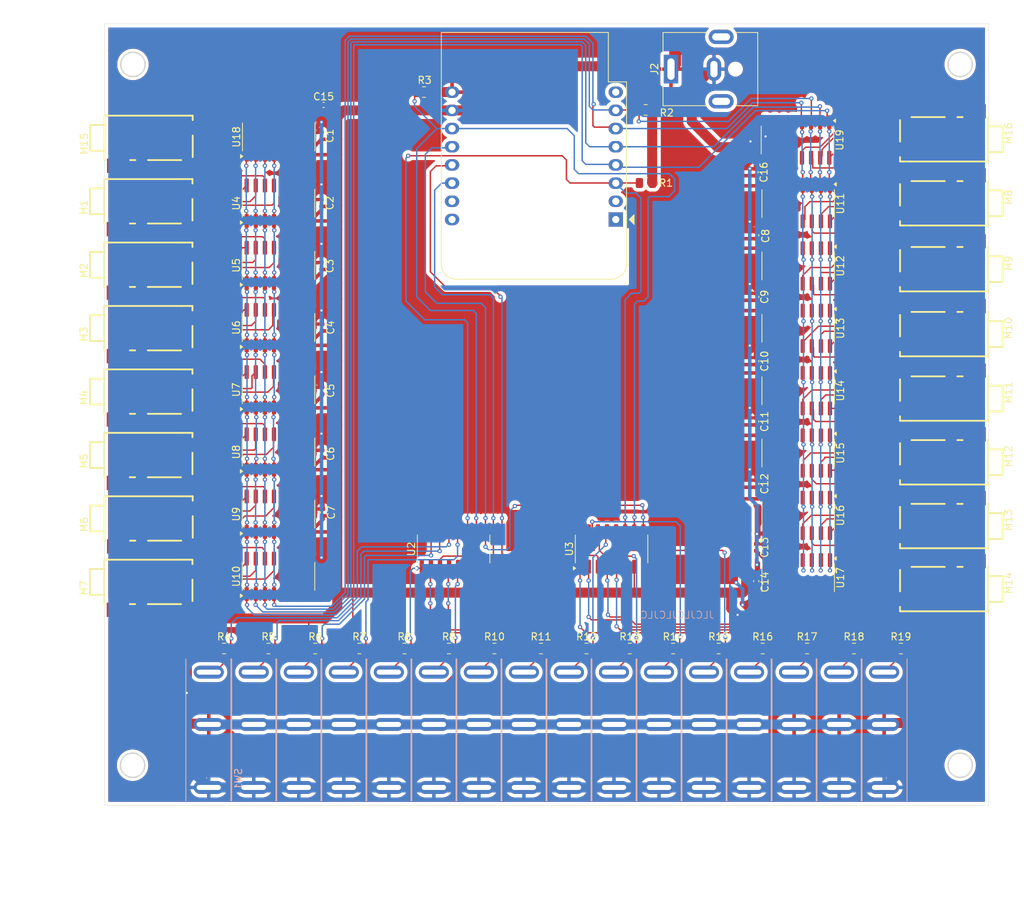
<source format=kicad_pcb>
(kicad_pcb (version 20240108) (generator "pcbnew") (generator_version "8.0")
  (layers (0 "F.Cu" signal) (31 "B.Cu" signal) (34 "B.Paste" user) (35 "F.Paste" user) (36 "B.SilkS" user "B.Silkscreen") (37 "F.SilkS" user "F.Silkscreen") (38 "B.Mask" user) (39 "F.Mask" user) (44 "Edge.Cuts" user))
  (net 0 "")
  (net 1 "RED")
  (net 2 "BLUE1")
  (net 3 "PINK1")
  (net 4 "ORANGE1")
  (net 5 "YELLOW1")
  (net 6 "PINK2")
  (net 7 "ORANGE2")
  (net 8 "BLUE2")
  (net 9 "YELLOW2")
  (net 10 "YELLOW3")
  (net 11 "BLUE3")
  (net 12 "ORANGE3")
  (net 13 "PINK3")
  (net 14 "SW1")
  (net 15 "GND")
  (net 16 "SW2")
  (net 17 "SW3")
  (net 18 "SW4")
  (net 19 "SW5")
  (net 20 "SW6")
  (net 21 "SW7")
  (net 22 "SW8")
  (net 23 "SW9")
  (net 24 "SW10")
  (net 25 "SW11")
  (net 26 "SW12")
  (net 27 "SW13")
  (net 28 "SW14")
  (net 29 "SW15")
  (net 30 "SW16")
  (net 34 "C")
  (net 35 "MUX2COM")
  (net 37 "MUX1COM")
  (net 38 "IN2")
  (net 40 "IN4")
  (net 41 "B")
  (net 42 "IN1")
  (net 43 "IN3")
  (net 44 "A")
  (net 129 "PINK4")
  (net 130 "BLUE4")
  (net 131 "YELLOW4")
  (net 132 "ORANGE4")
  (net 133 "YELLOW5")
  (net 134 "BLUE5")
  (net 135 "PINK5")
  (net 136 "ORANGE5")
  (net 137 "BLUE6")
  (net 138 "YELLOW6")
  (net 139 "PINK6")
  (net 140 "ORANGE6")
  (net 141 "ORANGE7")
  (net 142 "BLUE7")
  (net 143 "YELLOW7")
  (net 144 "PINK7")
  (net 145 "ORANGE8")
  (net 146 "YELLOW8")
  (net 147 "BLUE8")
  (net 148 "PINK8")
  (net 149 "BLUE9")
  (net 150 "YELLOW9")
  (net 151 "ORANGE9")
  (net 152 "PINK9")
  (net 153 "YELLOW10")
  (net 154 "PINK10")
  (net 155 "ORANGE10")
  (net 156 "BLUE10")
  (net 157 "YELLOW11")
  (net 158 "PINK11")
  (net 159 "ORANGE11")
  (net 160 "BLUE11")
  (net 161 "YELLOW12")
  (net 162 "BLUE12")
  (net 163 "ORANGE12")
  (net 164 "PINK12")
  (net 165 "ORANGE13")
  (net 166 "PINK13")
  (net 167 "BLUE13")
  (net 168 "YELLOW13")
  (net 169 "BLUE14")
  (net 170 "YELLOW14")
  (net 171 "ORANGE14")
  (net 172 "PINK14")
  (net 173 "PINK15")
  (net 174 "ORANGE15")
  (net 175 "YELLOW15")
  (net 176 "BLUE15")
  (net 177 "YELLOW16")
  (net 178 "PINK16")
  (net 179 "BLUE16")
  (net 180 "ORANGE16")
  (footprint "Package_SO:SOIC-16_3.9x9.9mm_P1.27mm" (layer "F.Cu") (at 182.2 103.258332 90)
    (property "Reference" "U8")
    (property "Value" "ULN2003A")
  )
  (footprint "Capacitor_SMD:C_0402_1005Metric" (layer "F.Cu") (at 248.9 121.3 -90)
    (property "Reference" "C14")
    (property "Value" "10pF")
  )
  (footprint "Package_SO:SOIC-16_3.9x9.9mm_P1.27mm" (layer "F.Cu") (at 254.755 94.699999 -90)
    (property "Reference" "U14")
    (property "Value" "ULN2003A")
  )
  (footprint "Resistor_SMD:R_0805_2012Metric" (layer "F.Cu") (at 225.2 130.7)
    (property "Reference" "R12")
    (property "Value" "10K")
  )
  (footprint "Connector_Audio:AUDIO-SMD_STX-3542-5N-G-TR" (layer "F.Cu") (at 274.200001 121.15 -90)
    (property "Reference" "M14")
    (property "Value" "Stepper_Motor_unipolar_5pin")
  )
  (footprint "Resistor_SMD:R_0805_2012Metric" (layer "F.Cu") (at 231.25 130.7)
    (property "Reference" "R13")
    (property "Value" "10K")
  )
  (footprint "Connector_Audio:AUDIO-SMD_STX-3542-5N-G-TR" (layer "F.Cu") (at 165 113.792853 90)
    (property "Reference" "M6")
    (property "Value" "Stepper_Motor_unipolar_5pin")
  )
  (footprint "Package_SO:SOIC-16_3.9x9.9mm_P1.27mm" (layer "F.Cu") (at 254.755 120.825 -90)
    (property "Reference" "U17")
    (property "Value" "ULN2003A")
  )
  (footprint "Resistor_SMD:R_0805_2012Metric" (layer "F.Cu") (at 180.7875 130.7)
    (property "Reference" "R5")
    (property "Value" "10K")
  )
  (footprint "Capacitor_SMD:C_0402_1005Metric" (layer "F.Cu") (at 248.9 81.6 -90)
    (property "Reference" "C9")
    (property "Value" "10pF")
  )
  (footprint "Resistor_SMD:R_0805_2012Metric" (layer "F.Cu") (at 269.1 130.7)
    (property "Reference" "R19")
    (property "Value" "10K")
  )
  (footprint "Resistor_SMD:R_0805_2012Metric" (layer "F.Cu") (at 193.4875 130.7)
    (property "Reference" "R7")
    (property "Value" "10K")
  )
  (footprint "Connector_Audio:AUDIO-SMD_STX-3542-5N-G-TR" (layer "F.Cu") (at 274.200001 58.35 -90)
    (property "Reference" "M16")
    (property "Value" "Stepper_Motor_unipolar_5pin")
  )
  (footprint "Package_SO:SOIC-16_3.9x9.9mm_P1.27mm" (layer "F.Cu") (at 182.2 94.574999 90)
    (property "Reference" "U7")
    (property "Value" "ULN2003A")
  )
  (footprint "Capacitor_SMD:C_0402_1005Metric" (layer "F.Cu") (at 248.8 64.2 -90)
    (property "Reference" "C16")
    (property "Value" "10pF")
  )
  (footprint "Connector_BarrelJack:BarrelJack_CUI_PJ-063AH_Horizontal" (layer "F.Cu") (at 237 49.8 90)
    (property "Reference" "J2")
    (property "Value" "Barrel_Jack")
  )
  (footprint "Package_SO:SOIC-16_3.9x9.9mm_P1.27mm" (layer "F.Cu") (at 182.2 77.208333 90)
    (property "Reference" "U5")
    (property "Value" "ULN2003A")
  )
  (footprint "Connector_Audio:AUDIO-SMD_STX-3542-5N-G-TR" (layer "F.Cu") (at 164.999999 60.650001 90)
    (property "Reference" "M15")
    (property "Value" "Stepper_Motor_unipolar_5pin")
  )
  (footprint "Package_SO:SOIC-16_3.9x9.9mm_P1.27mm" (layer "F.Cu") (at 182.2 111.941665 90)
    (property "Reference" "U9")
    (property "Value" "ULN2003A")
  )
  (footprint "Capacitor_SMD:C_0402_1005Metric" (layer "F.Cu") (at 188.2 68.5 -90)
    (property "Reference" "C2")
    (property "Value" "10pF")
  )
  (footprint "Capacitor_SMD:C_0402_1005Metric" (layer "F.Cu") (at 188.2 59.12 -90)
    (property "Reference" "C1")
    (property "Value" "10pF")
  )
  (footprint "Connector_Audio:AUDIO-SMD_STX-3542-5N-G-TR" (layer "F.Cu") (at 164.963501 96.078569 90)
    (property "Reference" "M4")
    (property "Value" "Stepper_Motor_unipolar_5pin")
  )
  (footprint "Package_SO:SOIC-16_3.9x9.9mm_P1.27mm" (layer "F.Cu") (at 228.7 116.8 90)
    (property "Reference" "U3")
    (property "Value" "CD4051B")
  )
  (footprint "Capacitor_SMD:C_0402_1005Metric" (layer "F.Cu") (at 248.9 116.58 -90)
    (property "Reference" "C13")
    (property "Value" "10pF")
  )
  (footprint "Connector_Audio:AUDIO-SMD_STX-3542-5N-G-TR" (layer "F.Cu") (at 164.963501 87.221427 90)
    (property "Reference" "M3")
    (property "Value" "Stepper_Motor_unipolar_5pin")
  )
  (footprint "Resistor_SMD:R_0805_2012Metric" (layer "F.Cu") (at 237.3 130.7)
    (property "Reference" "R14")
    (property "Value" "10K")
  )
  (footprint "Resistor_SMD:R_0805_2012Metric" (layer "F.Cu") (at 249.8 130.7)
    (property "Reference" "R16")
    (property "Value" "10K")
  )
  (footprint "Module:WEMOS_D1_mini_light" (layer "F.Cu") (at 229.29 70.8 180)
    (property "Reference" "U1" (hide yes))
    (property "Value" "WeMos_D1_mini")
  )
  (footprint "Resistor_SMD:R_0805_2012Metric" (layer "F.Cu") (at 212.35 130.7)
    (property "Reference" "R10")
    (property "Value" "10K")
  )
  (footprint "Connector_Audio:AUDIO-SMD_STX-3542-5N-G-TR" (layer "F.Cu") (at 164.963501 104.935711 90)
    (property "Reference" "M5")
    (property "Value" "Stepper_Motor_unipolar_5pin")
  )
  (footprint "Resistor_SMD:R_0805_2012Metric" (layer "F.Cu") (at 206 130.7)
    (property "Reference" "R9")
    (property "Value" "10K")
  )
  (footprint "Resistor_SMD:R_0805_2012Metric" (layer "F.Cu") (at 233.5025 65.7 180)
    (property "Reference" "R1")
    (property "Value" "1K")
  )
  (footprint "Package_SO:SOIC-16_3.9x9.9mm_P1.27mm" (layer "F.Cu") (at 254.755 112.116665 -90)
    (property "Reference" "U16")
    (property "Value" "ULN2003A")
  )
  (footprint "Connector_Audio:AUDIO-SMD_STX-3542-5N-G-TR" (layer "F.Cu") (at 164.963501 69.507143 90)
    (property "Reference" "M1")
    (property "Value" "Stepper_Motor_unipolar_5pin")
  )
  (footprint "Package_SO:SOIC-16_3.9x9.9mm_P1.27mm" (layer "F.Cu") (at 182.2 85.891666 90)
    (property "Reference" "U6")
    (property "Value" "ULN2003A")
  )
  (footprint "Capacitor_SMD:C_0402_1005Metric" (layer "F.Cu") (at 248.9 90.58 -90)
    (property "Reference" "C10")
    (property "Value" "10pF")
  )
  (footprint "Capacitor_SMD:C_0402_1005Metric" (layer "F.Cu") (at 248.9 73 -90)
    (property "Reference" "C8")
    (property "Value" "10pF")
  )
  (footprint "Resistor_SMD:R_0805_2012Metric" (layer "F.Cu") (at 243.65 130.7)
    (property "Reference" "R15")
    (property "Value" "10K")
  )
  (footprint "Connector_Audio:AUDIO-SMD_STX-3542-5N-G-TR" (layer "F.Cu") (at 274.200001 76.4865 -90)
    (property "Reference" "M9")
    (property "Value" "Stepper_Motor_unipolar_5pin")
  )
  (footprint "Package_SO:SOIC-16_3.9x9.9mm_P1.27mm" (layer "F.Cu") (at 254.755 103.408332 -90)
    (property "Reference" "U15")
    (property "Value" "ULN2003A")
  )
  (footprint "Resistor_SMD:R_0805_2012Metric" (layer "F.Cu") (at 262.55 130.7)
    (property "Reference" "R18")
    (property "Value" "10K")
  )
  (footprint "Resistor_SMD:R_0805_2012Metric" (layer "F.Cu") (at 256 130.7)
    (property "Reference" "R17")
    (property "Value" "10K")
  )
  (footprint "Package_SO:SOIC-16_3.9x9.9mm_P1.27mm" (layer "F.Cu") (at 182.2 68.525 90)
    (property "Reference" "U4")
    (property "Value" "ULN2003A")
  )
  (footprint "Package_SO:SOIC-16_3.9x9.9mm_P1.27mm" (layer "F.Cu") (at 206.645 116.8 90)
    (property "Reference" "U2")
    (property "Value" "CD4051B")
  )
  (footprint "Resistor_SMD:R_0805_2012Metric" (layer "F.Cu") (at 218.85 130.7)
    (property "Reference" "R11")
    (property "Value" "10K")
  )
  (footprint "Capacitor_SMD:C_0402_1005Metric" (layer "F.Cu") (at 188.2 77.3 -90)
    (property "Reference" "C3")
    (property "Value" "10pF")
  )
  (footprint "Capacitor_SMD:C_0402_1005Metric" (layer "F.Cu") (at 188.4 111.7 -90)
    (property "Reference" "C7")
    (property "Value" "10pF")
  )
  (footprint "Package_SO:SOIC-16_3.9x9.9mm_P1.27mm" (layer "F.Cu") (at 182.225 59.275 90)
    (property "Reference" "U18")
    (property "Value" "ULN2003A")
  )
  (footprint "Resistor_SMD:R_0805_2012Metric" (layer "F.Cu") (at 187.3375 130.7)
    (property "Reference" "R6")
    (property "Value" "10K")
  )
  (footprint "Package_SO:SOIC-16_3.9x9.9mm_P1.27mm" (layer "F.Cu") (at 254.755 85.991666 -90)
    (property "Reference" "U13")
    (property "Value" "ULN2003A")
  )
  (footprint "Connector_Audio:AUDIO-SMD_STX-3542-5N-G-TR" (layer "F.Cu") (at 164.963501 78.364285 90)
    (property "Reference" "M2")
    (property "Value" "Stepper_Motor_unipolar_5pin")
  )
  (footprint "Connector_Audio:AUDIO-SMD_STX-3542-5N-G-TR" (layer "F.Cu") (at 274.200001 67.2865 -90)
    (property "Reference" "M8")
    (property "Value" "Stepper_Motor_unipolar_5pin")
  )
  (footprint "Package_SO:SOIC-16_3.9x9.9mm_P1.27mm" (layer "F.Cu") (at 182.2 120.625 90)
    (property "Reference" "U10")
    (property "Value" "ULN2003A")
  )
  (footprint "Capacitor_SMD:C_0402_1005Metric" (layer "F.Cu") (at 188.3 94.7 -90)
    (property "Reference" "C5")
    (property "Value" "10pF")
  )
  (footprint "Connector_Audio:AUDIO-SMD_STX-3542-5N-G-TR" (layer "F.Cu") (at 274.200001 94.55 -90)
    (property "Reference" "M11")
    (property "Value" "Stepper_Motor_unipolar_5pin")
  )
  (footprint "Capacitor_SMD:C_0402_1005Metric" (layer "F.Cu") (at 248.9 99 -90)
    (property "Reference" "C11")
    (property "Value" "10pF")
  )
  (footprint "Connector_Audio:AUDIO-SMD_STX-3542-5N-G-TR" (layer "F.Cu") (at 274.200001 103.45 -90)
    (property "Reference" "M12")
    (property "Value" "Stepper_Motor_unipolar_5pin")
  )
  (footprint "Capacitor_SMD:C_0402_1005Metric" (layer "F.Cu") (at 188.5 54.8)
    (property "Reference" "C15")
    (property "Value" "10pF")
  )
  (footprint "Capacitor_SMD:C_0402_1005Metric" (layer "F.Cu") (at 188.3 85.88 -90)
    (property "Reference" "C4")
    (property "Value" "10pF")
  )
  (footprint "Resistor_SMD:R_0805_2012Metric" (layer "F.Cu") (at 202.5 53 180)
    (property "Reference" "R3")
    (property "Value" "1K")
  )
  (footprint "Resistor_SMD:R_0805_2012Metric" (layer "F.Cu") (at 199.7875 130.7)
    (property "Reference" "R8")
    (property "Value" "10K")
  )
  (footprint "Connector_Audio:AUDIO-SMD_STX-3542-5N-G-TR" (layer "F.Cu") (at 274.200001 85.55 -90)
    (property "Reference" "M10")
    (property "Value" "Stepper_Motor_unipolar_5pin")
  )
  (footprint "Connector_Audio:AUDIO-SMD_STX-3542-5N-G-TR" (layer "F.Cu") (at 164.963501 122.65 90)
    (property "Reference" "M7")
    (property "Value" "Stepper_Motor_unipolar_5pin")
  )
  (footprint "Package_SO:SOIC-16_3.9x9.9mm_P1.27mm" (layer "F.Cu") (at 254.755 77.283333 -90)
    (property "Reference" "U12")
    (property "Value" "ULN2003A")
  )
  (footprint "Resistor_SMD:R_0805_2012Metric" (layer "F.Cu") (at 233.4575 55.5 180)
    (property "Reference" "R2")
    (property "Value" "1K")
  )
  (footprint "Capacitor_SMD:C_0402_1005Metric" (layer "F.Cu") (at 248.9 107.7 -90)
    (property "Reference" "C12")
    (property "Value" "10pF")
  )
  (footprint "Connector_Audio:AUDIO-SMD_STX-3542-5N-G-TR" (layer "F.Cu") (at 274.200001 112.35 -90)
    (property "Reference" "M13")
    (property "Value" "Stepper_Motor_unipolar_5pin")
  )
  (footprint "Package_SO:SOIC-16_3.9x9.9mm_P1.27mm" (layer "F.Cu") (at 254.755 68.575 -90)
    (property "Reference" "U11")
    (property "Value" "ULN2003A")
  )
  (footprint "Capacitor_SMD:C_0402_1005Metric" (layer "F.Cu") (at 188.3 103.5 -90)
    (property "Reference" "C6")
    (property "Value" "10pF")
  )
  (footprint "Package_SO:SOIC-16_3.9x9.9mm_P1.27mm" (layer "F.Cu") (at 254.655 59.7 -90)
    (property "Reference" "U19")
    (property "Value" "ULN2003A")
  )
  (footprint "Resistor_SMD:R_0805_2012Metric" (layer "F.Cu") (at 174.6 130.7)
    (property "Reference" "R4")
    (property "Value" "10K")
  )
  (footprint "MS0850502F030P1A:SW_MS0850502F030P1A-fixed" (layer "B.Cu") (at 203.89334 150.1 90)
    (property "Reference" "SW6" (hide yes))
    (property "Value" "SW_Push_SPDT")
  )
  (footprint "MS0850502F030P1A:SW_MS0850502F030P1A-fixed" (layer "B.Cu") (at 235.32667 150.1 90)
    (property "Reference" "SW11" (hide yes))
    (property "Value" "SW_Push_SPDT")
  )
  (footprint "MS0850502F030P1A:SW_MS0850502F030P1A-fixed" (layer "B.Cu") (at 241.613336 150.1 90)
    (property "Reference" "SW12" (hide yes))
    (property "Value" "SW_Push_SPDT")
  )
  (footprint "MS0850502F030P1A:SW_MS0850502F030P1A-fixed" (layer "B.Cu") (at 254.186668 150.1 90)
    (property "Reference" "SW14" (hide yes))
    (property "Value" "SW_Push_SPDT")
  )
  (footprint "MS0850502F030P1A:SW_MS0850502F030P1A-fixed" (layer "B.Cu") (at 210.180006 150.1 90)
    (property "Reference" "SW7" (hide yes))
    (property "Value" "SW_Push_SPDT")
  )
  (footprint "MS0850502F030P1A:SW_MS0850502F030P1A-fixed" (layer "B.Cu") (at 191.320008 150.1 90)
    (property "Reference" "SW4" (hide yes))
    (property "Value" "SW_Push_SPDT")
  )
  (footprint "MS0850502F030P1A:SW_MS0850502F030P1A-fixed" (layer "B.Cu") (at 260.473334 150.1 90)
    (property "Reference" "SW15" (hide yes))
    (property "Value" "SW_Push_SPDT")
  )
  (footprint "MS0850502F030P1A:SW_MS0850502F030P1A-fixed" (layer "B.Cu") (at 229.040004 150.1 90)
    (property "Reference" "SW10" (hide yes))
    (property "Value" "SW_Push_SPDT")
  )
  (footprint "MS0850502F030P1A:SW_MS0850502F030P1A-fixed" (layer "B.Cu") (at 216.466672 150.1 90)
    (property "Reference" "SW8" (hide yes))
    (property "Value" "SW_Push_SPDT")
  )
  (footprint "MS0850502F030P1A:SW_MS0850502F030P1A-fixed" (layer "B.Cu") (at 222.753338 150.1 90)
    (property "Reference" "SW9" (hide yes))
    (property "Value" "SW_Push_SPDT")
  )
  (footprint "MS0850502F030P1A:SW_MS0850502F030P1A-fixed" (layer "B.Cu") (at 266.76 150.1 90)
    (property "Reference" "SW16" (hide yes))
    (property "Value" "SW_Push_SPDT")
  )
  (footprint "MS0850502F030P1A:SW_MS0850502F030P1A-fixed" (layer "B.Cu") (at 178.746676 150.1 90)
    (property "Reference" "SW2" (hide yes))
    (property "Value" "SW_Push_SPDT")
  )
  (footprint "MS0850502F030P1A:SW_MS0850502F030P1A-fixed" (layer "B.Cu") (at 197.606674 150.1 90)
    (property "Reference" "SW5" (hide yes))
    (property "Value" "SW_Push_SPDT")
  )
  (footprint "MS0850502F030P1A:SW_MS0850502F030P1A-fixed" (layer "B.Cu") (at 247.900002 150.1 90)
    (property "Reference" "SW13" (hide yes))
    (property "Value" "SW_Push_SPDT")
  )
  (footprint "MS0850502F030P1A:SW_MS0850502F030P1A-fixed" (layer "B.Cu") (at 172.46001 150.1 90)
    (property "Reference" "SW1")
    (property "Value" "SW_Push_SPDT")
  )
  (footprint "MS0850502F030P1A:SW_MS0850502F030P1A-fixed" (layer "B.Cu") (at 185.033342 150.1 90)
    (property "Reference" "SW3" (hide yes))
    (property "Value" "SW_Push_SPDT")
  )
  (gr_line (start 157.933621 43.489026) (end 281.15 43.489026) (stroke (width 0.05)) (layer "Edge.Cuts"))
  (gr_line (start 157.933621 43.489026) (end 157.933621 152.603183) (stroke (width 0.05)) (layer "Edge.Cuts"))
  (gr_line (start 281.34 152.298408) (end 281.34 152.601591) (stroke (width 0.05)) (layer "Edge.Cuts"))
  (gr_circle (center 161.8226 147) (end 163.5226 147) (stroke (width 0.2)) (fill none) (layer "Edge.Cuts"))
  (gr_circle (center 277.3726 49.15) (end 279.0726 49.15) (stroke (width 0.2)) (fill none) (layer "Edge.Cuts"))
  (gr_circle (center 161.8726 49.15) (end 163.5726 49.15) (stroke (width 0.2)) (fill none) (layer "Edge.Cuts"))
  (gr_line (start 281.34 152.298408) (end 281.34 43.487434) (stroke (width 0.05)) (layer "Edge.Cuts"))
  (gr_line (start 281.34 43.487434) (end 281.2726 43.487434) (stroke (width 0.05)) (layer "Edge.Cuts"))
  (gr_line (start 281.2726 43.489026) (end 281.15 43.489026) (stroke (width 0.05)) (layer "Edge.Cuts"))
  (gr_circle (center 277.3726 147) (end 279.0726 147) (stroke (width 0.2)) (fill none) (layer "Edge.Cuts"))
  (gr_line (start 157.933621 152.603183) (end 281.34 152.603183) (stroke (width 0.05)) (layer "Edge.Cuts"))
  (gr_text "JLCJLCJLCJLC" (at 243.1 126.6 0) (layer "B.SilkS") (effects (font (size 1 1) (thickness 0.1)) (justify left bottom mirror)))
  (segment (start 202.2 112.2) (end 202.2 114.325) (width 0.5) (layer "F.Cu") (net 1))
  (segment (start 247.4 125) (end 247 124.6) (width 0.5) (layer "F.Cu") (net 1))
  (segment (start 188.2 85.3) (end 188.3 85.4) (width 0.5) (layer "F.Cu") (net 1))
  (segment (start 187.4 54.8) (end 186.4 53.8) (width 0.5) (layer "F.Cu") (net 1))
  (segment (start 186.795 118) (end 186.645 118.15) (width 0.5) (layer "F.Cu") (net 1))
  (segment (start 248.02 63.72) (end 248 63.7) (width 0.5) (layer "F.Cu") (net 1))
  (segment (start 186.645001 92.1) (end 186.645 92.099999) (width 0.5) (layer "F.Cu") (net 1))
  (segment (start 248.9 98) (end 248.9 98.52) (width 0.5) (layer "F.Cu") (net 1))
  (segment (start 249 119) (end 249 120.72) (width 0.5) (layer "F.Cu") (net 1))
  (segment (start 224.2 114.27) (end 224.255 114.325) (width 0.5) (layer "F.Cu") (net 1))
  (segment (start 237.7 47.8) (end 237.7 49.1) (width 1.4) (layer "F.Cu") (net 1))
  (segment (start 188.2 102.92) (end 188.3 103.02) (width 0.5) (layer "F.Cu") (net 1))
  (segment (start 278.8 141.1) (end 280.14 139.76) (width 1.4) (layer "F.Cu") (net 1))
  (segment (start 158.900001 116.442853) (end 158.900001 125.263501) (width 0.9) (layer "F.Cu") (net 1))
  (segment (start 188.2 65.9) (end 188.2 68.02) (width 0.5) (layer "F.Cu") (net 1))
  (segment (start 159.4 140.6) (end 160 141.2) (width 1.4) (layer "F.Cu") (net 1))
  (segment (start 250.243334 88.4) (end 250.31 88.466666) (width 0.5) (layer "F.Cu") (net 1))
  (segment (start 248 79.8) (end 248.9 80.7) (width 0.5) (layer "F.Cu") (net 1))
  (segment (start 245.7 111.6) (end 224.4 111.6) (width 0.5) (layer "F.Cu") (net 1))
  (segment (start 249.3 61.265) (end 249.3 48.4) (width 0.5) (layer "F.Cu") (net 1))
  (segment (start 250.201665 114.7) (end 250.31 114.591665) (width 0.5) (layer "F.Cu") (net 1))
  (segment (start 250.31 123.3) (end 250.31 124.71) (width 0.5) (layer "F.Cu") (net 1))
  (segment (start 249.3 48.4) (end 248.2 47.3) (width 0.5) (layer "F.Cu") (net 1))
  (segment (start 238.2 47.3) (end 237.7 47.8) (width 0.2) (layer "F.Cu") (net 1))
  (segment (start 248.2 47.3) (end 238.2 47.3) (width 1) (layer "F.Cu") (net 1))
  (segment (start 248 97.1) (end 248.9 98) (width 0.5) (layer "F.Cu") (net 1))
  (segment (start 188.2 100.7) (end 188.2 102.92) (width 0.5) (layer "F.Cu") (net 1))
  (segment (start 248 71.62) (end 248.9 72.52) (width 0.5) (layer "F.Cu") (net 1))
  (segment (start 188.2 74.2) (end 188.2 76.82) (width 0.5) (layer "F.Cu") (net 1))
  (segment (start 280.2 53.8) (end 280.2 55.6) (width 1) (layer "F.Cu") (net 1))
  (segment (start 161.510974 44.689026) (end 203.8 44.689026) (width 1.4) (layer "F.Cu") (net 1))
  (segment (start 159 125.7) (end 159 140.2) (width 0.9) (layer "F.Cu") (net 1))
  (segment (start 188.2 92.1) (end 186.645001 92.1) (width 0.5) (layer "F.Cu") (net 1))
  (segment (start 248 88.4) (end 248.8 89.2) (width 0.5) (layer "F.Cu") (net 1))
  (segment (start 188.2 83.5) (end 186.728334 83.5) (width 0.5) (layer "F.Cu") (net 1))
  (segment (start 187.48 57.92) (end 188.2 57.2) (width 0.5) (layer "F.Cu") (net 1))
  (segment (start 203.8 52.6125) (end 203.4125 53) (width 1.4) (layer "F.Cu") (net 1))
  (segment (start 278.8 52.4) (end 253.3 52.4) (width 1) (layer "F.Cu") (net 1))
  (segment (start 246.1 121.5) (end 246.1 112) (width 0.5) (layer "F.Cu") (net 1))
  (segment (start 248 79.8) (end 250.268333 79.8) (width 0.5) (layer "F.Cu") (net 1))
  (segment (start 188.2 109.4) (end 188.2 111.02) (width 0.5) (layer "F.Cu") (net 1))
  (segment (start 160.2 53.8) (end 159 55) (width 0.5) (layer "F.Cu") (net 1))
  (segment (start 280.3 82.9) (end 280.3 91.9) (width 1) (layer "F.Cu") (net 1))
  (segment (start 248 71.1) (end 250.26 71.1) (width 0.5) (layer "F.Cu") (net 1))
  (segment (start 203.4125 53) (end 206.41 53) (width 1.4) (layer "F.Cu") (net 1))
  (segment (start 159 61.7) (end 159 63.200001) (width 0.9) (layer "F.Cu") (net 1))
  (segment (start 158.863502 98.728569) (end 158.863502 107.585711) (width 0.9) (layer "F.Cu") (net 1))
  (segment (start 280.3 55.7) (end 280.3 64.6365) (width 1) (layer "F.Cu") (net 1))
  (segment (start 159.033621 47.166379) (end 159 47.2) (width 1) (layer "F.Cu") (net 1))
  (segment (start 248.9 98.52) (end 248.964999 98.52) (width 0.5) (layer "F.Cu") (net 1))
  (segment (start 250.21 62.175) (end 250.21 62.31) (width 0.2) (layer "F.Cu") (net 1))
  (segment (start 250.21 63.13) (end 250.21 62.175) (width 0.2) (layer "F.Cu") (net 1))
  (segment (start 249 116) (end 248.9 116.1) (width 0.5) (layer "F.Cu") (net 1))
  (segment (start 186.711665 109.4) (end 186.645 109.466665) (width 0.5) (layer "F.Cu") (net 1))
  (segment (start 188.2 118) (end 186.795 118) (width 0.5) (layer "F.Cu") (net 1))
  (segment (start 224.4 111.6) (end 224.2 111.8) (width 0.5) (layer "F.Cu") (net 1))
  (segment (start 159 55) (end 159 61.7) (width 0.9) (layer "F.Cu") (net 1))
  (segment (start 246.1 112) (end 245.7 111.6) (width 0.5) (layer "F.Cu") (net 1))
  (segment (start 253.3 52.4) (end 248.2 47.3) (width 1) (layer "F.Cu") (net 1))
  (segment (start 250.21 62.31) (end 248.8 63.72) (width 0.5) (layer "F.Cu") (net 1))
  (segment (start 251.7 126.4) (end 280.2 126.4) (width 0.9) (layer "F.Cu") (net 1))
  (segment (start 186.645 92.565) (end 188.3 94.22) (width 0.5) (layer "F.Cu") (net 1))
  (segment (start 248.8 89.2) (end 248.8 90) (width 0.5) (layer "F.Cu") (net 1))
  (segment (start 187.178333 74.2) (end 186.645 74.733333) (width 0.5) (layer "F.Cu") (net 1))
  (segment (start 159 140.2) (end 159.4 140.6) (width 1) (layer "F.Cu") (net 1))
  (segment (start 280.2 53.8) (end 278.8 52.4) (width 1) (layer "F.Cu") (net 1))
  (segment (start 186.728334 83.5) (end 186.645 83.416666) (width 0.5) (layer "F.Cu") (net 1))
  (segment (start 186.728332 100.7) (end 186.645 100.783332) (width 0.5) (layer "F.Cu") (net 1))
  (segment (start 158.863502 81.014285) (end 158.863502 89.871427) (width 0.9) (layer "F.Cu") (net 1))
  (segment (start 280.3 118.5) (end 280.3 126.24) (width 1) (layer "F.Cu") (net 1))
  (segment (start 250.21 62.175) (end 249.3 61.265) (width 0.5) (layer "F.Cu") (net 1))
  (segment (start 280.3 73.8365) (end 280.3 82.9) (width 1) (layer "F.Cu") (net 1))
  (segment (start 250.6 125) (end 250.6 125.3) (width 0.5) (layer "F.Cu") (net 1))
  (segment (start 159 61.7) (end 159 72.040764) (width 0.9) (layer "F.Cu") (net 1))
  (segment (start 248 105.7) (end 248.9 106.6) (width 0.5) (layer "F.Cu") (net 1))
  (segment (start 188.2 65.9) (end 186.795 65.9) (width 0.5) (layer "F.Cu") (net 1))
  (segment (start 158.863502 107.585711) (end 158.863502 116.406354) (width 0.9) (layer "F.Cu") (net 1))
  (segment (start 248.8 90) (end 248.9 90.1) (width 0.5) (layer "F.Cu") (net 1))
  (segment (start 248 105.7) (end 250.126668 105.7) (width 0.5) (layer "F.Cu") (net 1))
  (segment (start 158.863502 116.406354) (end 158.900001 116.442853) (width 0.9) (layer "F.Cu") (net 1))
  (segment (start 202.8 111.6) (end 202.2 112.2) (width 0.5) (layer "F.Cu") (net 1))
  (segment (start 187.48 57.92) (end 188.2 58.64) (width 0.5) (layer "F.Cu") (net 1))
  (segment (start 266.96 141.1) (end 278.8 141.1) (width 1.4) (layer "F.Cu") (net 1))
  (segment (start 250.6 125) (end 247.4 125) (width 0.5) (layer "F.Cu") (net 1))
  (segment (start 159.178354 47.021646) (end 159.033621 47.166379) (width 1.2) (layer "F.Cu") (net 1))
  (segment (start 248 71.1) (end 248 71.62) (width 0.5) (layer "F.Cu") (net 1))
  (segment (start 158.900001 125.263501) (end 158.863502 125.3) (width 0.9) (layer "F.Cu") (net 1))
  (segment (start 159 63.200001) (end 158.9 63.300001) (width 1) (layer "F.Cu") (net 1))
  (segment (start 188.2 74.2) (end 187.178333 74.2) (width 0.5) (layer "F.Cu") (net 1))
  (segment (start 188.2 100.7) (end 186.728332 100.7) (width 0.5) (layer "F.Cu") (net 1))
  (segment (start 250.6 125.3) (end 251.7 126.4) (width 1) (layer "F.Cu") (net 1))
  (segment (start 248 88.4) (end 250.243334 88.4) (width 0.5) (layer "F.Cu") (net 1))
  (segment (start 248.964999 98.52) (end 250.31 97.174999) (width 0.5) (layer "F.Cu") (net 1))
  (segment (start 188.02 54.8) (end 187.4 54.8) (width 0.5) (layer "F.Cu") (net 1))
  (segment (start 159 72.040764) (end 158.883621 72.157143) (width 0.9) (layer "F.Cu") (net 1))
  (segment (start 188.2 83.5) (end 188.2 85.3) (width 0.5) (layer "F.Cu") (net 1))
  (segment (start 280.3 100.8) (end 280.3 109.7) (width 1) (layer "F.Cu") (net 1))
  (segment (start 237.7 49.1) (end 237 49.8) (width 1.4) (layer "F.Cu") (net 1))
  (segment (start 280.3 126.24) (end 280.14 126.4) (width 1) (layer "F.Cu") (net 1))
  (segment (start 280.3 91.9) (end 280.3 100.8) (width 1) (layer "F.Cu") (net 1))
  (segment (start 250.126668 105.7) (end 250.31 105.883332) (width 0.5) (layer "F.Cu") (net 1))
  (segment (start 203.8 44.689026) (end 203.8 52.6125) (width 1.4) (layer "F.Cu") (net 1))
  (segment (start 188.2 111.02) (end 188.4 111.22) (width 0.5) (layer "F.Cu") (net 1))
  (segment (start 280.14 139.76) (end 280.14 126.4) (width 1.4) (layer "F.Cu") (net 1))
  (segment (start 159 47.2) (end 159 55) (width 0.9) (layer "F.Cu") (net 1))
  (segment (start 249 114.7) (end 250.201665 114.7) (width 0.5) (layer "F.Cu") (net 1))
  (segment (start 186.67 55.53) (end 186.67 56.8) (width 0.5) (layer "F.Cu") (net 1))
  (segment (start 250.26 71.1) (end 250.31 71.05) (width 0.5) (layer "F.Cu") (net 1))
  (segment (start 250.31 124.71) (end 250.6 125) (width 0.5) (layer "F.Cu") (net 1))
  (segment (start 186.795 65.9) (end 186.645 66.05) (width 0.5) (layer "F.Cu") (net 1))
  (segment (start 280.3 109.7) (end 280.3 118.5) (width 1) (layer "F.Cu") (net 1))
  (segment (start 224.4 111.6) (end 202.8 111.6) (width 0.5) (layer "F.Cu") (net 1))
  (segment (start 186.67 57.11) (end 187.48 57.92) (width 0.5) (layer "F.Cu") (net 1))
  (segment (start 158.863502 72.157143) (end 158.863502 81.014285) (width 0.9) (layer "F.Cu") (net 1))
  (segment (start 249 114.7) (end 249 116) (width 0.5) (layer "F.Cu") (net 1))
  (segment (start 172.36001 141.2) (end 172.46001 141.3) (width 1.4) (layer "F.Cu") (net 1))
  (segment (start 248.9 106.6) (end 248.9 107.22) (width 0.5) (layer "F.Cu") (net 1))
  (segment (start 224.2 111.8) (end 224.2 114.27) (width 0.5) (layer "F.Cu") (net 1))
  (segment (start 187.4 54.8) (end 186.67 55.53) (width 0.5) (layer "F.Cu") (net 1))
  (segment (start 186.67 56.8) (end 186.67 57.11) (width 0.5) (layer "F.Cu") (net 1))
  (segment (start 158.863502 89.871427) (end 158.863502 98.728569) (width 0.9) (layer "F.Cu") (net 1))
  (segment (start 160 141.2) (end 172.36001 141.2) (width 1.4) (layer "F.Cu") (net 1))
  (segment (start 248.8 63.72) (end 248.02 63.72) (width 0.5) (layer "F.Cu") (net 1))
  (segment (start 280.3 64.6365) (end 280.3 73.8365) (width 1) (layer "F.Cu") (net 1))
  (segment (start 186.4 53.8) (end 160.2 53.8) (width 0.5) (layer "F.Cu") (net 1))
  (segment (start 237.7 44.689026) (end 237.7 47.8) (width 1.4) (layer "F.Cu") (net 1))
  (segment (start 248.9 80.7) (end 248.9 81.12) (width 0.5) (layer "F.Cu") (net 1))
  (segment (start 186.645 92.099999) (end 186.645 92.565) (width 0.5) (layer "F.Cu") (net 1))
  (segment (start 280.2 55.6) (end 280.3 55.7) (width 1) (layer "F.Cu") (net 1))
  (segment (start 206.41 53) (end 206.43 53.02) (width 1.4) (layer "F.Cu") (net 1))
  (segment (start 188.2 109.4) (end 186.711665 109.4) (width 0.5) (layer "F.Cu") (net 1))
  (segment (start 203.8 44.689026) (end 237.7 44.689026) (width 1.4) (layer "F.Cu") (net 1))
  (segment (start 250.268333 79.8) (end 250.31 79.758333) (width 0.5) (layer "F.Cu") (net 1))
  (segment (start 266.76 141.3) (end 266.96 141.1) (width 1.4) (layer "F.Cu") (net 1))
  (segment (start 249 120.72) (end 248.9 120.82) (width 0.5) (layer "F.Cu") (net 1))
  (segment (start 159.178354 47.021646) (end 161.510974 44.689026) (width 1.4) (layer "F.Cu") (net 1))
  (via (at 248 88.4) (size 0.6) (drill 0.3) (layers "F.Cu" "B.Cu") (net 1))
  (via (at 247 124.6) (size 0.6) (drill 0.3) (layers "F.Cu" "B.Cu") (net 1))
  (via (at 248 79.8) (size 0.6) (drill 0.3) (layers "F.Cu" "B.Cu") (net 1))
  (via (at 248 63.7) (size 0.6) (drill 0.3) (layers "F.Cu" "B.Cu") (net 1))
  (via (at 188.2 92.1) (size 0.6) (drill 0.3) (layers "F.Cu" "B.Cu") (net 1))
  (via (at 249 114.7) (size 0.6) (drill 0.3) (layers "F.Cu" "B.Cu") (net 1))
  (via (at 188.2 109.4) (size 0.6) (drill 0.3) (layers "F.Cu" "B.Cu") (net 1))
  (via (at 188.2 118) (size 0.6) (drill 0.3) (layers "F.Cu" "B.Cu") (net 1))
  (via (at 188.2 83.5) (size 0.6) (drill 0.3) (layers "F.Cu" "B.Cu") (net 1))
  (via (at 248 105.7) (size 0.6) (drill 0.3) (layers "F.Cu" "B.Cu") (net 1))
  (via (at 188.2 74.2) (size 0.6) (drill 0.3) (layers "F.Cu" "B.Cu") (net 1))
  (via (at 188.2 57.2) (size 0.6) (drill 0.3) (layers "F.Cu" "B.Cu") (net 1))
  (via (at 248 71.1) (size 0.6) (drill 0.3) (layers "F.Cu" "B.Cu") (net 1))
  (via (at 249 119) (size 0.6) (drill 0.3) (layers "F.Cu" "B.Cu") (net 1))
  (via (at 188.2 100.7) (size 0.6) (drill 0.3) (layers "F.Cu" "B.Cu") (net 1))
  (via (at 248 97.1) (size 0.6) (drill 0.3) (layers "F.Cu" "B.Cu") (net 1))
  (via (at 246.1 121.5) (size 0.6) (drill 0.3) (layers "F.Cu" "B.Cu") (net 1))
  (via (at 188.2 65.9) (size 0.6) (drill 0.3) (layers "F.Cu" "B.Cu") (net 1))
  (segment (start 248 71.1) (end 248 79.8) (width 0.5) (layer "B.Cu") (net 1))
  (segment (start 188.2 100.7) (end 188.2 109.4) (width 0.5) (layer "B.Cu") (net 1))
  (segment (start 178.746676 141.3) (end 185.033342 141.3) (width 1.4) (layer "B.Cu") (net 1))
  (segment (start 247 124.6) (end 247 122.4) (width 0.5) (layer "B.Cu") (net 1))
  (segment (start 188.2 92.1) (end 188.2 100.7) (width 0.5) (layer "B.Cu") (net 1))
  (segment (start 249 110.7) (end 249 114.7) (width 0.5) (layer "B.Cu") (net 1))
  (segment (start 197.606674 141.3) (end 203.89334 141.3) (width 1.4) (layer "B.Cu") (net 1))
  (segment (start 248 63.7) (end 248 71.1) (width 0.5) (layer "B.Cu") (net 1))
  (segment (start 188.2 57.2) (end 188.2 65.9) (width 0.5) (layer "B.Cu") (net 1))
  (segment (start 210.180006 141.3) (end 216.466672 141.3) (width 1.4) (layer "B.Cu") (net 1))
  (segment (start 235.32667 141.3) (end 241.613336 141.3) (width 1.4) (layer "B.Cu") (net 1))
  (segment (start 172.46001 141.3) (end 178.746676 141.3) (width 1.4) (layer "B.Cu") (net 1))
  (segment (start 203.89334 141.3) (end 210.180006 141.3) (width 1.4) (layer "B.Cu") (net 1))
  (segment (start 249 114.7) (end 249 119) (width 0.5) (layer "B.Cu") (net 1))
  (segment (start 188.2 83.5) (end 188.2 92.1) (width 0.5) (layer "B.Cu") (net 1))
  (segment (start 260.473334 141.3) (end 266.76 141.3) (width 1.4) (layer "B.Cu") (net 1))
  (segment (start 229.040004 141.3) (end 235.32667 141.3) (width 1.4) (layer "B.Cu") (net 1))
  (segment (start 248 105.7) (end 248 109.7) (width 0.5) (layer "B.Cu") (net 1))
  (segment (start 241.613336 141.3) (end 247.900002 141.3) (width 1.4) (layer "B.Cu") (net 1))
  (segment (start 248 97.1) (end 248 105.7) (width 0.5) (layer "B.Cu") (net 1))
  (segment (start 188.2 65.9) (end 188.2 74.2) (width 0.5) (layer "B.Cu") (net 1))
  (segment (start 188.2 109.4) (end 188.2 118) (width 0.5) (layer "B.Cu") (net 1))
  (segment (start 191.320008 141.3) (end 197.606674 141.3) (width 1.4) (layer "B.Cu") (net 1))
  (segment (start 248 88.4) (end 248 97.1) (width 0.5) (layer "B.Cu") (net 1))
  (segment (start 247 122.4) (end 246.1 121.5) (width 0.5) (layer "B.Cu") (net 1))
  (segment (start 248 79.8) (end 248 88.4) (width 0.5) (layer "B.Cu") (net 1))
  (segment (start 188.2 74.2) (end 188.2 83.5) (width 0.5) (layer "B.Cu") (net 1))
  (segment (start 216.466672 141.3) (end 222.753338 141.3) (width 1.4) (layer "B.Cu") (net 1))
  (segment (start 185.033342 141.3) (end 191.320008 141.3) (width 1.4) (layer "B.Cu") (net 1))
  (segment (start 254.186668 141.3) (end 260.473334 141.3) (width 1.4) (layer "B.Cu") (net 1))
  (segment (start 222.753338 141.3) (end 229.040004 141.3) (width 1.4) (layer "B.Cu") (net 1))
  (segment (start 248 109.7) (end 249 110.7) (width 0.5) (layer "B.Cu") (net 1))
  (segment (start 247.900002 141.3) (end 254.186668 141.3) (width 1.4) (layer "B.Cu") (net 1))
  (segment (start 206.28 53.02) (end 206.43 53.02) (width 0.2) (layer "B.Cu") (net 1))
  (segment (start 177.755 66.05) (end 174.905 68.9) (width 0.2) (layer "F.Cu") (net 2))
  (segment (start 163.820644 68.9) (end 160.563501 72.157143) (width 0.2) (layer "F.Cu") (net 2))
  (segment (start 174.905 68.9) (end 163.820644 68.9) (width 0.2) (layer "F.Cu") (net 2))
  (segment (start 166.742857 72.157143) (end 163.063501 72.157143) (width 0.2) (layer "F.Cu") (net 3))
  (segment (start 179.025 66.05) (end 179.025 67.475) (width 0.2) (layer "F.Cu") (net 3))
  (segment (start 174.7 70.3) (end 168.6 70.3) (width 0.2) (layer "F.Cu") (net 3))
  (segment (start 179.025 67.475) (end 178.2 68.3) (width 0.2) (layer "F.Cu") (net 3))
  (segment (start 176.7 68.3) (end 174.7 70.3) (width 0.2) (layer "F.Cu") (net 3))
  (segment (start 178.2 68.3) (end 176.7 68.3) (width 0.2) (layer "F.Cu") (net 3))
  (segment (start 168.6 70.3) (end 166.742857 72.157143) (width 0.2) (layer "F.Cu") (net 3))
  (segment (start 181.565 68.535) (end 181.3 68.8) (width 0.2) (layer "F.Cu") (net 4))
  (segment (start 181.565 66.05) (end 181.565 68.535) (width 0.2) (layer "F.Cu") (net 4))
  (segment (start 177.1 68.8) (end 173.742858 72.157142) (width 0.2) (layer "F.Cu") (net 4))
  (segment (start 181.3 68.8) (end 177.1 68.8) (width 0.2) (layer "F.Cu") (net 4))
  (segment (start 173.742858 72.157142) (end 169.463501 72.157142) (width 0.2) (layer "F.Cu") (net 4))
  (segment (start 175.7 64.7) (end 173.542857 66.857143) (width 0.2) (layer "F.Cu") (net 5))
  (segment (start 180.295 66.05) (end 180.295 64.995) (width 0.2) (layer "F.Cu") (net 5))
  (segment (start 173.542857 66.857143) (end 171.0635 66.857143) (width 0.2) (layer "F.Cu") (net 5))
  (segment (start 180.295 64.995) (end 180 64.7) (width 0.2) (layer "F.Cu") (net 5))
  (segment (start 180 64.7) (end 175.7 64.7) (width 0.2) (layer "F.Cu") (net 5))
  (segment (start 162.7 81.014285) (end 162.885715 81.014285) (width 0.2) (layer "F.Cu") (net 6))
  (segment (start 166.485715 81.014285) (end 163.063501 81.014285) (width 0.2) (layer "F.Cu") (net 6))
  (segment (start 179 74.758333) (end 179 76.4) (width 0.2) (layer "F.Cu") (net 6))
  (segment (start 179 76.4) (end 178.6 76.8) (width 0.2) (layer "F.Cu") (net 6))
  (segment (start 168.8 78.7) (end 166.485715 81.014285) (width 0.2) (layer "F.Cu") (net 6))
  (segment (start 179.025 74.733333) (end 179 74.758333) (width 0.2) (layer "F.Cu") (net 6))
  (segment (start 178.6 76.8) (end 176.2 76.8) (width 0.2) (layer "F.Cu") (net 6))
  (segment (start 176.2 76.8) (end 174.3 78.7) (width 0.2) (layer "F.Cu") (net 6))
  (segment (start 174.3 78.7) (end 168.8 78.7) (width 0.2) (layer "F.Cu") (net 6))
  (segment (start 181.565 76.835) (end 180.9 77.5) (width 0.2) (layer "F.Cu") (net 7))
  (segment (start 180.9 77.5) (end 176.2 77.5) (width 0.2) (layer "F.Cu") (net 7))
  (segment (start 181.565 74.733333) (end 181.565 76.835) (width 0.2) (layer "F.Cu") (net 7))
  (segment (start 172.685716 81.014284) (end 169.463501 81.014284) (width 0.2) (layer "F.Cu") (net 7))
  (segment (start 176.2 77.5) (end 172.685716 81.014284) (width 0.2) (layer "F.Cu") (net 7))
  (segment (start 163.577786 78) (end 160.563501 81.014285) (width 0.2) (layer "F.Cu") (net 8))
  (segment (start 173.9 78) (end 163.577786 78) (width 0.2) (layer "F.Cu") (net 8))
  (segment (start 177.755 74.733333) (end 177.166667 74.733333) (width 0.2) (layer "F.Cu") (net 8))
  (segment (start 177.166667 74.733333) (end 173.9 78) (width 0.2) (layer "F.Cu") (net 8))
  (segment (start 176.9 73.2) (end 174.385715 75.714285) (width 0.2) (layer "F.Cu") (net 9))
  (segment (start 180.295 74.733333) (end 180.295 73.505) (width 0.2) (layer "F.Cu") (net 9))
  (segment (start 180.3 73.5) (end 180 73.2) (width 0.2) (layer "F.Cu") (net 9))
  (segment (start 180.295 73.505) (end 180.3 73.5) (width 0.2) (layer "F.Cu") (net 9))
  (segment (start 174.385715 75.714285) (end 171.0635 75.714285) (width 0.2) (layer "F.Cu") (net 9))
  (segment (start 180 73.2) (end 176.9 73.2) (width 0.2) (layer "F.Cu") (net 9))
  (segment (start 173.228573 84.571427) (end 176.1 81.7) (width 0.2) (layer "F.Cu") (net 10))
  (segment (start 176.1 81.7) (end 180.1 81.7) (width 0.2) (layer "F.Cu") (net 10))
  (segment (start 173.228573 84.571427) (end 171.0635 84.571427) (width 0.2) (layer "F.Cu") (net 10))
  (segment (start 180.1 81.7) (end 180.3 81.9) (width 0.2) (layer "F.Cu") (net 10))
  (segment (start 180.3 81.9) (end 180.3 83.411666) (width 0.2) (layer "F.Cu") (net 10))
  (segment (start 180.3 83.411666) (end 180.295 83.416666) (width 0.2) (layer "F.Cu") (net 10))
  (segment (start 174 86.8) (end 163.634928 86.8) (width 0.2) (layer "F.Cu") (net 11))
  (segment (start 177.383334 83.416666) (end 174 86.8) (width 0.2) (layer "F.Cu") (net 11))
  (segment (start 177.755 83.416666) (end 177.383334 83.416666) (width 0.2) (layer "F.Cu") (net 11))
  (segment (start 163.634928 86.8) (end 160.563501 89.871427) (width 0.2) (layer "F.Cu") (net 11))
  (segment (start 172.928574 89.871426) (end 169.463501 89.871426) (width 0.2) (layer "F.Cu") (net 12))
  (segment (start 181.4 83.581666) (end 181.4 85.6) (width 0.2) (layer "F.Cu") (net 12))
  (segment (start 181.4 85.6) (end 180.8 86.2) (width 0.2) (layer "F.Cu") (net 12))
  (segment (start 180.8 86.2) (end 176.6 86.2) (width 0.2) (layer "F.Cu") (net 12))
  (segment (start 176.6 86.2) (end 172.928574 89.871426) (width 0.2) (layer "F.Cu") (net 12))
  (segment (start 181.565 83.416666) (end 181.4 83.581666) (width 0.2) (layer "F.Cu") (net 12))
  (segment (start 178.4 85.6) (end 176 85.6) (width 0.2) (layer "F.Cu") (net 13))
  (segment (start 179.025 84.975) (end 178.4 85.6) (width 0.2) (layer "F.Cu") (net 13))
  (segment (start 166.528573 89.871427) (end 163.063501 89.871427) (width 0.2) (layer "F.Cu") (net 13))
  (segment (start 179.025 83.416666) (end 179.025 84.975) (width 0.2) (layer "F.Cu") (net 13))
  (segment (start 176 85.6) (end 173.7 87.9) (width 0.2) (layer "F.Cu") (net 13))
  (segment (start 173.7 87.9) (end 168.5 87.9) (width 0.2) (layer "F.Cu") (net 13))
  (segment (start 168.5 87.9) (end 166.528573 89.871427) (width 0.2) (layer "F.Cu") (net 13))
  (segment (start 175.5125 131.7875) (end 175.5125 130.7) (width 0.2) (layer "F.Cu") (net 14))
  (segment (start 206 116.2) (end 206 114.335) (width 0.2) (layer "F.Cu") (net 14))
  (segment (start 172.46001 134) (end 173.3 134) (width 0.2) (layer "F.Cu") (net 14))
  (segment (start 175.5125 130.7) (end 175.5125 129.3875) (width 0.2) (layer "F.Cu") (net 14))
  (segment (start 173.3 134) (end 175.5125 131.7875) (width 0.2) (layer "F.Cu") (net 14))
  (segment (start 175.5125 129.3875) (end 175.6 129.3) (width 0.2) (layer "F.Cu") (net 14))
  (segment (start 206 114.335) (end 206.01 114.325) (width 0.2) (layer "F.Cu") (net 14))
  (via (at 206 116.2) (size 0.6) (drill 0.3) (layers "F.Cu" "B.Cu") (net 14))
  (via (at 175.6 129.3) (size 0.6) (drill 0.3) (layers "F.Cu" "B.Cu") (net 14))
  (segment (start 175.6 129.3) (end 175.6 127.2) (width 0.2) (layer "B.Cu") (net 14))
  (segment (start 193.6 116.7) (end 193.8 116.5) (width 0.2) (layer "B.Cu") (net 14))
  (segment (start 190.4 126.4) (end 193.2 123.6) (width 0.2) (layer "B.Cu") (net 14))
  (segment (start 193.8 116.5) (end 205.6 116.5) (width 0.2) (layer "B.Cu") (net 14))
  (segment (start 176.4 126.4) (end 190.4 126.4) (width 0.2) (layer "B.Cu") (net 14))
  (segment (start 205.6 116.5) (end 205.9 116.2) (width 0.2) (layer "B.Cu") (net 14))
  (segment (start 175.6 127.2) (end 176.4 126.4) (width 0.2) (layer "B.Cu") (net 14))
  (segment (start 193.2 117.1) (end 193.6 116.7) (width 0.2) (layer "B.Cu") (net 14))
  (segment (start 205.9 116.2) (end 206 116.2) (width 0.2) (layer "B.Cu") (net 14))
  (segment (start 193.2 123.6) (end 193.2 117.1) (width 0.2) (layer "B.Cu") (net 14))
  (segment (start 250.31 118.35) (end 250.19 118.35) (width 0.5) (layer "F.Cu") (net 15))
  (segment (start 246.7 59.9) (end 245.9 60.7) (width 0.5) (layer "F.Cu") (net 15))
  (segment (start 248.9 108.18) (end 245.98 108.18) (width 0.5) (layer "F.Cu") (net 15))
  (segment (start 233.145 119.275) (end 233.145 122.855) (width 0.2) (layer "F.Cu") (net 15))
  (segment (start 254 130.7) (end 251.3 133.4) (width 0.2) (layer "F.Cu") (net 15))
  (segment (start 210.4 51.6) (end 210.4 54.1) (width 1.4) (layer "F.Cu") (net 15))
  (segment (start 190.4 124.8) (end 188.7 126.5) (width 1.4) (layer "F.Cu") (net 15))
  (segment (start 219.7 136.6) (end 219.1 136.6) (width 0.2) (layer "F.Cu") (net 15))
  (segment (start 188.2 77.78) (end 188.2 78.128333) (width 0.5) (layer "F.Cu") (net 15))
  (segment (start 244.9 136.6) (end 251.3 136.6) (width 0.2) (layer "F.Cu") (net 15))
  (segment (start 174 126.5) (end 171.7 128.8) (width 1.4) (layer "F.Cu") (net 15))
  (segment (start 234.37 55.5) (end 234.37 53.37) (width 1.4) (layer "F.Cu") (net 15))
  (segment (start 248.1 59.9) (end 246.7 59.9) (width 0.5) (layer "F.Cu") (net 15))
  (segment (start 248.8 64.68) (end 245.92 64.68) (width 0.5) (layer "F.Cu") (net 15))
  (segment (start 190.4 112.3) (end 190.4 114.4) (width 1.4) (layer "F.Cu") (net 15))
  (segment (start 245.4 122.9) (end 245.4 125.1) (width 1.4) (layer "F.Cu") (net 15))
  (segment (start 186.645 71) (end 190.3 71) (width 0.5) (layer "F.Cu") (net 15))
  (segment (start 248.9 99.48) (end 245.92 99.48) (width 0.5) (layer "F.Cu") (net 15))
  (segment (start 188.7 126.5) (end 186.4 126.5) (width 1.4) (layer "F.Cu") (net 15))
  (segment (start 186.4 126.5) (end 180.2 126.5) (width 1.4) (layer "F.Cu") (net 15))
  (segment (start 208.55 119.275) (end 208.55 122.85) (width 0.2) (layer "F.Cu") (net 15))
  (segment (start 241.3 130.7) (end 238.4 133.6) (width 0.2) (layer "F.Cu") (net 15))
  (segment (start 245.9 73.5) (end 245.9 74.7) (width 1.4) (layer "F.Cu") (net 15))
  (segment (start 190.4 115.7) (end 190.4 122.9) (width 1.4) (layer "F.Cu") (net 15))
  (segment (start 171.7 128.8) (end 171 128.8) (width 1.4) (layer "F.Cu") (net 15))
  (segment (start 231.875 119.275) (end 231.875 122.775) (width 0.2) (layer "F.Cu") (net 15))
  (segment (start 186.645 105.733332) (end 190.133332 105.733332) (width 0.5) (layer "F.Cu") (net 15))
  (segment (start 190.4 114.4) (end 190.4 115.7) (width 1.4) (layer "F.Cu") (net 15))
  (segment (start 250.31 66.1) (end 246 66.1) (width 0.5) (layer "F.Cu") (net 15))
  (segment (start 188.3 86.36) (end 190.34 86.36) (width 0.5) (layer "F.Cu") (net 15))
  (segment (start 203.3 130.7) (end 205.0875 130.7) (width 0.2) (layer "F.Cu") (net 15))
  (segment (start 188.4 112.661665) (end 186.645 114.416665) (width 0.5) (layer "F.Cu") (net 15))
  (segment (start 248.08 121.78) (end 248.9 121.78) (width 0.5) (layer "F.Cu") (net 15))
  (segment (start 219.1 136.6) (end 211.6 136.6) (width 0.2) (layer "F.Cu") (net 15))
  (segment (start 247.5 122.36) (end 247.52 122.38) (width 0.5) (layer "F.Cu") (net 15))
  (segment (start 247.5 111.4) (end 247.5 122.36) (width 1.4) (layer "F.Cu") (net 15))
  (segment (start 248.8875 130.7) (end 247.7 130.7) (width 0.2) (layer "F.Cu") (net 15))
  (segment (start 213.4 133.5) (end 213.4 136.6) (width 0.2) (layer "F.Cu") (net 15))
  (segment (start 242.7375 130.7) (end 241.3 130.7) (width 0.2) (layer "F.Cu") (net 15))
  (segment (start 247.7 130.7) (end 244.9 133.5) (width 0.2) (layer "F.Cu") (net 15))
  (segment (start 169.4 130.4) (end 169.4 132.7) (width 1.4) (layer "F.Cu") (net 15))
  (segment (start 188.2 68.98) (end 188.2 69.445) (width 0.5) (layer "F.Cu") (net 15))
  (segment (start 190.4 63) (end 190.4 68.9) (width 1.4) (layer "F.Cu") (net 15))
  (segment (start 248.9 82.08) (end 245.92 82.08) (width 0.5) (layer "F.Cu") (net 15))
  (segment (start 250.151665 109.8) (end 245.9 109.8) (width 0.5) (layer "F.Cu") (net 15))
  (segment (start 190 54.8) (end 191.05 55.85) (width 0.2) (layer "F.Cu") (net 15))
  (segment (start 245.9 60.7) (end 243.5 60.7) (width 1.4) (layer "F.Cu") (net 15))
  (segment (start 208.5 122.9) (end 210 122.9) (width 1.4) (layer "F.Cu") (net 15))
  (segment (start 250.31 92.224999) (end 245.924999 92.224999) (width 0.5) (layer "F.Cu") (net 15))
  (segment (start 248.89 64.68) (end 250.31 66.1) (width 0.5) (layer "F.Cu") (net 15))
  (segment (start 247 122.9) (end 247.52 122.38) (width 1.4) (layer "F.Cu") (net 15))
  (segment (start 247.5 122.36) (end 248.08 121.78) (width 0.5) (layer "F.Cu") (net 15))
  (segment (start 251.3 133.4) (end 251.3 136.6) (width 0.2) (layer "F.Cu") (net 15))
  (segment (start 190.4 81.9) (end 190.4 86.3) (width 1.4) (layer "F.Cu") (net 15))
  (segment (start 245.98 108.18) (end 245.9 108.1) (width 0.2) (layer "F.Cu") (net 15))
  (segment (start 245.92 64.68) (end 245.9 64.7) (width 0.5) (layer "F.Cu") (net 15))
  (segment (start 190.4 107.8) (end 190.4 112.3) (width 1.4) (layer "F.Cu") (net 15))
  (segment (start 248.9 121.78) (end 249.82 121.78) (width 0.5) (layer "F.Cu") (net 15))
  (segment (start 200.9 133.1) (end 203.3 130.7) (width 0.2) (layer "F.Cu") (net 15))
  (segment (start 201.9 136.6) (end 200.9 135.6) (width 0.2) (layer "F.Cu") (net 15))
  (segment (start 190.4 63) (end 190.4 61.7) (width 1.4) (layer "F.Cu") (net 15))
  (segment (start 231.5 50.4) (end 230.5 49.4) (width 1.4) (layer "F.Cu") (net 15))
  (segment (start 245.916666 83.516666) (end 245.9 83.5) (width 0.5) (layer "F.Cu") (net 15))
  (segment (start 209.82 122.72) (end 210 122.9) (width 0.2) (layer "F.Cu") (net 15))
  (segment (start 198.875 123.225) (end 199.2 122.9) (width 0.2) (layer "F.Cu") (net 15))
  (segment (start 211.09 119.275) (end 211.09 122.71) (width 0.2) (layer "F.Cu") (net 15))
  (segment (start 238.4 136.6) (end 244.9 136.6) (width 0.2) (layer "F.Cu") (net 15))
  (segment (start 217.9375 130.7) (end 216.2 130.7) (width 0.2) (layer "F.Cu") (net 15))
  (segment (start 230.605 122.805) (end 230.7 122.9) (width 0.2) (layer "F.Cu") (net 15))
  (segment (start 245.4 125.1) (end 246.3 126) (width 1.4) (layer "F.Cu") (net 15))
  (segment (start 245.9 99.5) (end 245.9 101) (width 1.4) (layer "F.Cu") (net 15))
  (segment (start 192.575 130.7) (end 192.575 123.025) (width 0.2) (layer "F.Cu") (net 15))
  (segment (start 190.4 72.2) (end 190.4 77.8) (width 1.4) (layer "F.Cu") (net 15))
  (segment (start 186.650001 97.049999) (end 188.3 95.4) (width 0.5) (layer "F.Cu") (net 15))
  (segment (start 245.94 91.06) (end 245.9 91.1) (width 0.2) (layer "F.Cu") (net 15))
  (segment (start 188.2 68.98) (end 190.32 68.98) (width 0.5) (layer "F.Cu") (net 15))
  (segment (start 231.5 50.5) (end 231.5 50.4) (width 1.4) (layer "F.Cu") (net 15))
  (segment (start 180.2 126.5) (end 174 126.5) (width 1.4) (layer "F.Cu") (net 15))
  (segment (start 245.9 60.7) (end 245.9 64.7) (width 1.4) (layer "F.Cu") (net 15))
  (segment (start 190.4 106) (end 190.4 107.8) (width 1.4) (layer "F.Cu") (net 15))
  (segment (start 239.9 57.1) (end 239.9 52.6) (width 1.4) (layer "F.Cu") (net 15))
  (segment (start 245.9 101) (end 245.9 108.1) (width 1.4) (layer "F.Cu") (net 15))
  (segment (start 205.0875 130.7) (end 204.3 130.7) (width 0.2) (layer "F.Cu") (net 15))
  (segment (start 231.875 122.775) (end 232 122.9) (width 0.2) (layer "F.Cu") (net 15))
  (segment (start 245.9 108.1) (end 245.9 109.8) (width 1.4) (layer "F.Cu") (net 15))
  (segment (start 190.34 86.36) (end 190.4 86.3) (width 0.5) (layer "F.Cu") (net 15))
  (segment (start 250.2 118.46) (end 250.31 118.35) (width 0.5) (layer "F.Cu") (net 15))
  (segment (start 191.34 55.56) (end 206.43 55.56) (width 1.4) (layer "F.Cu") (net 15))
  (segment (start 248.9 99.48) (end 248.9 99.523332) (width 0.2) (layer "F.Cu") (net 15))
  (segment (start 238.4 133.6) (end 238.4 136.6) (width 0.2) (layer "F.Cu") (net 15))
  (segment (start 219.1 136.6) (end 225.9 136.6) (width 0.2) (layer "F.Cu") (net 15))
  (segment (start 192.575 123.025) (end 192.7 122.9) (width 0.2) (layer "F.Cu") (net 15))
  (segment (start 244.9 133.5) (end 244.9 136.6) (width 0.2) (layer "F.Cu") (net 15))
  (segment (start 230.7 122.9) (end 232 122.9) (width 1.4) (layer "F.Cu") (net 15))
  (segment (start 250.31 83.516666) (end 245.916666 83.516666) (width 0.5) (layer "F.Cu") (net 15))
  (segment (start 186.645 97.049999) (end 186.650001 97.049999) (width 1.4) (layer "F.Cu") (net 15))
  (segment (start 190.4 122.9) (end 192.7 122.9) (width 1.4) (layer "F.Cu") (net 15))
  (segment (start 250.2 121.4) (end 250.2 118.46) (width 0.5) (layer "F.Cu") (net 15))
  (segment (start 190.4 97.1) (end 190.4 99.4) (width 1.4) (layer "F.Cu") (net 15))
  (segment (start 246.008333 74.808333) (end 245.9 74.7) (width 0.5) (layer "F.Cu") (net 15))
  (segment (start 245.4 122.9) (end 247 122.9) (width 1.4) (layer "F.Cu") (net 15))
  (segment (start 232.3 133.6) (end 232.3 136.6) (width 0.2) (layer "F.Cu") (net 15))
  (segment (start 266.6 130.7) (end 268.1875 130.7) (width 0.2) (layer "F.Cu") (net 15))
  (segment (start 186.645 88.015) (end 188.3 86.36) (width 0.5) (layer "F.Cu") (net 15))
  (segment (start 190.133332 105.733332) (end 190.4 106) (width 0.5) (layer "F.Cu") (net 15))
  (segment (start 245.92 73.48) (end 245.9 73.5) (width 0.2) (layer "F.Cu") (net 15))
  (segment (start 248.9 73.48) (end 245.92 73.48) (width 0.5) (layer "F.Cu") (net 15))
  (segment (start 186.645 114.416665) (end 190.383335 114.416665) (width 0.5) (layer "F.Cu") (net 15))
  (segment (start 245.9 83.5) (end 245.9 91.1) (width 1.4) (layer "F.Cu") (net 15))
  (segment (start 208.55 122.85) (end 208.5 122.9) (width 0.2) (layer "F.Cu") (net 15))
  (segment (start 216.2 130.7) (end 213.4 133.5) (width 0.2) (layer "F.Cu") (net 15))
  (segment (start 243.5 60.7) (end 239.9 57.1) (width 1.4) (layer "F.Cu") (net 15))
  (segment (start 190.4 122.9) (end 190.4 124.8) (width 1.4) (layer "F.Cu") (net 15))
  (segment (start 190.4 104) (end 190.4 106) (width 1.4) (layer "F.Cu") (net 15))
  (segment (start 186.695001 97.1) (end 186.645 97.049999) (width 1.4) (layer "F.Cu") (net 15))
  (segment (start 250.21 59.19) (end 250.2 59.2) (width 0.2) (layer "F.Cu") (net 15))
  (segment (start 260.2 130.7) (end 257.6 133.3) (width 0.2) (layer "F.Cu") (net 15))
  (segment (start 245.966668 100.933332) (end 245.9 101) (width 0.2) (layer "F.Cu") (net 15))
  (segment (start 234.37 55.5) (end 234.37 65.655) (width 1.4) (layer "F.Cu") (net 15))
  (segment (start 210.3 130.7) (end 204.4 136.6) (width 0.2) (layer "F.Cu") (net 15))
  (segment (start 188.4 112.18) (end 190.28 112.18) (width 0.5) (layer "F.Cu") (net 15))
  (segment (start 190.366666 88.366666) (end 190.4 88.4) (width 0.5) (layer "F.Cu") (net 15))
  (segment (start 245.92 82.08) (end 245.9 82.1) (width 0.2) (layer "F.Cu") (net 15))
  (segment (start 188.2 77.78) (end 190.38 77.78) (width 0.5) (layer "F.Cu") (net 15))
  (segment (start 190.35 61.75) (end 190.4 61.7) (width 0.2) (layer "F.Cu") (net 15))
  (segment (start 204.4 136.6) (end 204.2 136.6) (width 0.2) (layer "F.Cu") (net 15))
  (segment (start 190.383335 114.416665) (end 190.4 114.4) (width 0.5) (layer "F.Cu") (net 15))
  (segment (start 190.4 99.4) (end 190.4 104) (width 1.4) (layer "F.Cu") (net 15))
  (segment (start 186.425 126.525) (end 186.4 126.5) (width 0.2) (layer "F.Cu") (net 15))
  (segment (start 222.6 130.7) (end 219.7 133.6) (width 0.2) (layer "F.Cu") (net 15))
  (segment (start 210.4 54.1) (end 208.94 55.56) (width 1.4) (layer "F.Cu") (net 15))
  (segment (start 199.2 122.9) (end 202.1 122.9) (width 1.4) (layer "F.Cu") (net 15))
  (segment (start 250.21 57.225) (end 250.21 59.19) (width 0.5) (layer "F.Cu") (net 15))
  (segment (start 250.31 100.933332) (end 245.966668 100.933332) (width 0.5) (layer "F.Cu") (net 15))
  (segment (start 234.37 65.655) (end 234.415 65.7) (width 1.4) (layer "F.Cu") (net 15))
  (segment (start 186.67 61.75) (end 186.67 61.13) (width 0.2) (layer "F.Cu") (net 15))
  (segment (start 190.4 88.4) (end 190.4 90.5) (width 1.4) (layer "F.Cu") (net 15))
  (segment (start 234.4 55.47) (end 234.37 55.5) (width 1.4) (layer "F.Cu") (net 15))
  (segment (start 225.9 136.6) (end 232.3 136.6) (width 0.2) (layer "F.Cu") (net 15))
  (segment (start 186.645 88.366666) (end 186.645 88.015) (width 0.5) (layer "F.Cu") (net 15))
  (segment (start 171 128.8) (end 169.4 130.4) (width 1.4) (layer "F.Cu") (net 15))
  (segment (start 245.9 109.8) (end 247.5 111.4) (width 1.4) (layer "F.Cu") (net 15))
  (segment (start 230.605 119.275) (end 230.605 122.805) (width 0.2) (layer "F.Cu") (net 15))
  (segment (start 250.19 118.35) (end 248.9 117.06) (width 0.5) (layer "F.Cu") (net 15))
  (segment (start 190.4 68.9) (end 190.4 71.1) (width 1.4) (layer "F.Cu") (net 15))
  (segment (start 190.28 112.18) (end 190.4 112.3) (width 0.2) (layer "F.Cu") (net 15))
  (segment (start 248.9 82.106666) (end 250.31 83.516666) (width 0.5) (layer "F.Cu") (net 15))
  (segment (start 169.4 132.7) (end 169.4 136.9) (width 1.4) (layer "F.Cu") (net 15))
  (segment (start 188.2 59.6) (end 190.4 59.6) (width 0.5) (layer "F.Cu") (net 15))
  (segment (start 190.4 59.6) (end 190.4 56.5) (width 1.4) (layer "F.Cu") (net 15))
  (segment (start 213.4 136.6) (end 211.6 136.6) (width 0.2) (layer "F.Cu") (net 15))
  (segment (start 198.875 130.7) (end 198.875 123.225) (width 0.2) (layer "F.Cu") (net 15))
  (segment (start 190.4 56.5) (end 191.05 55.85) (width 1.4) (layer "F.Cu") (net 15))
  (segment (start 186.645 88.366666) (end 190.366666 88.366666) (width 0.5) (layer "F.Cu") (net 15))
  (segment (start 209.82 119.275) (end 209.82 122.72) (width 0.2) (layer "F.Cu") (net 15))
  (segment (start 236.3875 130.7) (end 235.2 130.7) (width 0.2) (layer "F.Cu") (net 15))
  (segment (start 248.9 82.08) (end 248.9 82.106666) (width 0.5) (layer "F.Cu") (net 15))
  (segment (start 255.0875 130.7) (end 254 130.7) (width 0.2) (layer "F.Cu") (net 15))
  (segment (start 248.9 99.523332) (end 250.31 100.933332) (width 0.5) (layer "F.Cu") (net 15))
  (segment (start 202.1 128.5) (end 202.1 122.9) (width 0.2) (layer "F.Cu") (net 15))
  (segment (start 208.94 55.56) (end 206.43 55.56) (width 1.4) (layer "F.Cu") (net 15))
  (segment (start 200.9 135.6) (end 200.9 133.1) (width 0.2) (layer "F.Cu") (net 15))
  (segment (start 230.3375 130.7) (end 228.6 130.7) (width 0.2) (layer "F.Cu") (net 15))
  (segment (start 219.7 133.6) (end 219.7 136.6) (width 0.2) (layer "F.Cu") (net 15))
  (segment (start 257.5 136.6) (end 261.7 136.6) (width 0.2) (layer "F.Cu") (net 15))
  (segment (start 212.6 49.4) (end 210.4 51.6) (width 1.4) (layer "F.Cu") (net 15))
  (segment (start 248.8 64.68) (end 248.89 64.68) (width 0.5) (layer "F.Cu") (net 15))
  (segment (start 261.6375 130.7) (end 260.2 130.7) (width 0.2) (layer "F.Cu") (net 15))
  (segment (start 211.09 122.71) (end 210.9 122.9) (width 0.2) (layer "F.Cu") (net 15))
  (segment (start 224.2875 130.7) (end 222.6 130.7) (width 0.2) (layer "F.Cu") (net 15))
  (segment (start 242.7 49.8) (end 243 49.8) (width 1.4) (layer "F.Cu") (net 15))
  (segment (start 190.4 122.9) (end 190.2 123.1) (width 1.4) (layer "F.Cu") (net 15))
  (segment (start 190.321668 104.078332) (end 190.4 104) (width 0.2) (layer "F.Cu") (net 15))
  (segment (start 251.3 136.6) (end 257.5 136.6) (width 0.2) (layer "F.Cu") (net 15))
  (segment (start 204.3 130.7) (end 202.1 128.5) (width 0.2) (layer "F.Cu") (net 15))
  (segment (start 188.3 104.078332) (end 186.645 105.733332) (width 0.5) (layer "F.Cu") (net 15))
  (segment (start 191.05 55.85) (end 191.34 55.56) (width 1.4) (layer "F.Cu") (net 15))
  (segment (start 204.2 136.6) (end 201.9 136.6) (width 0.2) (layer "F.Cu") (net 15))
  (segment (start 190.4 71.1) (end 190.4 72.2) (width 1.4) (layer "F.Cu") (net 15))
  (segment (start 245.9 66.2) (end 245.9 73.5) (width 1.4) (layer "F.Cu") (net 15))
  (segment (start 210.9 122.9) (end 230.7 122.9) (width 1.4) (layer "F.Cu") (net 15))
  (segment (start 190.4 61.7) (end 190.4 59.6) (width 1.4) (layer "F.Cu") (net 15))
  (segment (start 232.3 136.6) (end 238.4 136.6) (width 0.2) (layer "F.Cu") (net 15))
  (segment (start 192.7 122.9) (end 199.2 122.9) (width 1.4) (layer "F.Cu") (net 15))
  (segment (start 246 66.1) (end 245.9 66.2) (width 0.5) (layer "F.Cu") (net 15))
  (segment (start 179.875 126.825) (end 180.2 126.5) (width 0.2) (layer "F.Cu") (net 15))
  (segment (start 188.2 78.128333) (end 186.645 79.683333) (width 0.5) (layer "F.Cu") (net 15))
  (segment (start 190.3 71) (end 190.4 71.1) (width 0.5) (layer "F.Cu") (net 15))
  (segment (start 230.5 49.4) (end 212.6 49.4) (width 1.4) (layer "F.Cu") (net 15))
  (segment (start 245.924999 92.224999) (end 245.9 92.2) (width 0.2) (layer "F.Cu") (net 15))
  (segment (start 188.4 112.18) (end 188.4 112.661665) (width 0.5) (layer "F.Cu") (net 15))
  (segment (start 234.37 53.37) (end 231.5 50.5) (width 1.4) (layer "F.Cu") (net 15))
  (segment (start 245.9 92.2) (end 245.9 99.5) (width 1.4) (layer "F.Cu") (net 15))
  (segment (start 261.7 136.6) (end 263.8 134.5) (width 0.2) (layer "F.Cu") (net 15))
  (segment (start 245.9 91.1) (end 245.9 92.2) (width 1.4) (layer "F.Cu") (net 15))
  (segment (start 190.4 77.8) (end 190.4 79.7) (width 1.4) (layer "F.Cu") (net 15))
  (segment (start 173.6875 130.7) (end 169.7 130.7) (width 0.2) (layer "F.Cu") (net 15))
  (segment (start 190.38 77.78) (end 190.4 77.8) (width 0.2) (layer "F.Cu") (net 15))
  (segment (start 263.8 134.5) (end 263.8 133.5) (width 0.2) (layer "F.Cu") (net 15))
  (segment (start 233.1 122.9) (end 245.4 122.9) (width 1.4) (layer "F.Cu") (net 15))
  (segment (start 233.145 122.855) (end 233.1 122.9) (width 0.2) (layer "F.Cu") (net 15))
  (segment (start 190.2 123.1) (end 186.645 123.1) (width 1.4) (layer "F.Cu") (net 15))
  (segment (start 179.875 130.7) (end 179.875 126.825) (width 0.2) (layer "F.Cu") (net 15))
  (segment (start 188.3 104.078332) (end 190.321668 104.078332) (width 0.5) (layer "F.Cu") (net 15))
  (segment (start 250.31 109.641665) (end 250.151665 109.8) (width 0.2) (layer "F.Cu") (net 15))
  (segment (start 263.8 133.5) (end 266.6 130.7) (width 0.2) (layer "F.Cu") (net 15))
  (segment (start 186.425 130.7) (end 186.425 126.525) (width 0.2) (layer "F.Cu") (net 15))
  (segment (start 248.9 73.48) (end 248.981667 73.48) (width 0.5) (layer "F.Cu") (net 15))
  (segment (start 186.67 61.13) (end 188.2 59.6) (width 0.5) (layer "F.Cu") (net 15))
  (segment (start 190.4 90.5) (end 190.4 97.1) (width 1.4) (layer "F.Cu") (net 15))
  (segment (start 225.9 133.4) (end 225.9 136.6) (width 0.2) (layer "F.Cu") (net 15))
  (segment (start 245.9 74.7) (end 245.9 82.1) (width 1.4) (layer "F.Cu") (net 15))
  (segment (start 190.4 97.1) (end 186.695001 97.1) (width 0.5) (layer "F.Cu") (net 15))
  (segment (start 249.82 121.78) (end 250.2 121.4) (width 0.5) (layer "F.Cu") (net 15))
  (segment (start 245.9 82.1) (end 245.9 83.5) (width 1.4) (layer "F.Cu") (net 15))
  (segment (start 248.9 91.06) (end 245.94 91.06) (width 0.5) (layer "F.Cu") (net 15))
  (segment (start 235.2 130.7) (end 232.3 133.6) (width 0.2) (layer "F.Cu") (net 15))
  (segment (start 248.981667 73.48) (end 250.31 74.808333) (width 0.5) (layer "F.Cu") (net 15))
  (segment (start 210 122.9) (end 210.9 122.9) (width 1.4) (layer "F.Cu") (net 15))
  (segment (start 190.4 79.7) (end 190.4 81.9) (width 1.4) (layer "F.Cu") (net 15))
  (segment (start 239.9 52.6) (end 242.7 49.8) (width 1.4) (layer "F.Cu") (net 15))
  (segment (start 188.3 103.98) (end 188.3 104.078332) (width 0.2) (layer "F.Cu") (net 15))
  (segment (start 250.064999 92.224999) (end 248.9 91.06) (width 0.5) (layer "F.Cu") (net 15))
  (segment (start 228.6 130.7) (end 225.9 133.4) (width 0.2) (layer "F.Cu") (net 15))
  (segment (start 190.32 68.98) (end 190.4 68.9) (width 0.5) (layer "F.Cu") (net 15))
  (segment (start 211.4375 130.7) (end 210.3 130.7) (width 0.2) (layer "F.Cu") (net 15))
  (segment (start 186.67 61.75) (end 190.35 61.75) (width 0.5) (layer "F.Cu") (net 15))
  (segment (start 188.98 54.8) (end 190 54.8) (width 0.2) (layer "F.Cu") (net 15))
  (segment (start 257.6 133.3) (end 257.6 136.5) (width 0.2) (layer "F.Cu") (net 15))
  (segment (start 257.6 136.5) (end 257.5 136.6) (width 0.2) (layer "F.Cu") (net 15))
  (segment (start 169.7 130.7) (end 169.4 130.4) (width 0.2) (layer "F.Cu") (net 15))
  (segment (start 250.31 74.808333) (end 246.008333 74.808333) (width 0.5) (layer "F.Cu") (net 15))
  (segment (start 232 122.9) (end 233.1 122.9) (width 1.4) (layer "F.Cu") (net 15))
  (segment (start 188.2 69.445) (end 186.645 71) (width 0.5) (layer "F.Cu") (net 15))
  (segment (start 190.4 86.3) (end 190.4 88.4) (width 1.4) (layer "F.Cu") (net 15))
  (segment (start 245.92 99.48) (end 245.9 99.5) (width 0.2) (layer "F.Cu") (net 15))
  (segment (start 202.1 122.9) (end 208.5 122.9) (width 1.4) (layer "F.Cu") (net 15))
  (segment (start 211.6 136.6) (end 204.2 136.6) (width 0.2) (layer "F.Cu") (net 15))
  (segment (start 245.9 64.7) (end 245.9 66.2) (width 1.4) (layer "F.Cu") (net 15))
  (segment (start 250.31 92.224999) (end 250.064999 92.224999) (width 0.2) (layer "F.Cu") (net 15))
  (via (at 169.4 136.9) (size 0.6) (drill 0.3) (layers "F.Cu" "B.Cu") (net 15))
  (via (at 246.3 126) (size 0.6) (drill 0.3) (layers "F.Cu" "B.Cu") (net 15))
  (via (at 248.1 59.9) (size 0.6) (drill 0.3) (layers "F.Cu" "B.Cu") (net 15))
  (via (at 250.2 59.2) (size 0.6) (drill 0.3) (layers "F.Cu" "B.Cu") (net 15))
  (segment (start 246.3 126) (end 248 127.7) (width 1.4) (layer "B.Cu") (net 15))
  (segment (start 250.2 59.2) (end 249.5 59.9) (width 0.5) (layer "B.Cu") (net 15))
  (segment (start 229.040004 150.1) (end 235.32667 150.1) (width 1.4) (layer "B.Cu") (net 15))
  (segment (start 191.320008 150.1) (end 197.606674 150.1) (width 1.4) (layer "B.Cu") (net 15))
  (segment (start 178.746676 150.1) (end 185.033342 150.1) (width 1.4) (layer "B.Cu") (net 15))
  (segment (start 169.4 136.9) (end 169.4 147.03999) (width 1.4) (layer "B.Cu") (net 15))
  (segment (start 210.180006 150.1) (end 216.466672 150.1) (width 1.4) (layer "B.Cu") (net 15))
  (segment (start 277.7 127.7) (end 277.7 139.16) (width 1.4) (layer "B.Cu") (net 15))
  (segment (start 249.5 59.9) (end 248.1 59.9) (width 0.5) (layer "B.Cu") (net 15))
  (segment (start 235.32667 150.1) (end 241.613336 150.1) (width 1.4) (layer "B.Cu") (net 15))
  (segment (start 206.62 55.75) (end 206.43 55.56) (width 0.2) (layer "B.Cu") (net 15))
  (segment (start 254.186668 150.1) (end 260.473334 150.1) (width 1.4) (layer "B.Cu") (net 15))
  (segment (start 203.89334 150.1) (end 210.180006 150.1) (width 1.4) (layer "B.Cu") (net 15))
  (segment (start 185.033342 150.1) (end 191.320008 150.1) (width 1.4) (layer "B.Cu") (net 15))
  (segment (start 197.606674 150.1) (end 203.89334 150.1) (width 1.4) (layer "B.Cu") (net 15))
  (segment (start 248 127.7) (end 277.7 127.7) (width 1.4) (layer "B.Cu") (net 15))
  (segment (start 169.4 147.03999) (end 172.46001 150.1) (width 1.4) (layer "B.Cu") (net 15))
  (segment (start 247.900002 150.1) (end 254.186668 150.1) (width 1.4) (layer "B.Cu") (net 15))
  (segment (start 260.473334 150.1) (end 266.76 150.1) (width 1.4) (layer "B.Cu") (net 15))
  (segment (start 216.466672 150.1) (end 222.753338 150.1) (width 1.4) (layer "B.Cu") (net 15))
  (segment (start 172.46001 150.1) (end 178.746676 150.1) (width 1.4) (layer "B.Cu") (net 15))
  (segment (start 222.753338 150.1) (end 229.040004 150.1) (width 1.4) (layer "B.Cu") (net 15))
  (segment (start 241.613336 150.1) (end 247.900002 150.1) (width 1.4) (layer "B.Cu") (net 15))
  (segment (start 277.7 139.16) (end 266.76 150.1) (width 1.4) (layer "B.Cu") (net 15))
  (segment (start 181.7 131.046676) (end 178.746676 134) (width 0.2) (layer "F.Cu") (net 16))
  (segment (start 181.7 129.4) (end 181.8 129.3) (width 0.2) (layer "F.Cu") (net 16))
  (segment (start 204.7 117.1) (end 204.7 114.365) (width 0.2) (layer "F.Cu") (net 16))
  (segment (start 181.7 130.7) (end 181.7 129.4) (width 0.2) (layer "F.Cu") (net 16))
  (segment (start 181.7 130.7) (end 181.7 131.046676) (width 0.2) (layer "F.Cu") (net 16))
  (segment (start 204.7 114.365) (end 204.74 114.325) (width 0.2) (layer "F.Cu") (net 16))
  (via (at 204.7 117.1) (size 0.6) (drill 0.3) (layers "F.Cu" "B.Cu") (net 16))
  (via (at 181.8 129.3) (size 0.6) (drill 0.3) (layers "F.Cu" "B.Cu") (net 16))
  (segment (start 181.8 129.3) (end 182 129.1) (width 0.2) (layer "B.Cu") (net 16))
  (segment (start 193.7 123.665686) (end 193.7 117.5) (width 0.2) (layer "B.Cu") (net 16))
  (segment (start 193.7 117.5) (end 194.1 117.1) (width 0.2) (layer "B.Cu") (net 16))
  (segment (start 182 129.1) (end 182 127.1) (width 0.2) (layer "B.Cu") (net 16))
  (segment (start 182.3 126.8) (end 190.565686 126.8) (width 0.2) (layer "B.Cu") (net 16))
  (segment (start 182 127.1) (end 182.3 126.8) (width 0.2) (layer "B.Cu") (net 16))
  (segment (start 194.1 117.1) (end 204.7 117.1) (width 0.2) (layer "B.Cu") (net 16))
  (segment (start 190.565686 126.8) (end 193.7 123.665686) (width 0.2) (layer "B.Cu") (net 16))
  (segment (start 188.25 130.783342) (end 185.033342 134) (width 0.2) (layer "F.Cu") (net 17))
  (segment (start 188.25 130.7) (end 188.25 129.35) (width 0.2) (layer "F.Cu") (net 17))
  (segment (start 203.5 114.355) (end 203.47 114.325) (width 0.2) (layer "F.Cu") (net 17))
  (segment (start 188.25 129.35) (end 188.3 129.3) (width 0.2) (layer "F.Cu") (net 17))
  (segment (start 203.5 117.7) (end 203.5 114.355) (width 0.2) (layer "F.Cu") (net 17))
  (segment (start 188.25 130.7) (end 188.25 130.783342) (width 0.2) (layer "F.Cu") (net 17))
  (via (at 188.3 129.3) (size 0.6) (drill 0.3) (layers "F.Cu" "B.Cu") (net 17))
  (via (at 203.5 117.7) (size 0.6) (drill 0.3) (layers "F.Cu" "B.Cu") (net 17))
  (segment (start 190.7 127.3) (end 194.2 123.8) (width 0.2) (layer "B.Cu") (net 17))
  (segment (start 188.3 127.6) (end 188.6 127.3) (width 0.2) (layer "B.Cu") (net 17))
  (segment (start 194.4 117.7) (end 203.5 117.7) (width 0.2) (layer "B.Cu") (net 17))
  (segment (start 194.2 117.9) (end 194.4 117.7) (width 0.2) (layer "B.Cu") (net 17))
  (segment (start 188.3 129.3) (end 188.3 127.6) (width 0.2) (layer "B.Cu") (net 17))
  (segment (start 194.2 123.8) (end 194.2 117.9) (width 0.2) (layer "B.Cu") (net 17))
  (segment (start 188.6 127.3) (end 190.7 127.3) (width 0.2) (layer "B.Cu") (net 17))
  (segment (start 194.4 130.7) (end 194.4 129.3) (width 0.2) (layer "F.Cu") (net 18))
  (segment (start 194.4 130.7) (end 194.4 130.920008) (width 0.2) (layer "F.Cu") (net 18))
  (segment (start 207.2 116.2) (end 207.2 114.405) (width 0.2) (layer "F.Cu") (net 18))
  (segment (start 207.2 114.405) (end 207.28 114.325) (width 0.2) (layer "F.Cu") (net 18))
  (segment (start 194.4 130.920008) (end 191.320008 134) (width 0.2) (layer "F.Cu") (net 18))
  (via (at 194.4 129.3) (size 0.6) (drill 0.3) (layers "F.Cu" "B.Cu") (net 18))
  (via (at 207.2 116.2) (size 0.6) (drill 0.3) (layers "F.Cu" "B.Cu") (net 18))
  (segment (start 194.8 118.3) (end 206.7 118.3) (width 0.2) (layer "B.Cu") (net 18))
  (segment (start 194.7 123.9) (end 194.7 118.4) (width 0.2) (layer "B.Cu") (net 18))
  (segment (start 207.2 117.8) (end 207.2 116.2) (width 0.2) (layer "B.Cu") (net 18))
  (segment (start 194.4 129.3) (end 194.4 124.2) (width 0.2) (layer "B.Cu") (net 18))
  (segment (start 194.7 118.4) (end 194.8 118.3) (width 0.2) (layer "B.Cu") (net 18))
  (segment (start 194.4 124.2) (end 194.7 123.9) (width 0.2) (layer "B.Cu") (net 18))
  (segment (start 206.7 118.3) (end 207.2 117.8) (width 0.2) (layer "B.Cu") (net 18))
  (segment (start 200.7 129.4) (end 200.6 129.3) (width 0.2) (layer "F.Cu") (net 19))
  (segment (start 201.975 119.5) (end 202.2 119.275) (width 0.2) (layer "F.Cu") (net 19))
  (segment (start 201.5 119.5) (end 201.975 119.5) (width 0.2) (layer "F.Cu") (net 19))
  (segment (start 200.7 130.7) (end 200.7 129.4) (width 0.2) (layer "F.Cu") (net 19))
  (segment (start 200.7 130.7) (end 200.7 130.906674) (width 0.2) (layer "F.Cu") (net 19))
  (segment (start 200.7 130.906674) (end 197.606674 134) (width 0.2) (layer "F.Cu") (net 19))
  (via (at 201.5 119.5) (size 0.6) (drill 0.3) (layers "F.Cu" "B.Cu") (net 19))
  (via (at 200.6 129.3) (size 0.6) (drill 0.3) (layers "F.Cu" "B.Cu") (net 19))
  (segment (start 201 119.5) (end 201.5 119.5) (width 0.2) (layer "B.Cu") (net 19))
  (segment (start 200.6 119.9) (end 201 119.5) (width 0.2) (layer "B.Cu") (net 19))
  (segment (start 200.6 129.3) (end 200.6 119.9) (width 0.2) (layer "B.Cu") (net 19))
  (segment (start 206.9125 129.2125) (end 206.9 129.2) (width 0.2) (layer "F.Cu") (net 20))
  (segment (start 206.9125 130.7) (end 206.9125 129.2125) (width 0.2) (layer "F.Cu") (net 20))
  (segment (start 207.2 119.355) (end 207.28 119.275) (width 0.2) (layer "F.Cu") (net 20))
  (segment (start 206.9125 130.98084) (end 203.89334 134) (width 0.2) (layer "F.Cu") (net 20))
  (segment (start 206.9125 130.7) (end 206.9125 130.98084) (width 0.2) (layer "F.Cu") (net 20))
  (segment (start 207.2 121.7) (end 207.2 119.355) (width 0.2) (layer "F.Cu") (net 20))
  (via (at 206.9 129.2) (size 0.6) (drill 0.3) (layers "F.Cu" "B.Cu") (net 20))
  (via (at 207.2 121.7) (size 0.6) (drill 0.3) (layers "F.Cu" "B.Cu") (net 20))
  (segment (start 207.2 121.7) (end 206.9 122) (width 0.2) (layer "B.Cu") (net 20))
  (segment (start 206.9 122) (end 206.9 129.2) (width 0.2) (layer "B.Cu") (net 20))
  (segment (start 203.4 119.345) (end 203.47 119.275) (width 0.2) (layer "F.Cu") (net 21))
  (segment (start 204 128.5) (end 203.4 127.9) (width 0.2) (layer "F.Cu") (net 21))
  (segment (start 213.2625 130.917506) (end 210.180006 134) (width 0.2) (layer "F.Cu") (net 21))
  (segment (start 213.2625 129.2625) (end 212.5 128.5) (width 0.2) (layer "F.Cu") (net 21))
  (segment (start 213.2625 130.7) (end 213.2625 130.917506) (width 0.2) (layer "F.Cu") (net 21))
  (segment (start 213.2625 130.7) (end 213.2625 129.2625) (width 0.2) (layer "F.Cu") (net 21))
  (segment (start 203.4 121.7) (end 203.4 119.345) (width 0.2) (layer "F.Cu") (net 21))
  (segment (start 212.5 128.5) (end 204 128.5) (width 0.2) (layer "F.Cu") (net 21))
  (segment (start 203.4 127.9) (end 203.4 124.4) (width 0.2) (layer "F.Cu") (net 21))
  (via (at 203.4 121.7) (size 0.6) (drill 0.3) (layers "F.Cu" "B.Cu") (net 21))
  (via (at 203.4 124.4) (size 0.6) (drill 0.3) (layers "F.Cu" "B.Cu") (net 21))
  (segment (start 203.4 124.4) (end 203.4 121.7) (width 0.2) (layer "B.Cu") (net 21))
  (segment (start 219.8 129.3) (end 219 128.5) (width 0.2) (layer "F.Cu") (net 22))
  (segment (start 218.5 128.1) (end 206.2 128.1) (width 0.2) (layer "F.Cu") (net 22))
  (segment (start 205.9 127.8) (end 205.9 127.6) (width 0.2) (layer "F.Cu") (net 22))
  (segment (start 219.7625 130.7) (end 219.7625 129.3375) (width 0.2) (layer "F.Cu") (net 22))
  (segment (start 218.6 128.1) (end 218.5 128.1) (width 0.2) (layer "F.Cu") (net 22))
  (segment (start 219.7625 129.3375) (end 219.8 129.3) (width 0.2) (layer "F.Cu") (net 22))
  (segment (start 205.9 119.385) (end 206.01 119.275) (width 0.2) (layer "F.Cu") (net 22))
  (segment (start 219.7625 130.7) (end 219.7625 130.704172) (width 0.2) (layer "F.Cu") (net 22))
  (segment (start 206.1 128) (end 205.9 127.8) (width 0.2) (layer "F.Cu") (net 22))
  (segment (start 219 128.5) (end 218.6 128.1) (width 0.2) (layer "F.Cu") (net 22))
  (segment (start 205.9 127.6) (end 205.9 124.4) (width 0.2) (layer "F.Cu") (net 22))
  (segment (start 219.7625 130.704172) (end 216.466672 134) (width 0.2) (layer "F.Cu") (net 22))
  (segment (start 205.9 121.7) (end 205.9 119.385) (width 0.2) (layer "F.Cu") (net 22))
  (segment (start 206.2 128.1) (end 206.1 128) (width 0.2) (layer "F.Cu") (net 22))
  (via (at 205.9 124.4) (size 0.6) (drill 0.3) (layers "F.Cu" "B.Cu") (net 22))
  (via (at 205.9 121.7) (size 0.6) (drill 0.3) (layers "F.Cu" "B.Cu") (net 22))
  (segment (start 205.9 124.4) (end 205.9 121.7) (width 0.2) (layer "B.Cu") (net 22))
  (segment (start 226.053338 130.7) (end 222.753338 134) (width 0.2) (layer "F.Cu") (net 23))
  (segment (start 227.9 116.2) (end 227.9 114.49) (width 0.2) (layer "F.Cu") (net 23))
  (segment (start 226.1125 130.7) (end 226.1125 129.2125) (width 0.2) (layer "F.Cu") (net 23))
  (segment (start 226.1125 130.7) (end 226.053338 130.7) (width 0.2) (layer "F.Cu") (net 23))
  (segment (start 226.1125 129.2125) (end 226.1 129.2) (width 0.2) (layer "F.Cu") (net 23))
  (segment (start 227.9 114.49) (end 228.065 114.325) (width 0.2) (layer "F.Cu") (net 23))
  (via (at 226.1 129.2) (size 0.6) (drill 0.3) (layers "F.Cu" "B.Cu") (net 23))
  (via (at 227.9 116.2) (size 0.6) (drill 0.3) (layers "F.Cu" "B.Cu") (net 23))
  (segment (start 226.1 118) (end 227.9 116.2) (width 0.2) (layer "B.Cu") (net 23))
  (segment (start 226.1 129.2) (end 226.1 118) (width 0.2) (layer "B.Cu") (net 23))
  (segment (start 232.1625 130.7) (end 232.1625 129.2375) (width 0.2) (layer "F.Cu") (net 24))
  (segment (start 227 114.53) (end 226.795 114.325) (width 0.2) (layer "F.Cu") (net 24))
  (segment (start 232.1625 130.877504) (end 229.040004 134) (width 0.2) (layer "F.Cu") (net 24))
  (segment (start 227.8 117.8) (end 227 117) (width 0.2) (layer "F.Cu") (net 24))
  (segment (start 232.1625 129.2375) (end 232.2 129.2) (width 0.2) (layer "F.Cu") (net 24))
  (segment (start 232.1625 130.7) (end 232.1625 130.877504) (width 0.2) (layer "F.Cu") (net 24))
  (segment (start 227 117) (end 227 114.53) (width 0.2) (layer "F.Cu") (net 24))
  (segment (start 231.8 117.8) (end 227.8 117.8) (width 0.2) (layer "F.Cu") (net 24))
  (via (at 231.8 117.8) (size 0.6) (drill 0.3) (layers "F.Cu" "B.Cu") (net 24))
  (via (at 232.2 129.2) (size 0.6) (drill 0.3) (layers "F.Cu" "B.Cu") (net 24))
  (segment (start 232.2 118.2) (end 231.8 117.8) (width 0.2) (layer "B.Cu") (net 24))
  (segment (start 232.2 129.2) (end 232.2 118.2) (width 0.2) (layer "B.Cu") (net 24))
  (segment (start 238.2125 129.1875) (end 238.3 129.1) (width 0.2) (layer "F.Cu") (net 25))
  (segment (start 226 113) (end 226 113.85) (width 0.2) (layer "F.Cu") (net 25))
  (segment (start 226 113.85) (end 225.525 114.325) (width 0.2) (layer "F.Cu") (net 25))
  (segment (start 238.2125 130.7) (end 238.2125 129.1875) (width 0.2) (layer "F.Cu") (net 25))
  (segment (start 238.2125 131.11417) (end 235.32667 134) (width 0.2) (layer "F.Cu") (net 25))
  (segment (start 238.2125 130.7) (end 238.2125 131.11417) (width 0.2) (layer "F.Cu") (net 25))
  (via (at 238.3 129.1) (size 0.6) (drill 0.3) (layers "F.Cu" "B.Cu") (net 25))
  (via (at 226 113) (size 0.6) (drill 0.3) (layers "F.Cu" "B.Cu") (net 25))
  (segment (start 226 113) (end 237.7 113) (width 0.2) (layer "B.Cu") (net 25))
  (segment (start 238.3 113.6) (end 238.3 129.1) (width 0.2) (layer "B.Cu") (net 25))
  (segment (start 237.7 113) (end 238.3 113.6) (width 0.2) (layer "B.Cu") (net 25))
  (segment (start 244.2 117) (end 244.5 117.3) (width 0.2) (layer "F.Cu") (net 26))
  (segment (start 244.6 130.6625) (end 244.5625 130.7) (width 0.2) (layer "F.Cu") (net 26))
  (segment (start 229.6 117) (end 244.2 117) (width 0.2) (layer "F.Cu") (net 26))
  (segment (start 244.5625 130.7) (end 244.5625 131.050836) (width 0.2) (layer "F.Cu") (net 26))
  (segment (start 229.335 114.325) (end 229.335 116.735) (width 0.2) (layer "F.Cu") (net 26))
  (segment (start 244.6 129.1) (end 244.6 130.6625) (width 0.2) (layer "F.Cu") (net 26))
  (segment (start 229.335 116.735) (end 229.6 117) (width 0.2) (layer "F.Cu") (net 26))
  (segment (start 244.5625 131.050836) (end 241.613336 134) (width 0.2) (layer "F.Cu") (net 26))
  (via (at 244.5 117.3) (size 0.6) (drill 0.3) (layers "F.Cu" "B.Cu") (net 26))
  (via (at 244.6 129.1) (size 0.6) (drill 0.3) (layers "F.Cu" "B.Cu") (net 26))
  (segment (start 244.5 129) (end 244.6 129.1) (width 0.2) (layer "B.Cu") (net 26))
  (segment (start 244.5 117.3) (end 244.5 129) (width 0.2) (layer "B.Cu") (net 26))
  (segment (start 250.7 128.9) (end 250.3 128.5) (width 0.2) (layer "F.Cu") (net 27))
  (segment (start 224.3 119.32) (end 224.255 119.275) (width 0.2) (layer "F.Cu") (net 27))
  (segment (start 250.7 130.6875) (end 250.7 128.9) (width 0.2) (layer "F.Cu") (net 27))
  (segment (start 224.3 121.2) (end 224.3 119.32) (width 0.2) (layer "F.Cu") (net 27))
  (segment (start 250.7125 131.187502) (end 247.900002 134) (width 0.2) (layer "F.Cu") (net 27))
  (segment (start 250.3 128.5) (end 225.1 128.5) (width 0.2) (layer "F.Cu") (net 27))
  (segment (start 250.7125 130.7) (end 250.7 130.6875) (width 0.2) (layer "F.Cu") (net 27))
  (segment (start 225.1 128.5) (end 224.3 127.7) (width 0.2) (layer "F.Cu") (net 27))
  (segment (start 250.7125 130.7) (end 250.7125 131.187502) (width 0.2) (layer "F.Cu") (net 27))
  (via (at 224.3 127.7) (size 0.6) (drill 0.3) (layers "F.Cu" "B.Cu") (net 27))
  (via (at 224.3 121.2) (size 0.6) (drill 0.3) (layers "F.Cu" "B.Cu") (net 27))
  (segment (start 224.3 127.7) (end 224.3 121.2) (width 0.2) (layer "B.Cu") (net 27))
  (segment (start 229.9 128.1) (end 229.4 127.6) (width 0.2) (layer "F.Cu") (net 28))
  (segment (start 256.9125 130.7) (end 256.9125 128.8125) (width 0.2) (layer "F.Cu") (net 28))
  (segment (start 229.4 119.34) (end 229.335 119.275) (width 0.2) (layer "F.Cu") (net 28))
  (segment (start 256.2 128.1) (end 229.9 128.1) (width 0.2) (layer "F.Cu") (net 28))
  (segment (start 256.9125 130.7) (end 256.9125 131.274168) (width 0.2) (layer "F.Cu") (net 28))
  (segment (start 256.9125 131.274168) (end 254.186668 134) (width 0.2) (layer "F.Cu") (net 28))
  (segment (start 256.9125 128.8125) (end 256.2 128.1) (width 0.2) (layer "F.Cu") (net 28))
  (segment (start 229.4 121.1) (end 229.4 119.34) (width 0.2) (layer "F.Cu") (net 28))
  (via (at 229.4 127.6) (size 0.6) (drill 0.3) (layers "F.Cu" "B.Cu") (net 28))
  (via (at 229.4 121.1) (size 0.6) (drill 0.3) (layers "F.Cu" "B.Cu") (net 28))
  (segment (start 229.4 127.6) (end 229.4 121.1) (width 0.2) (layer "B.Cu") (net 28))
  (segment (start 225.9 126.7) (end 225.5 126.3) (width 0.2) (layer "F.Cu") (net 29))
  (segment (start 225.5 119.3) (end 225.525 119.275) (width 0.2) (layer "F.Cu") (net 29))
  (segment (start 231 127.1) (end 230.6 126.7) (width 0.2) (layer "F.Cu") (net 29))
  (segment (start 225.5 121.2) (end 225.5 119.3) (width 0.2) (layer "F.Cu") (net 29))
  (segment (start 262.7 127.7) (end 231.6 127.7) (width 0.2) (layer "F.Cu") (net 29))
  (segment (start 231.6 127.7) (end 231 127.1) (width 0.2) (layer "F.Cu") (net 29))
  (segment (start 230.6 126.7) (end 225.9 126.7) (width 0.2) (layer "F.Cu") (net 29))
  (segment (start 260.473334 133.689166) (end 260.473334 134) (width 0.2) (layer "F.Cu") (net 29))
  (segment (start 263.4625 130.7) (end 263.4625 128.4625) (width 0.2) (layer "F.Cu") (net 29))
  (segment (start 263.4625 130.7) (end 260.473334 133.689166) (width 0.2) (layer "F.Cu") (net 29))
  (segment (start 263.4625 128.4625) (end 262.7 127.7) (width 0.2) (layer "F.Cu") (net 29))
  (via (at 225.5 121.2) (size 0.6) (drill 0.3) (layers "F.Cu" "B.Cu") (net 29))
  (via (at 225.5 126.3) (size 0.6) (drill 0.3) (layers "F.Cu" "B.Cu") (net 29))
  (segment (start 225.5 126.3) (end 225.5 121.2) (width 0.2) (layer "B.Cu") (net 29))
  (segment (start 228.5 126.3) (end 228.2 126) (width 0.2) (layer "F.Cu") (net 30))
  (segment (start 228.1 121.2) (end 228.1 119.31) (width 0.2) (layer "F.Cu") (net 30))
  (segment (start 231 126.3) (end 228.5 126.3) (width 0.2) (layer "F.Cu") (net 30))
  (segment (start 270.0125 130.7) (end 270.0125 130.7475) (width 0.2) (layer "F.Cu") (net 30))
  (segment (start 232 127.3) (end 231 126.3) (width 0.2) (layer "F.Cu") (net 30))
  (segment (start 228.1 119.31) (end 228.065 119.275) (width 0.2) (layer "F.Cu") (net 30))
  (segment (start 269.2 127.3) (end 232 127.3) (width 0.2) (layer "F.Cu") (net 30))
  (segment (start 270.0125 128.1125) (end 269.2 127.3) (width 0.2) (layer "F.Cu") (net 30))
  (segment (start 270.0125 130.7475) (end 266.76 134) (width 0.2) (layer "F.Cu") (net 30))
  (segment (start 270.0125 130.7) (end 270.0125 128.1125) (width 0.2) (layer "F.Cu") (net 30))
  (via (at 228.1 121.2) (size 0.6) (drill 0.3) (layers "F.Cu" "B.Cu") (net 30))
  (via (at 228.2 126) (size 0.6) (drill 0.3) (layers "F.Cu" "B.Cu") (net 30))
  (segment (start 228.2 126) (end 228.2 121.3) (width 0.2) (layer "B.Cu") (net 30))
  (segment (start 228.2 121.3) (end 228.1 121.2) (width 0.2) (layer "B.Cu") (net 30))
  (segment (start 211.1 114.335) (end 211.09 114.325) (width 0.2) (layer "F.Cu") (net 34))
  (segment (start 211.09 114.325) (end 211.09 112.51) (width 0.2) (layer "F.Cu") (net 34))
  (segment (start 215.3 110.7) (end 215.2 110.8) (width 0.2) (layer "F.Cu") (net 34))
  (segment (start 211.1 116.5) (end 211.1 114.335) (width 0.2) (layer "F.Cu") (net 34))
  (segment (start 233.145 114.325) (end 233.145 112.445) (width 0.2) (layer "F.Cu") (net 34))
  (segment (start 211.09 112.51) (end 211.1 112.5) (width 0.2) (layer "F.Cu") (net 34))
  (segment (start 233 110.7) (end 215.3 110.7) (width 0.2) (layer "F.Cu") (net 34))
  (segment (start 233.145 112.445) (end 233.1 112.4) (width 0.2) (layer "F.Cu") (net 34))
  (via (at 233.1 112.4) (size 0.6) (drill 0.3) (layers "F.Cu" "B.Cu") (net 34))
  (via (at 211.1 112.5) (size 0.6) (drill 0.3) (layers "F.Cu" "B.Cu") (net 34))
  (via (at 211.1 116.5) (size 0.6) (drill 0.3) (layers "F.Cu" "B.Cu") (net 34))
  (via (at 215.2 110.8) (size 0.6) (drill 0.3) (layers "F.Cu" "B.Cu") (net 34))
  (via (at 233 110.7) (size 0.6) (drill 0.3) (layers "F.Cu" "B.Cu") (net 34))
  (segment (start 211.5 116.9) (end 211.1 116.5) (width 0.2) (layer "B.Cu") (net 34))
  (segment (start 203.6 60.8) (end 206.27 60.8) (width 0.2) (layer "B.Cu") (net 34))
  (segment (start 210.5 82.5) (end 204.3 82.5) (width 0.2) (layer "B.Cu") (net 34))
  (segment (start 202.7 80.9) (end 202.7 61.7) (width 0.2) (layer "B.Cu") (net 34))
  (segment (start 202.7 61.7) (end 203.6 60.8) (width 0.2) (layer "B.Cu") (net 34))
  (segment (start 204.3 82.5) (end 202.7 80.9) (width 0.2) (layer "B.Cu") (net 34))
  (segment (start 233.1 112.4) (end 233.1 110.8) (width 0.2) (layer "B.Cu") (net 34))
  (segment (start 214.5 116.5) (end 214.1 116.9) (width 0.2) (layer "B.Cu") (net 34))
  (segment (start 206.27 60.8) (end 206.43 60.64) (width 0.2) (layer "B.Cu") (net 34))
  (segment (start 214.5 111.5) (end 214.5 116.5) (width 0.2) (layer "B.Cu") (net 34))
  (segment (start 233.1 110.8) (end 233 110.7) (width 0.2) (layer "B.Cu") (net 34))
  (segment (start 215.2 110.8) (end 214.5 111.5) (width 0.2) (layer "B.Cu") (net 34))
  (segment (start 211.1 112.5) (end 211.1 83.1) (width 0.2) (layer "B.Cu") (net 34))
  (segment (start 211.1 83.1) (end 210.5 82.5) (width 0.2) (layer "B.Cu") (net 34))
  (segment (start 214.1 116.9) (end 211.5 116.9) (width 0.2) (layer "B.Cu") (net 34))
  (segment (start 213.2 81.6) (end 213.2 81.5) (width 0.2) (layer "F.Cu") (net 35))
  (segment (start 213.4 117.4) (end 213.7 117.7) (width 0.2) (layer "F.Cu") (net 35))
  (segment (start 204.2 63.3) (end 206.31 63.3) (width 0.2) (layer "F.Cu") (net 35))
  (segment (start 203.4 64.1) (end 204.2 63.3) (width 0.2) (layer "F.Cu") (net 35))
  (segment (start 213.7 117.7) (end 226.6 117.7) (width 0.2) (layer "F.Cu") (net 35))
  (segment (start 206.31 63.3) (end 206.43 63.18) (width 0.2) (layer "F.Cu") (net 35))
  (segment (start 205.6 80.3) (end 203.4 78.1) (width 0.2) (layer "F.Cu") (net 35))
  (segment (start 212 80.3) (end 205.6 80.3) (width 0.2) (layer "F.Cu") (net 35))
  (segment (start 203.4 78.1) (end 203.4 64.1) (width 0.2) (layer "F.Cu") (net 35))
  (segment (start 213.4 112.5) (end 213.4 117.4) (width 0.2) (layer "F.Cu") (net 35))
  (segment (start 226.795 117.895) (end 226.795 119.275) (width 0.2) (layer "F.Cu") (net 35))
  (segment (start 226.6 117.7) (end 226.795 117.895) (width 0.2) (layer "F.Cu") (net 35))
  (segment (start 213.2 81.5) (end 212 80.3) (width 0.2) (layer "F.Cu") (net 35))
  (via (at 213.2 81.6) (size 0.6) (drill 0.3) (layers "F.Cu" "B.Cu") (net 35))
  (via (at 213.4 112.5) (size 0.6) (drill 0.3) (layers "F.Cu" "B.Cu") (net 35))
  (segment (start 213.4 81.8) (end 213.2 81.6) (width 0.2) (layer "B.Cu") (net 35))
  (segment (start 213.4 112.5) (end 213.4 81.8) (width 0.2) (layer "B.Cu") (net 35))
  (segment (start 212.2 117.7) (end 212.1 117.8) (width 0.2) (layer "F.Cu") (net 37))
  (segment (start 212.2 112.5) (end 212.2 117.7) (width 0.2) (layer "F.Cu") (net 37))
  (segment (start 204.74 118.26) (end 204.74 119.275) (width 0.2) (layer "F.Cu") (net 37))
  (segment (start 212.1 117.8) (end 205.2 117.8) (width 0.2) (layer "F.Cu") (net 37))
  (segment (start 205.2 117.8) (end 204.74 118.26) (width 0.2) (layer "F.Cu") (net 37))
  (via (at 212.2 112.5) (size 0.6) (drill 0.3) (layers "F.Cu" "B.Cu") (net 37))
  (segment (start 204.98 65.72) (end 206.43 65.72) (width 0.2) (layer "B.Cu") (net 37))
  (segment (start 204 66.7) (end 204.98 65.72) (width 0.2) (layer "B.Cu") (net 37))
  (segment (start 204 80.2) (end 204 66.7) (width 0.2) (layer "B.Cu") (net 37))
  (segment (start 212.2 81.8) (end 211.7 81.3) (width 0.2) (layer "B.Cu") (net 37))
  (segment (start 205.1 81.3) (end 204 80.2) (width 0.2) (layer "B.Cu") (net 37))
  (segment (start 211.7 81.3) (end 205.1 81.3) (width 0.2) (layer "B.Cu") (net 37))
  (segment (start 212.2 112.5) (end 212.2 81.8) (width 0.2) (layer "B.Cu") (net 37))
  (segment (start 179.025 114.416665) (end 179.025 113.125) (width 0.2) (layer "F.Cu") (net 38))
  (segment (start 179.1 114.491665) (end 179.025 114.416665) (width 0.2) (layer "F.Cu") (net 38))
  (segment (start 257.8 65.97) (end 257.93 66.1) (width 0.2) (layer "F.Cu") (net 38))
  (segment (start 179 86.9) (end 179 88.341666) (width 0.2) (layer "F.Cu") (net 38))
  (segment (start 257.9 118.38) (end 257.93 118.35) (width 0.2) (layer "F.Cu") (net 38))
  (segment (start 179 63.3) (end 179 61.8) (width 0.2) (layer "F.Cu") (net 38))
  (segment (start 179.025 71) (end 179.025 69.625) (width 0.2) (layer "F.Cu") (net 38))
  (segment (start 257.93 66.1) (end 257.93 67.57) (width 0.2) (layer "F.Cu") (net 38))
  (segment (start 179.025 80.875) (end 179 80.9) (width 0.2) (layer "F.Cu") (net 38))
  (segment (start 257.8 55) (end 257.8 57.195) (width 0.2) (layer "F.Cu") (net 38))
  (segment (start 257.9 100.963332) (end 257.93 100.933332) (width 0.2) (layer "F.Cu") (net 38))
  (segment (start 257.9 110.9) (end 257.9 109.671665) (width 0.2) (layer "F.Cu") (net 38))
  (segment (start 257.8 57.195) (end 257.83 57.225) (width 0.2) (layer "F.Cu") (net 38))
  (segment (start 179 107.1) (end 179 105.758332) (width 0.2) (layer "F.Cu") (net 38))
  (segment (start 179.025 124.575) (end 179 124.6) (width 0.2) (layer "F.Cu") (net 38))
  (segment (start 179.1 97.124999) (end 179.025 97.049999) (width 0.2) (layer "F.Cu") (net 38))
  (segment (start 179.025 69.625) (end 179 69.6) (width 0.2) (layer "F.Cu") (net 38))
  (segment (start 257.9 119.8) (end 257.9 118.38) (width 0.2) (layer "F.Cu") (net 38))
  (segment (start 179 88.341666) (end 179.025 88.366666) (width 0.2) (layer "F.Cu") (net 38))
  (segment (start 179 61.8) (end 179.05 61.75) (width 0.2) (layer "F.Cu") (net 38))
  (segment (start 179.025 71) (end 179.025 72.275) (width 0.2) (layer "F.Cu") (net 38))
  (segment (start 179 105.758332) (end 179.025 105.733332) (width 0.2) (layer "F.Cu") (net 38))
  (segment (start 179.025 121.875) (end 179.1 121.8) (width 0.2) (layer "F.Cu") (net 38))
  (segment (start 257.83 58.47) (end 257.8 58.5) (width 0.2) (layer "F.Cu") (net 38))
  (segment (start 179.025 95.625) (end 179 95.6) (width 0.2) (layer "F.Cu") (net 38))
  (segment (start 257.9 92.254999) (end 257.93 92.224999) (width 0.2) (layer "F.Cu") (net 38))
  (segment (start 257.83 57.225) (end 257.83 58.47) (width 0.2) (layer "F.Cu") (net 38))
  (segment (start 257.93 67.57) (end 257.9 67.6) (width 0.2) (layer "F.Cu") (net 38))
  (segment (start 257.9 102.2) (end 257.9 100.963332) (width 0.2) (layer "F.Cu") (net 38))
  (segment (start 257.9 85) (end 257.9 83.546666) (width 0.2) (layer "F.Cu") (net 38))
  (segment (start 179.1 98.4) (end 179.1 97.124999) (width 0.2) (layer "F.Cu") (net 38))
  (segment (start 179.025 79.683333) (end 179.025 80.875) (width 0.2) (layer "F.Cu") (net 38))
  (segment (start 257.9 74.838333) (end 257.93 74.808333) (width 0.2) (layer "F.Cu") (net 38))
  (segment (start 179 79.658333) (end 179.025 79.683333) (width 0.2) (layer "F.Cu") (net 38))
  (segment (start 257.9 109.671665) (end 257.93 109.641665) (width 0.2) (layer "F.Cu") (net 38))
  (segment (start 179.025 123.1) (end 179.025 121.875) (width 0.2) (layer "F.Cu") (net 38))
  (segment (start 257.9 83.546666) (end 257.93 83.516666) (width 0.2) (layer "F.Cu") (net 38))
  (segment (start 179.025 88.366666) (end 179.025 89.675) (width 0.2) (layer "F.Cu") (net 38))
  (segment (start 179.025 104.275) (end 179.1 104.2) (width 0.2) (layer "F.Cu") (net 38))
  (segment (start 179.025 113.125) (end 179 113.1) (width 0.2) (layer "F.Cu") (net 38))
  (segment (start 179.1 115.8) (end 179.1 114.491665) (width 0.2) (layer "F.Cu") (net 38))
  (segment (start 179.025 123.1) (end 179.025 124.575) (width 0.2) (layer "F.Cu") (net 38))
  (segment (start 179 78.2) (end 179 79.658333) (width 0.2) (layer "F.Cu") (net 38))
  (segment (start 179.025 97.049999) (end 179.025 95.625) (width 0.2) (layer "F.Cu") (net 38))
  (segment (start 179.025 105.733332) (end 179.025 104.275) (width 0.2) (layer "F.Cu") (net 38))
  (segment (start 257.9 76.4) (end 257.9 74.838333) (width 0.2) (layer "F.Cu") (net 38))
  (segment (start 179.025 72.275) (end 179 72.3) (width 0.2) (layer "F.Cu") (net 38))
  (segment (start 257.9 93.5) (end 257.9 92.254999) (width 0.2) (layer "F.Cu") (net 38))
  (segment (start 257.8 64.2) (end 257.8 65.97) (width 0.2) (layer "F.Cu") (net 38))
  (via (at 179 69.6) (size 0.6) (drill 0.3) (layers "F.Cu" "B.Cu") (net 38))
  (via (at 179 86.9) (size 0.6) (drill 0.3) (layers "F.Cu" "B.Cu") (net 38))
  (via (at 257.9 102.2) (size 0.6) (drill 0.3) (layers "F.Cu" "B.Cu") (net 38))
  (via (at 257.8 55) (size 0.6) (drill 0.3) (layers "F.Cu" "B.Cu") (net 38))
  (via (at 179.1 98.4) (size 0.6) (drill 0.3) (layers "F.Cu" "B.Cu") (net 38))
  (via (at 179 78.2) (size 0.6) (drill 0.3) (layers "F.Cu" "B.Cu") (net 38))
  (via (at 179.1 115.8) (size 0.6) (drill 0.3) (layers "F.Cu" "B.Cu") (net 38))
  (via (at 179.1 104.2) (size 0.6) (drill 0.3) (layers "F.Cu" "B.Cu") (net 38))
  (via (at 257.9 85) (size 0.6) (drill 0.3) (layers "F.Cu" "B.Cu") (net 38))
  (via (at 257.8 58.5) (size 0.6) (drill 0.3) (layers "F.Cu" "B.Cu") (net 38))
  (via (at 179 89.7) (size 0.6) (drill 0.3) (layers "F.Cu" "B.Cu") (net 38))
  (via (at 257.9 119.8) (size 0.6) (drill 0.3) (layers "F.Cu" "B.Cu") (net 38))
  (via (at 179 113.1) (size 0.6) (drill 0.3) (layers "F.Cu" "B.Cu") (net 38))
  (via (at 179 107.1) (size 0.6) (drill 0.3) (layers "F.Cu" "B.Cu") (net 38))
  (via (at 257.9 67.6) (size 0.6) (drill 0.3) (layers "F.Cu" "B.Cu") (net 38))
  (via (at 179 72.3) (size 0.6) (drill 0.3) (layers "F.Cu" "B.Cu") (net 38))
  (via (at 179 95.6) (size 0.6) (drill 0.3) (layers "F.Cu" "B.Cu") (net 38))
  (via (at 257.8 64.2) (size 0.6) (drill 0.3) (layers "F.Cu" "B.Cu") (net 38))
  (via (at 257.9 76.4) (size 0.6) (drill 0.3) (layers "F.Cu" "B.Cu") (net 38))
  (via (at 257.9 93.5) (size 0.6) (drill 0.3) (layers "F.Cu" "B.Cu") (net 38))
  (via (at 179 80.9) (size 0.6) (drill 0.3) (layers "F.Cu" "B.Cu") (net 38))
  (via (at 179.1 121.8) (size 0.6) (drill 0.3) (layers "F.Cu" "B.Cu") (net 38))
  (via (at 179 124.6) (size 0.6) (drill 0.3) (layers "F.Cu" "B.Cu") (net 38))
  (via (at 257.9 110.9) (size 0.6) (drill 0.3) (layers "F.Cu" "B.Cu") (net 38))
  (via (at 179 63.3) (size 0.6) (drill 0.3) (layers "F.Cu" "B.Cu") (net 38))
  (segment (start 179 89.7) (end 179 95.6) (width 0.2) (layer "B.Cu") (net 38))
  (segment (start 192.3 46.2) (end 192.5 46) (width 0.2) (layer "B.Cu") (net 38))
  (segment (start 242.96 60.64) (end 229.29 60.64) (width 0.2) (layer "B.Cu") (net 38))
  (segment (start 192.5 46) (end 224.6 46) (width 0.2) (layer "B.Cu") (net 38))
  (segment (start 257.9 93.5) (end 257.9 98.6) (width 0.2) (layer "B.Cu") (net 38))
  (segment (start 179.1 115.8) (end 179.1 121.8) (width 0.2) (layer "B.Cu") (net 38))
  (segment (start 257.9 102.2) (end 257.9 110.9) (width 0.2) (layer "B.Cu") (net 38))
  (segment (start 190 125.6) (end 192.3 123.3) (width 0.2) (layer "B.Cu") (net 38))
  (segment (start 248.5 55.1) (end 242.96 60.64) (width 0.2) (layer "B.Cu") (net 38))
  (segment (start 257.8 58.5) (end 257.8 64.2) (width 0.2) (layer "B.Cu") (net 38))
  (segment (start 179 80.9) (end 179 86.9) (width 0.2) (layer "B.Cu") (net 38))
  (segment (start 192.3 123.3) (end 192.3 46.2) (width 0.2) (layer "B.Cu") (net 38))
  (segment (start 257.9 85) (end 257.9 93.5) (width 0.2) (layer "B.Cu") (net 38))
  (segment (start 257.9 98.6) (end 257.9 102.2) (width 0.2) (layer "B.Cu") (net 38))
  (segment (start 179 72.3) (end 179 78.2) (width 0.2) (layer "B.Cu") (net 38))
  (segment (start 257.9 110.9) (end 257.9 119.8) (width 0.2) (layer "B.Cu") (net 38))
  (segment (start 179 107.1) (end 179 113.1) (width 0.2) (layer "B.Cu") (net 38))
  (segment (start 224.6 46) (end 225.1 46.5) (width 0.2) (layer "B.Cu") (net 38))
  (segment (start 250.5 55.1) (end 248.5 55.1) (width 0.2) (layer "B.Cu") (net 38))
  (segment (start 225.1 46.5) (end 225.1 60.1) (width 0.2) (layer "B.Cu") (net 38))
  (segment (start 257.9 67.6) (end 257.9 76.4) (width 0.2) (layer "B.Cu") (net 38))
  (segment (start 225.64 60.64) (end 229.29 60.64) (width 0.2) (layer "B.Cu") (net 38))
  (segment (start 250.5 55.1) (end 257.7 55.1) (width 0.2) (layer "B.Cu") (net 38))
  (segment (start 257.7 55.1) (end 257.8 55) (width 0.2) (layer "B.Cu") (net 38))
  (segment (start 179 69.6) (end 179 63.3) (width 0.2) (layer "B.Cu") (net 38))
  (segment (start 180 125.6) (end 190 125.6) (width 0.2) (layer "B.Cu") (net 38))
  (segment (start 179.1 98.4) (end 179.1 104.2) (width 0.2) (layer "B.Cu") (net 38))
  (segment (start 257.9 76.4) (end 257.9 85) (width 0.2) (layer "B.Cu") (net 38))
  (segment (start 225.1 60.1) (end 225.64 60.64) (width 0.2) (layer "B.Cu") (net 38))
  (segment (start 179 124.6) (end 180 125.6) (width 0.2) (layer "B.Cu") (net 38))
  (segment (start 181.6 88.331666) (end 181.565 88.366666) (width 0.2) (layer "F.Cu") (net 40))
  (segment (start 255.4 66.09) (end 255.39 66.1) (width 0.2) (layer "F.Cu") (net 40))
  (segment (start 255.5 119.8) (end 255.5 118.46) (width 0.2) (layer "F.Cu") (net 40))
  (segment (start 229.09 57.9) (end 229.29 58.1) (width 0.2) (layer "F.Cu") (net 40))
  (segment (start 255.5 109.751665) (end 255.39 109.641665) (width 0.2) (layer "F.Cu") (net 40))
  (segment (start 181.6 78.2) (end 181.6 79.648333) (width 0.2) (layer "F.Cu") (net 40))
  (segment (start 255.5 110.9) (end 255.5 109.751665) (width 0.2) (layer "F.Cu") (net 40))
  (segment (start 181.565 114.416665) (end 181.565 113.135) (width 0.2) (layer "F.Cu") (net 40))
  (segment (start 255.2 57.135) (end 255.29 57.225) (width 0.2) (layer "F.Cu") (net 40))
  (segment (start 255.4 64.2) (end 255.4 66.09) (width 0.2) (layer "F.Cu") (net 40))
  (segment (start 181.6 123.065) (end 181.6 121.8) (width 0.2) (layer "F.Cu") (net 40))
  (segment (start 181.6 114.451665) (end 181.565 114.416665) (width 0.2) (layer "F.Cu") (net 40))
  (segment (start 181.6 79.648333) (end 181.565 79.683333) (width 0.2) (layer "F.Cu") (net 40))
  (segment (start 255.39 66.1) (end 255.39 67.59) (width 0.2) (layer "F.Cu") (net 40))
  (segment (start 181.6 115.8) (end 181.6 114.451665) (width 0.2) (layer "F.Cu") (net 40))
  (segment (start 255.5 93.5) (end 255.5 92.334999) (width 0.2) (layer "F.Cu") (net 40))
  (segment (start 255.5 85) (end 255.5 83.626666) (width 0.2) (layer "F.Cu") (net 40))
  (segment (start 181.565 80.865) (end 181.6 80.9) (width 0.2) (layer "F.Cu") (net 40))
  (segment (start 255.5 101.043332) (end 255.39 100.933332) (width 0.2) (layer "F.Cu") (net 40))
  (segment (start 181.565 88.366666) (end 181.565 89.665) (width 0.2) (layer "F.Cu") (net 40))
  (segment (start 255.5 83.626666) (end 255.39 83.516666) (width 0.2) (layer "F.Cu") (net 40))
  (segment (start 181.565 123.1) (end 181.6 123.065) (width 0.2) (layer "F.Cu") (net 40))
  (segment (start 181.6 107.1) (end 181.6 105.768332) (width 0.2) (layer "F.Cu") (net 40))
  (segment (start 181.5 97.114999) (end 181.565 97.049999) (width 0.2) (layer "F.Cu") (net 40))
  (segment (start 181.565 71) (end 181.565 69.635) (width 0.2) (layer "F.Cu") (net 40))
  (segment (start 255.29 58.59) (end 255.3 58.6) (width 0.2) (layer "F.Cu") (net 40))
  (segment (start 181.6 105.768332) (end 181.565 105.733332) (width 0.2) (layer "F.Cu") (net 40))
  (segment (start 181.565 113.135) (end 181.6 113.1) (width 0.2) (layer "F.Cu") (net 40))
  (segment (start 181.565 79.683333) (end 181.565 80.865) (width 0.2) (layer "F.Cu") (net 40))
  (segment (start 181.565 71) (end 181.565 72.265) (width 0.2) (layer "F.Cu") (net 40))
  (segment (start 226.1 57.7) (end 226.3 57.9) (width 0.2) (layer "F.Cu") (net 40))
  (segment (start 181.565 69.635) (end 181.6 69.6) (width 0.2) (layer "F.Cu") (net 40))
  (segment (start 181.6 86.9) (end 181.6 88.331666) (width 0.2) (layer "F.Cu") (net 40))
  (segment (start 181.565 105.733332) (end 181.565 104.265) (width 0.2) (layer "F.Cu") (net 40))
  (segment (start 181.565 95.635) (end 181.6 95.6) (width 0.2) (layer "F.Cu") (net 40))
  (segment (start 255.5 118.46) (end 255.39 118.35) (width 0.2) (layer "F.Cu") (net 40))
  (segment (start 226.1 54.8) (end 226.1 57.7) (width 0.2) (layer "F.Cu") (net 40))
  (segment (start 255.29 57.225) (end 255.29 58.59) (width 0.2) (layer "F.Cu") (net 40))
  (segment (start 255.5 102.2) (end 255.5 101.043332) (width 0.2) (layer "F.Cu") (net 40))
  (segment (start 255.5 76.4) (end 255.5 74.918333) (width 0.2) (layer "F.Cu") (net 40))
  (segment (start 181.6 61.76) (end 181.59 61.75) (width 0.2) (layer "F.Cu") (net 40))
  (segment (start 181.565 72.265) (end 181.6 72.3) (width 0.2) (layer "F.Cu") (net 40))
  (segment (start 181.5 98.4) (end 181.5 97.114999) (width 0.2) (layer "F.Cu") (net 40))
  (segment (start 255.5 92.334999) (end 255.39 92.224999) (width 0.2) (layer "F.Cu") (net 40))
  (segment (start 255.5 74.918333) (end 255.39 74.808333) (width 0.2) (layer "F.Cu") (net 40))
  (segment (start 255.2 54.5) (end 255.2 57.135) (width 0.2) (layer "F.Cu") (net 40))
  (segment (start 181.6 123.135) (end 181.6 124.6) (width 0.2) (layer "F.Cu") (net 40))
  (segment (start 181.565 104.265) (end 181.5 104.2) (width 0.2) (layer "F.Cu") (net 40))
  (segment (start 255.39 67.59) (end 255.4 67.6) (width 0.2) (layer "F.Cu") (net 40))
  (segment (start 226.3 57.9) (end 229.09 57.9) (width 0.2) (layer "F.Cu") (net 40))
  (segment (start 181.565 97.049999) (end 181.565 95.635) (width 0.2) (layer "F.Cu") (net 40))
  (segment (start 181.6 63.3) (end 181.6 61.76) (width 0.2) (layer "F.Cu") (net 40))
  (segment (start 226.2 54.7) (end 226.1 54.8) (width 0.2) (layer "F.Cu") (net 40))
  (via (at 255.5 102.2) (size 0.6) (drill 0.3) (layers "F.Cu" "B.Cu") (net 40))
  (via (at 181.6 107.1) (size 0.6) (drill 0.3) (layers "F.Cu" "B.Cu") (net 40))
  (via (at 181.5 104.2) (size 0.6) (drill 0.3) (layers "F.Cu" "B.Cu") (net 40))
  (via (at 255.3 58.6) (size 0.6) (drill 0.3) (layers "F.Cu" "B.Cu") (net 40))
  (via (at 181.6 86.9) (size 0.6) (drill 0.3) (layers "F.Cu" "B.Cu") (net 40))
  (via (at 255.5 76.4) (size 0.6) (drill 0.3) (layers "F.Cu" "B.Cu") (net 40))
  (via (at 255.4 67.6) (size 0.6) (drill 0.3) (layers "F.Cu" "B.Cu") (net 40))
  (via (at 255.5 93.5) (size 0.6) (drill 0.3) (layers "F.Cu" "B.Cu") (net 40))
  (via (at 181.5 98.4) (size 0.6) (drill 0.3) (layers "F.Cu" "B.Cu") (net 40))
  (via (at 255.4 64.2) (size 0.6) (drill 0.3) (layers "F.Cu" "B.Cu") (net 40))
  (via (at 226.2 54.7) (size 0.6) (drill 0.3) (layers "F.Cu" "B.Cu") (net 40))
  (via (at 181.6 121.8) (size 0.6) (drill 0.3) (layers "F.Cu" "B.Cu") (net 40))
  (via (at 181.6 78.2) (size 0.6) (drill 0.3) (layers "F.Cu" "B.Cu") (net 40))
  (via (at 181.6 69.6) (size 0.6) (drill 0.3) (layers "F.Cu" "B.Cu") (net 40))
  (via (at 181.6 80.9) (size 0.6) (drill 0.3) (layers "F.Cu" "B.Cu") (net 40))
  (via (at 255.5 119.8) (size 0.6) (drill 0.3) (layers "F.Cu" "B.Cu") (net 40))
  (via (at 255.5 85) (size 0.6) (drill 0.3) (layers "F.Cu" "B.Cu") (net 40))
  (via (at 181.6 89.7) (size 0.6) (drill 0.3) (layers "F.Cu" "B.Cu") (net 40))
  (via (at 255.5 110.9) (size 0.6) (drill 0.3) (layers "F.Cu" "B.Cu") (net 40))
  (via (at 181.6 72.3) (size 0.6) (drill 0.3) (layers "F.Cu" "B.Cu") (net 40))
  (via (at 181.6 95.6) (size 0.6) (drill 0.3) (layers "F.Cu" "B.Cu") (net 40))
  (via (at 181.6 63.3) (size 0.6) (drill 0.3) (layers "F.Cu" "B.Cu") (net 40))
  (via (at 181.6 113.1) (size 0.6) (drill 0.3) (layers "F.Cu" "B.Cu") (net 40))
  (via (at 181.6 115.8) (size 0.6) (drill 0.3) (layers "F.Cu" "B.Cu") (net 40))
  (via (at 181.6 124.6) (size 0.6) (drill 0.3) (layers "F.Cu" "B.Cu") (net 40))
  (via (at 255.2 54.5) (size 0.6) (drill 0.3) (layers "F.Cu" "B.Cu") (net 40))
  (segment (start 181.6 107.1) (end 181.6 113.1) (width 0.2) (layer "B.Cu") (net 40))
  (segment (start 181.6 80.9) (end 181.6 86.9) (width 0.2) (layer "B.Cu") (net 40))
  (segment (start 192.1 45.2) (end 225.1 45.2) (width 0.2) (layer "B.Cu") (net 40))
  (segment (start 181.8 124.8) (end 189.6 124.8) (width 0.2) (layer "B.Cu") (net 40))
  (segment (start 225.1 45.2) (end 226.1 46.2) (width 0.2) (layer "B.Cu") (net 40))
  (segment (start 191.5 122.9) (end 191.5 45.8) (width 0.2) (layer "B.Cu") (net 40))
  (segment (start 181.6 89.7) (end 181.6 95.6) (width 0.2) (layer "B.Cu") (net 40))
  (segment (start 255.3 58.6) (end 255.3 64.1) (width 0.2) (layer "B.Cu") (net 40))
  (segment (start 255.4 67.6) (end 255.4 76.3) (width 0.2) (layer "B.Cu") (net 40))
  (segment (start 181.6 72.3) (end 181.6 78.2) (width 0.2) (layer "B.Cu") (net 40))
  (segment (start 250.4 54.5) (end 248.4 54.5) (width 0.2) (layer "B.Cu") (net 40))
  (segment (start 250.4 54.5) (end 255.2 54.5) (width 0.2) (layer "B.Cu") (net 40))
  (segment (start 248.4 54.5) (end 244.8 58.1) (width 0.2) (layer "B.Cu") (net 40))
  (segment (start 255.5 85) (end 255.5 93.5) (width 0.2) (layer "B.Cu") (net 40))
  (segment (start 244.8 58.1) (end 229.29 58.1) (width 0.2) (layer "B.Cu") (net 40))
  (segment (start 191.5 45.8) (end 192 45.3) (width 0.2) (layer "B.Cu") (net 40))
  (segment (start 255.5 102.2) (end 255.5 110.9) (width 0.2) (layer "B.Cu") (net 40))
  (segment (start 192 45.3) (end 192.1 45.2) (width 0.2) (layer "B.Cu") (net 40))
  (segment (start 181.6 69.6) (end 181.6 63.3) (width 0.2) (layer "B.Cu") (net 40))
  (segment (start 189.6 124.8) (end 191.5 122.9) (width 0.2) (layer "B.Cu") (net 40))
  (segment (start 255.4 76.3) (end 255.5 76.4) (width 0.2) (layer "B.Cu") (net 40))
  (segment (start 181.5 98.4) (end 181.5 104.2) (width 0.2) (layer "B.Cu") (net 40))
  (segment (start 255.5 110.9) (end 255.5 119.8) (width 0.2) (layer "B.Cu") (net 40))
  (segment (start 255.5 76.4) (end 255.5 85) (width 0.2) (layer "B.Cu") (net 40))
  (segment (start 226.1 46.2) (end 226.1 54.6) (width 0.2) (layer "B.Cu") (net 40))
  (segment (start 181.6 124.6) (end 181.8 124.8) (width 0.2) (layer "B.Cu") (net 40))
  (segment (start 181.6 115.8) (end 181.6 121.8) (width 0.2) (layer "B.Cu") (net 40))
  (segment (start 255.5 93.5) (end 255.5 102.2) (width 0.2) (layer "B.Cu") (net 40))
  (segment (start 226.1 54.6) (end 226.2 54.7) (width 0.2) (layer "B.Cu") (net 40))
  (segment (start 255.3 64.1) (end 255.4 64.2) (width 0.2) (layer "B.Cu") (net 40))
  (segment (start 209.82 114.325) (end 209.82 112.52) (width 0.2) (layer "F.Cu") (net 41))
  (segment (start 231.875 114.325) (end 231.875 112.425) (width 0.2) (layer "F.Cu") (net 41))
  (segment (start 201.2 53.3875) (end 201.5875 53) (width 0.2) (layer "F.Cu") (net 41))
  (segment (start 201.2 54.3) (end 201.2 53.3875) (width 0.2) (layer "F.Cu") (net 41))
  (segment (start 209.82 112.52) (end 209.8 112.5) (width 0.2) (layer "F.Cu") (net 41))
  (segment (start 231.875 112.425) (end 231.9 112.4) (width 0.2) (layer "F.Cu") (net 41))
  (via (at 201.2 54.3) (size 0.6) (drill 0.3) (layers "F.Cu" "B.Cu") (net 41))
  (via (at 231.9 112.4) (size 0.6) (drill 0.3) (layers "F.Cu" "B.Cu") (net 41))
  (via (at 209.8 112.5) (size 0.6) (drill 0.3) (layers "F.Cu" "B.Cu") (net 41))
  (segment (start 222.5 58.1) (end 206.43 58.1) (width 0.2) (layer "B.Cu") (net 41))
  (segment (start 233.8 81.6) (end 233.8 67.8) (width 0.2) (layer "B.Cu") (net 41))
  (segment (start 209.8 112.5) (end 209.8 83.9) (width 0.2) (layer "B.Cu") (net 41))
  (segment (start 203.4 83.5) (end 201.5 81.6) (width 0.2) (layer "B.Cu") (net 41))
  (segment (start 201.5 60.9) (end 204.3 58.1) (width 0.2) (layer "B.Cu") (net 41))
  (segment (start 236.7 67.6) (end 237.5 66.8) (width 0.2) (layer "B.Cu") (net 41))
  (segment (start 233.2 82.2) (end 233.8 81.6) (width 0.2) (layer "B.Cu") (net 41))
  (segment (start 201.2 55) (end 201.2 54.3) (width 0.2) (layer "B.Cu") (net 41))
  (segment (start 204.3 58.1) (end 206.43 58.1) (width 0.2) (layer "B.Cu") (net 41))
  (segment (start 231.9 82.6) (end 232.3 82.2) (width 0.2) (layer "B.Cu") (net 41))
  (segment (start 204.3 58.1) (end 201.2 55) (width 0.2) (layer "B.Cu") (net 41))
  (segment (start 237.5 65.1) (end 236.8 64.4) (width 0.2) (layer "B.Cu") (net 41))
  (segment (start 223.5 63.8) (end 223.5 59.1) (width 0.2) (layer "B.Cu") (net 41))
  (segment (start 233.8 67.8) (end 234 67.6) (width 0.2) (layer "B.Cu") (net 41))
  (segment (start 231.9 112.4) (end 231.9 82.6) (width 0.2) (layer "B.Cu") (net 41))
  (segment (start 236.8 64.4) (end 224.1 64.4) (width 0.2) (layer "B.Cu") (net 41))
  (segment (start 206.83 58.5) (end 206.43 58.1) (width 0.2) (layer "B.Cu") (net 41))
  (segment (start 209.4 83.5) (end 203.4 83.5) (width 0.2) (layer "B.Cu") (net 41))
  (segment (start 237.5 66.8) (end 237.5 65.1) (width 0.2) (layer "B.Cu") (net 41))
  (segment (start 224.1 64.4) (end 223.5 63.8) (width 0.2) (layer "B.Cu") (net 41))
  (segment (start 234 67.6) (end 236.7 67.6) (width 0.2) (layer "B.Cu") (net 41))
  (segment (start 223.5 59.1) (end 222.5 58.1) (width 0.2) (layer "B.Cu") (net 41))
  (segment (start 232.3 82.2) (end 233.2 82.2) (width 0.2) (layer "B.Cu") (net 41))
  (segment (start 201.5 81.6) (end 201.5 60.9) (width 0.2) (layer "B.Cu") (net 41))
  (segment (start 209.8 83.9) (end 209.4 83.5) (width 0.2) (layer "B.Cu") (net 41))
  (segment (start 177.755 69.655) (end 177.7 69.6) (width 0.2) (layer "F.Cu") (net 42))
  (segment (start 177.7 63.3) (end 177.7 61.83) (width 0.2) (layer "F.Cu") (net 42))
  (segment (start 177.755 97.049999) (end 177.755 95.645) (width 0.2) (layer "F.Cu") (net 42))
  (segment (start 177.755 72.245) (end 177.7 72.3) (width 0.2) (layer "F.Cu") (net 42))
  (segment (start 259.2 85) (end 259.2 83.516666) (width 0.2) (layer "F.Cu") (net 42))
  (segment (start 177.755 123.1) (end 177.755 124.555) (width 0.2) (layer "F.Cu") (net 42))
  (segment (start 177.755 114.416665) (end 177.755 113.145) (width 0.2) (layer "F.Cu") (net 42))
  (segment (start 259.2 66.1) (end 259.2 67.6) (width 0.2) (layer "F.Cu") (net 42))
  (segment (start 258.8 56.925) (end 259.1 57.225) (width 0.2) (layer "F.Cu") (net 42))
  (segment (start 177.8 114.461665) (end 177.755 114.416665) (width 0.2) (layer "F.Cu") (net 42))
  (segment (start 177.755 88.366666) (end 177.755 89.655) (width 0.2) (layer "F.Cu") (net 42))
  (segment (start 259.2 110.9) (end 259.2 109.641665) (width 0.2) (layer "F.Cu") (net 42))
  (segment (start 177.8 98.4) (end 177.8 97.094999) (width 0.2) (layer "F.Cu") (net 42))
  (segment (start 177.755 121.845) (end 177.8 121.8) (width 0.2) (layer "F.Cu") (net 42))
  (segment (start 177.8 105.778332) (end 177.755 105.733332) (width 0.2) (layer "F.Cu") (net 42))
  (segment (start 259.2 76.4) (end 259.2 74.808333) (width 0.2) (layer "F.Cu") (net 42))
  (segment (start 177.755 95.645) (end 177.8 95.6) (width 0.2) (layer "F.Cu") (net 42))
  (segment (start 177.8 88.321666) (end 177.755 88.366666) (width 0.2) (layer "F.Cu") (net 42))
  (segment (start 259.2 102.2) (end 259.2 100.933332) (width 0.2) (layer "F.Cu") (net 42))
  (segment (start 259.2 119.8) (end 259.2 118.35) (width 0.2) (layer "F.Cu") (net 42))
  (segment (start 177.755 123.1) (end 177.755 121.845) (width 0.2) (layer "F.Cu") (net 42))
  (segment (start 177.755 79.683333) (end 177.755 80.855) (width 0.2) (layer "F.Cu") (net 42))
  (segment (start 177.8 79.638333) (end 177.755 79.683333) (width 0.2) (layer "F.Cu") (net 42))
  (segment (start 177.8 107.1) (end 177.8 105.778332) (width 0.2) (layer "F.Cu") (net 42))
  (segment (start 177.755 71) (end 177.755 72.245) (width 0.2) (layer "F.Cu") (net 42))
  (segment (start 259.1 57.225) (end 259.1 58.5) (width 0.2) (layer "F.Cu") (net 42))
  (segment (start 177.755 71) (end 177.755 69.655) (width 0.2) (layer "F.Cu") (net 42))
  (segment (start 177.755 113.145) (end 177.8 113.1) (width 0.2) (layer "F.Cu") (net 42))
  (segment (start 258.8 55.6) (end 258.8 56.925) (width 0.2) (layer "F.Cu") (net 42))
  (segment (start 177.7 61.83) (end 177.78 61.75) (width 0.2) (layer "F.Cu") (net 42))
  (segment (start 177.8 78.2) (end 177.8 79.638333) (width 0.2) (layer "F.Cu") (net 42))
  (segment (start 177.755 104.245) (end 177.8 104.2) (width 0.2) (layer "F.Cu") (net 42))
  (segment (start 259.2 93.5) (end 259.2 92.224999) (width 0.2) (layer "F.Cu") (net 42))
  (segment (start 259.1 64.2) (end 259.1 66) (width 0.2) (layer "F.Cu") (net 42))
  (segment (start 177.755 124.555) (end 177.8 124.6) (width 0.2) (layer "F.Cu") (net 42))
  (segment (start 177.8 86.9) (end 177.8 88.321666) (width 0.2) (layer "F.Cu") (net 42))
  (segment (start 177.755 105.733332) (end 177.755 104.245) (width 0.2) (layer "F.Cu") (net 42))
  (segment (start 177.755 80.855) (end 177.8 80.9) (width 0.2) (layer "F.Cu") (net 42))
  (segment (start 177.8 97.094999) (end 177.755 97.049999) (width 0.2) (layer "F.Cu") (net 42))
  (segment (start 177.8 115.8) (end 177.8 114.461665) (width 0.2) (layer "F.Cu") (net 42))
  (segment (start 259.1 66) (end 259.2 66.1) (width 0.2) (layer "F.Cu") (net 42))
  (via (at 177.7 69.6) (size 0.6) (drill 0.3) (layers "F.Cu" "B.Cu") (net 42))
  (via (at 177.7 63.3) (size 0.6) (drill 0.3) (layers "F.Cu" "B.Cu") (net 42))
  (via (at 177.8 107.1) (size 0.6) (drill 0.3) (layers "F.Cu" "B.Cu") (net 42))
  (via (at 259.2 85) (size 0.6) (drill 0.3) (layers "F.Cu" "B.Cu") (net 42))
  (via (at 259.2 93.5) (size 0.6) (drill 0.3) (layers "F.Cu" "B.Cu") (net 42))
  (via (at 177.8 104.2) (size 0.6) (drill 0.3) (layers "F.Cu" "B.Cu") (net 42))
  (via (at 259.2 76.4) (size 0.6) (drill 0.3) (layers "F.Cu" "B.Cu") (net 42))
  (via (at 177.8 113.1) (size 0.6) (drill 0.3) (layers "F.Cu" "B.Cu") (net 42))
  (via (at 177.8 78.2) (size 0.6) (drill 0.3) (layers "F.Cu" "B.Cu") (net 42))
  (via (at 177.8 80.9) (size 0.6) (drill 0.3) (layers "F.Cu" "B.Cu") (net 42))
  (via (at 258.8 55.6) (size 0.6) (drill 0.3) (layers "F.Cu" "B.Cu") (net 42))
  (via (at 177.8 98.4) (size 0.6) (drill 0.3) (layers "F.Cu" "B.Cu") (net 42))
  (via (at 177.8 95.6) (size 0.6) (drill 0.3) (layers "F.Cu" "B.Cu") (net 42))
  (via (at 259.2 119.8) (size 0.6) (drill 0.3) (layers "F.Cu" "B.Cu") (net 42))
  (via (at 177.8 86.9) (size 0.6) (drill 0.3) (layers "F.Cu" "B.Cu") (net 42))
  (via (at 177.8 89.7) (size 0.6) (drill 0.3) (layers "F.Cu" "B.Cu") (net 42))
  (via (at 177.8 124.6) (size 0.6) (drill 0.3) (layers "F.Cu" "B.Cu") (net 42))
  (via (at 259.1 58.5) (size 0.6) (drill 0.3) (layers "F.Cu" "B.Cu") (net 42))
  (via (at 177.8 115.8) (size 0.6) (drill 0.3) (layers "F.Cu" "B.Cu") (net 42))
  (via (at 259.2 67.6) (size 0.6) (drill 0.3) (layers "F.Cu" "B.Cu") (net 42))
  (via (at 259.1 64.2) (size 0.6) (drill 0.3) (layers "F.Cu" "B.Cu") (net 42))
  (via (at 259.2 102.2) (size 0.6) (drill 0.3) (layers "F.Cu" "B.Cu") (net 42))
  (via (at 259.2 110.9) (size 0.6) (drill 0.3) (layers "F.Cu" "B.Cu") (net 42))
  (via (at 177.8 121.8) (size 0.6) (drill 0.3) (layers "F.Cu" "B.Cu") (net 42))
  (via (at 177.7 72.3) (size 0.6) (drill 0.3) (layers "F.Cu" "B.Cu") (net 42))
  (segment (start 177.8 80.9) (end 177.8 86.9) (width 0.2) (layer "B.Cu") (net 42))
  (segment (start 190.2 126) (end 192.7 123.5) (width 0.2) (layer "B.Cu") (net 42))
  (segment (start 177.7 69.6) (end 177.7 63.3) (width 0.2) (layer "B.Cu") (net 42))
  (segment (start 192.7 123.5) (end 192.7 46.5) (width 0.2) (layer "B.Cu") (net 42))
  (segment (start 224.6 62.6) (end 225.1 63.1) (width 0.2) (layer "B.Cu") (net 42))
  (segment (start 259.2 76.4) (end 259.2 85) (width 0.2) (layer "B.Cu") (net 42))
  (segment (start 224.4 46.4) (end 224.6 46.6) (width 0.2) (layer "B.Cu") (net 42))
  (segment (start 240.9 63.5) (end 229.61 63.5) (width 0.2) (layer "B.Cu") (net 42))
  (segment (start 177.8 107.1) (end 177.8 113.1) (width 0.2) (layer "B.Cu") (net 42))
  (segment (start 177.7 78.1) (end 177.8 78.2) (width 0.2) (layer "B.Cu") (net 42))
  (segment (start 192.8 46.4) (end 224.4 46.4) (width 0.2) (layer "B.Cu") (net 42))
  (segment (start 177.8 98.4) (end 177.8 104.2) (width 0.2) (layer "B.Cu") (net 42))
  (segment (start 258.6 55.6) (end 258.8 55.6) (width 0.2) (layer "B.Cu") (net 42))
  (segment (start 259.2 110.9) (end 259.2 119.8) (width 0.2) (layer "B.Cu") (net 42))
  (segment (start 177.8 124.6) (end 177.8 125) (width 0.2) (layer "B.Cu") (net 42))
  (segment (start 229.61 63.5) (end 229.29 63.18) (width 0.2) (layer "B.Cu") (net 42))
  (segment (start 259.2 88.4) (end 259.2 93.5) (width 0.2) (layer "B.Cu") (net 42))
  (segment (start 177.8 115.8) (end 177.8 121.8) (width 0.2) (layer "B.Cu") (net 42))
  (segment (start 259.1 58.5) (end 259.1 64.2) (width 0.2) (layer "B.Cu") (net 42))
  (segment (start 259.2 85) (end 259.2 88.4) (width 0.2) (layer "B.Cu") (net 42))
  (segment (start 178.8 126) (end 190.2 126) (width 0.2) (layer "B.Cu") (net 42))
  (segment (start 259.2 102.2) (end 259.2 110.9) (width 0.2) (layer "B.Cu") (net 42))
  (segment (start 177.8 125) (end 178.8 126) (width 0.2) (layer "B.Cu") (net 42))
  (segment (start 225.1 63.1) (end 229.21 63.1) (width 0.2) (layer "B.Cu") (net 42))
  (segment (start 259.2 67.6) (end 259.2 76.4) (width 0.2) (layer "B.Cu") (net 42))
  (segment (start 177.7 72.3) (end 177.7 78.1) (width 0.2) (layer "B.Cu") (net 42))
  (segment (start 192.7 46.5) (end 192.8 46.4) (width 0.2) (layer "B.Cu") (net 42))
  (segment (start 259.2 93.5) (end 259.2 102.2) (width 0.2) (layer "B.Cu") (net 42))
  (segment (start 229.21 63.1) (end 229.29 63.18) (width 0.2) (layer "B.Cu") (net 42))
  (segment (start 248.8 55.6) (end 240.9 63.5) (width 0.2) (layer "B.Cu") (net 42))
  (segment (start 177.8 89.7) (end 177.8 95.6) (width 0.2) (layer "B.Cu") (net 42))
  (segment (start 224.6 46.6) (end 224.6 62.6) (width 0.2) (layer "B.Cu") (net 42))
  (segment (start 258.6 55.6) (end 248.8 55.6) (width 0.2) (layer "B.Cu") (net 42))
  (segment (start 256.6 57.185) (end 256.56 57.225) (width 0.2) (layer "F.Cu") (net 43))
  (segment (start 256.7 66.06) (end 256.66 66.1) (width 0.2) (layer "F.Cu") (net 43))
  (segment (start 256.7 110.9) (end 256.7 109.681665) (width 0.2) (layer "F.Cu") (net 43))
  (segment (start 256.7 83.556666) (end 256.66 83.516666) (width 0.2) (layer "F.Cu") (net 43))
  (segment (start 180.3 78.2) (end 180.3 79.678333) (width 0.2) (layer "F.Cu") (net 43))
  (segment (start 229.35 55.5) (end 229.29 55.56) (width 0.2) (layer "F.Cu") (net 43))
  (segment (start 180.3 79.678333) (end 180.295 79.683333) (width 0.2) (layer "F.Cu") (net 43))
  (segment (start 180.295 113.105) (end 180.3 113.1) (width 0.2) (layer "F.Cu") (net 43))
  (segment (start 180.295 105.733332) (end 180.295 104.205) (width 0.2) (layer "F.Cu") (net 43))
  (segment (start 180.295 80.895) (end 180.3 80.9) (width 0.2) (layer "F.Cu") (net 43))
  (segment (start 180.295 123.1) (end 180.295 124.595) (width 0.2) (layer "F.Cu") (net 43))
  (segment (start 256.7 118.39) (end 256.66 118.35) (width 0.2) (layer "F.Cu") (net 43))
  (segment (start 256.56 58.44) (end 256.5 58.5) (width 0.2) (layer "F.Cu") (net 43))
  (segment (start 180.295 97.049999) (end 180.295 95.605) (width 0.2) (layer "F.Cu") (net 43))
  (segment (start 232.545 55.5) (end 229.35 55.5) (width 0.2) (layer "F.Cu") (net 43))
  (segment (start 256.7 119.8) (end 256.7 118.39) (width 0.2) (layer "F.Cu") (net 43))
  (segment (start 180.295 124.595) (end 180.3 124.6) (width 0.2) (layer "F.Cu") (net 43))
  (segment (start 256.7 76.4) (end 256.7 74.848333) (width 0.2) (layer "F.Cu") (net 43))
  (segment (start 232.545 57.055) (end 232.5 57.1) (width 0.2) (layer "F.Cu") (net 43))
  (segment (start 180.295 71) (end 180.295 69.605) (width 0.2) (layer "F.Cu") (net 43))
  (segment (start 256.7 100.973332) (end 256.66 100.933332) (width 0.2) (layer "F.Cu") (net 43))
  (segment (start 180.3 107.1) (end 180.3 105.738332) (width 0.2) (layer "F.Cu") (net 43))
  (segment (start 180.3 61.77) (end 180.32 61.75) (width 0.2) (layer "F.Cu") (net 43))
  (segment (start 256.66 66.1) (end 256.66 67.56) (width 0.2) (layer "F.Cu") (net 43))
  (segment (start 180.295 123.1) (end 180.295 121.805) (width 0.2) (layer "F.Cu") (net 43))
  (segment (start 256.7 102.2) (end 256.7 100.973332) (width 0.2) (layer "F.Cu") (net 43))
  (segment (start 256.7 92.264999) (end 256.66 92.224999) (width 0.2) (layer "F.Cu") (net 43))
  (segment (start 256.7 74.848333) (end 256.66 74.808333) (width 0.2) (layer "F.Cu") (net 43))
  (segment (start 180.3 114.421665) (end 180.295 114.416665) (width 0.2) (layer "F.Cu") (net 43))
  (segment (start 180.295 71) (end 180.295 72.295) (width 0.2) (layer "F.Cu") (net 43))
  (segment (start 256.7 109.681665) (end 256.66 109.641665) (width 0.2) (layer "F.Cu") (net 43))
  (segment (start 180.3 97.054999) (end 180.295 97.049999) (width 0.2) (layer "F.Cu") (net 43))
  (segment (start 256.5 64.2) (end 256.5 65.94) (width 0.2) (layer "F.Cu") (net 43))
  (segment (start 180.295 114.416665) (end 180.295 113.105) (width 0.2) (layer "F.Cu") (net 43))
  (segment (start 180.295 121.805) (end 180.3 121.8) (width 0.2) (layer "F.Cu") (net 43))
  (segment (start 180.3 88.361666) (end 180.295 88.366666) (width 0.2) (layer "F.Cu") (net 43))
  (segment (start 232.545 55.5) (end 232.545 57.055) (width 0.2) (layer "F.Cu") (net 43))
  (segment (start 180.295 95.605) (end 180.3 95.6) (width 0.2) (layer "F.Cu") (net 43))
  (segment (start 180.295 69.605) (end 180.3 69.6) (width 0.2) (layer "F.Cu") (net 43))
  (segment (start 256.66 67.56) (end 256.7 67.6) (width 0.2) (layer "F.Cu") (net 43))
  (segment (start 180.3 86.9) (end 180.3 88.361666) (width 0.2) (layer "F.Cu") (net 43))
  (segment (start 180.3 105.738332) (end 180.295 105.733332) (width 0.2) (layer "F.Cu") (net 43))
  (segment (start 180.3 63.3) (end 180.3 61.77) (width 0.2) (layer "F.Cu") (net 43))
  (segment (start 180.3 98.4) (end 180.3 97.054999) (width 0.2) (layer "F.Cu") (net 43))
  (segment (start 256.7 93.5) (end 256.7 92.264999) (width 0.2) (layer "F.Cu") (net 43))
  (segment (start 256.5 65.94) (end 256.66 66.1) (width 0.2) (layer "F.Cu") (net 43))
  (segment (start 180.3 115.8) (end 180.3 114.421665) (width 0.2) (layer "F.Cu") (net 43))
  (segment (start 180.295 79.683333) (end 180.295 80.895) (width 0.2) (layer "F.Cu") (net 43))
  (segment (start 180.295 72.295) (end 180.3 72.3) (width 0.2) (layer "F.Cu") (net 43))
  (segment (start 180.295 104.205) (end 180.3 104.2) (width 0.2) (layer "F.Cu") (net 43))
  (segment (start 256.7 85) (end 256.7 83.556666) (width 0.2) (layer "F.Cu") (net 43))
  (segment (start 256.6 53.9) (end 256.6 57.185) (width 0.2) (layer "F.Cu") (net 43))
  (segment (start 180.295 88.366666) (end 180.295 89.695) (width 0.2) (layer "F.Cu") (net 43))
  (segment (start 256.56 57.225) (end 256.56 58.44) (width 0.2) (layer "F.Cu") (net 43))
  (via (at 180.3 107.1) (size 0.6) (drill 0.3) (layers "F.Cu" "B.Cu") (net 43))
  (via (at 256.7 85) (size 0.6) (drill 0.3) (layers "F.Cu" "B.Cu") (net 43))
  (via (at 256.5 58.5) (size 0.6) (drill 0.3) (layers "F.Cu" "B.Cu") (net 43))
  (via (at 180.3 89.7) (size 0.6) (drill 0.3) (layers "F.Cu" "B.Cu") (net 43))
  (via (at 180.3 72.3) (size 0.6) (drill 0.3) (layers "F.Cu" "B.Cu") (net 43))
  (via (at 256.7 110.9) (size 0.6) (drill 0.3) (layers "F.Cu" "B.Cu") (net 43))
  (via (at 180.3 95.6) (size 0.6) (drill 0.3) (layers "F.Cu" "B.Cu") (net 43))
  (via (at 256.7 119.8) (size 0.6) (drill 0.3) (layers "F.Cu" "B.Cu") (net 43))
  (via (at 180.3 113.1) (size 0.6) (drill 0.3) (layers "F.Cu" "B.Cu") (net 43))
  (via (at 232.5 57.1) (size 0.6) (drill 0.3) (layers "F.Cu" "B.Cu") (net 43))
  (via (at 256.5 64.2) (size 0.6) (drill 0.3) (layers "F.Cu" "B.Cu") (net 43))
  (via (at 256.7 102.2) (size 0.6) (drill 0.3) (layers "F.Cu" "B.Cu") (net 43))
  (via (at 256.7 93.5) (size 0.6) (drill 0.3) (layers "F.Cu" "B.Cu") (net 43))
  (via (at 180.3 63.3) (size 0.6) (drill 0.3) (layers "F.Cu" "B.Cu") (net 43))
  (via (at 180.3 80.9) (size 0.6) (drill 0.3) (layers "F.Cu" "B.Cu") (net 43))
  (via (at 180.3 124.6) (size 0.6) (drill 0.3) (layers "F.Cu" "B.Cu") (net 43))
  (via (at 180.3 78.2) (size 0.6) (drill 0.3) (layers "F.Cu" "B.Cu") (net 43))
  (via (at 180.3 98.4) (size 0.6) (drill 0.3) (layers "F.Cu" "B.Cu") (net 43))
  (via (at 180.3 69.6) (size 0.6) (drill 0.3) (layers "F.Cu" "B.Cu") (net 43))
  (via (at 180.3 104.2) (size 0.6) (drill 0.3) (layers "F.Cu" "B.Cu") (net 43))
  (via (at 180.3 86.9) (size 0.6) (drill 0.3) (layers "F.Cu" "B.Cu") (net 43))
  (via (at 256.7 67.6) (size 0.6) (drill 0.3) (layers "F.Cu" "B.Cu") (net 43))
  (via (at 256.6 53.9) (size 0.6) (drill 0.3) (layers "F.Cu" "B.Cu") (net 43))
  (via (at 256.7 76.4) (size 0.6) (drill 0.3) (layers "F.Cu" "B.Cu") (net 43))
  (via (at 180.3 115.8) (size 0.6) (drill 0.3) (layers "F.Cu" "B.Cu") (net 43))
  (via (at 180.3 121.8) (size 0.6) (drill 0.3) (layers "F.Cu" "B.Cu") (net 43))
  (segment (start 232.5 57.1) (end 245 57.1) (width 0.2) (layer "B.Cu") (net 43))
  (segment (start 191.9 46) (end 192.3 45.6) (width 0.2) (layer "B.Cu") (net 43))
  (segment (start 189.8 125.2) (end 191.9 123.1) (width 0.2) (layer "B.Cu") (net 43))
  (segment (start 225.6 46.3) (end 225.6 55) (width 0.2) (layer "B.Cu") (net 43))
  (segment (start 180.3 98.4) (end 180.3 104.2) (width 0.2) (layer "B.Cu") (net 43))
  (segment (start 256.7 102.2) (end 256.7 110.9) (width 0.2) (layer "B.Cu") (net 43))
  (segment (start 225.6 55) (end 226.1 55.5) (width 0.2) (layer "B.Cu") (net 43))
  (segment (start 256.5 58.5) (end 256.5 64.2) (width 0.2) (layer "B.Cu") (net 43))
  (segment (start 180.3 115.8) (end 180.3 121.8) (width 0.2) (layer "B.Cu") (net 43))
  (segment (start 256.7 93.5) (end 256.7 102.2) (width 0.2) (layer "B.Cu") (net 43))
  (segment (start 180.3 72.3) (end 180.3 78.2) (width 0.2) (layer "B.Cu") (net 43))
  (segment (start 229.23 55.5) (end 229.29 55.56) (width 0.2) (layer "B.Cu") (net 43))
  (segment (start 256.7 67.6) (end 256.7 76.4) (width 0.2) (layer "B.Cu") (net 43))
  (segment (start 248.2 53.9) (end 250.3 53.9) (width 0.2) (layer "B.Cu") (net 43))
  (segment (start 192.3 45.6) (end 224.9 45.6) (width 0.2) (layer "B.Cu") (net 43))
  (segment (start 180.3 107.1) (end 180.3 113.1) (width 0.2) (layer "B.Cu") (net 43))
  (segment (start 224.9 45.6) (end 225.6 46.3) (width 0.2) (layer "B.Cu") (net 43))
  (segment (start 180.3 80.9) (end 180.3 86.9) (width 0.2) (layer "B.Cu") (net 43))
  (segment (start 191.9 123.1) (end 191.9 46) (width 0.2) (layer "B.Cu") (net 43))
  (segment (start 180.3 89.7) (end 180.3 95.6) (width 0.2) (layer "B.Cu") (net 43))
  (segment (start 180.3 124.9) (end 180.6 125.2) (width 0.2) (layer "B.Cu") (net 43))
  (segment (start 250.3 53.9) (end 256.6 53.9) (width 0.2) (layer "B.Cu") (net 43))
  (segment (start 245 57.1) (end 248.2 53.9) (width 0.2) (layer "B.Cu") (net 43))
  (segment (start 256.7 85) (end 256.7 93.5) (width 0.2) (layer "B.Cu") (net 43))
  (segment (start 226.1 55.5) (end 229.23 55.5) (width 0.2) (layer "B.Cu") (net 43))
  (segment (start 180.3 69.6) (end 180.3 63.3) (width 0.2) (layer "B.Cu") (net 43))
  (segment (start 180.3 124.6) (end 180.3 124.9) (width 0.2) (layer "B.Cu") (net 43))
  (segment (start 256.7 76.4) (end 256.7 85) (width 0.2) (layer "B.Cu") (net 43))
  (segment (start 180.6 125.2) (end 189.8 125.2) (width 0.2) (layer "B.Cu") (net 43))
  (segment (start 256.7 110.9) (end 256.7 119.8) (width 0.2) (layer "B.Cu") (net 43))
  (segment (start 229.31 65.7) (end 229.29 65.72) (width 0.2) (layer "F.Cu") (net 44))
  (segment (start 232.59 65.7) (end 229.31 65.7) (width 0.2) (layer "F.Cu") (net 44))
  (segment (start 221.8 61.9) (end 222.4 62.5) (width 0.2) (layer "F.Cu") (net 44))
  (segment (start 230.605 112.405) (end 230.6 112.4) (width 0.2) (layer "F.Cu") (net 44))
  (segment (start 222.4 62.5) (end 222.4 65.2) (width 0.2) (layer "F.Cu") (net 44))
  (segment (start 200.3 61.9) (end 221.8 61.9) (width 0.2) (layer "F.Cu") (net 44))
  (segment (start 222.9 65.7) (end 229.27 65.7) (width 0.2) (layer "F.Cu") (net 44))
  (segment (start 222.4 65.2) (end 222.9 65.7) (width 0.2) (layer "F.Cu") (net 44))
  (segment (start 230.605 114.325) (end 230.605 112.405) (width 0.2) (layer "F.Cu") (net 44))
  (segment (start 229.27 65.7) (end 229.29 65.72) (width 0.2) (layer "F.Cu") (net 44))
  (segment (start 208.6 114.275) (end 208.6 112.5) (width 0.2) (layer "F.Cu") (net 44))
  (segment (start 208.55 114.325) (end 208.6 114.275) (width 0.2) (layer "F.Cu") (net 44))
  (via (at 208.6 112.5) (size 0.6) (drill 0.3) (layers "F.Cu" "B.Cu") (net 44))
  (via (at 200.3 61.9) (size 0.6) (drill 0.3) (layers "F.Cu" "B.Cu") (net 44))
  (via (at 230.6 112.4) (size 0.6) (drill 0.3) (layers "F.Cu" "B.Cu") (net 44))
  (segment (start 230.6 82) (end 231.5 81.1) (width 0.2) (layer "B.Cu") (net 44))
  (segment (start 200 62.2) (end 200.3 61.9) (width 0.2) (layer "B.Cu") (net 44))
  (segment (start 200 82.2) (end 200 62.2) (width 0.2) (layer "B.Cu") (net 44))
  (segment (start 232.8 67.8) (end 232.1 67.1) (width 0.2) (layer "B.Cu") (net 44))
  (segment (start 230.6 112.4) (end 230.6 82) (width 0.2) (layer "B.Cu") (net 44))
  (segment (start 230.67 67.1) (end 229.29 65.72) (width 0.2) (layer "B.Cu") (net 44))
  (segment (start 202.6 84.8) (end 200 82.2) (width 0.2) (layer "B.Cu") (net 44))
  (segment (start 232.5 81.1) (end 232.8 80.8) (width 0.2) (layer "B.Cu") (net 44))
  (segment (start 208.6 85.2) (end 208.2 84.8) (width 0.2) (layer "B.Cu") (net 44))
  (segment (start 231.5 81.1) (end 232.5 81.1) (width 0.2) (layer "B.Cu") (net 44))
  (segment (start 232.1 67.1) (end 230.67 67.1) (width 0.2) (layer "B.Cu") (net 44))
  (segment (start 208.6 111) (end 208.6 85.2) (width 0.2) (layer "B.Cu") (net 44))
  (segment (start 232.8 80.8) (end 232.8 67.8) (width 0.2) (layer "B.Cu") (net 44))
  (segment (start 208.6 112.5) (end 208.6 111) (width 0.2) (layer "B.Cu") (net 44))
  (segment (start 208.2 84.8) (end 202.6 84.8) (width 0.2) (layer "B.Cu") (net 44))
  (segment (start 178.4 94.4) (end 178.5 94.3) (width 0.2) (layer "F.Cu") (net 129))
  (segment (start 174.3 97) (end 176.9 94.4) (width 0.2) (layer "F.Cu") (net 129))
  (segment (start 165.2 98.728569) (end 166.928569 97) (width 0.2) (layer "F.Cu") (net 129))
  (segment (start 178.5 94.3) (end 178.5 92.624999) (width 0.2) (layer "F.Cu") (net 129))
  (segment (start 166.928569 97) (end 174.3 97) (width 0.2) (layer "F.Cu") (net 129))
  (segment (start 176.9 94.4) (end 178.4 94.4) (width 0.2) (layer "F.Cu") (net 129))
  (segment (start 178.5 92.624999) (end 179.025 92.099999) (width 0.2) (layer "F.Cu") (net 129))
  (segment (start 165.2 98.728569) (end 163.063501 98.728569) (width 0.2) (layer "F.Cu") (net 129))
  (segment (start 163.39207 95.9) (end 160.563501 98.728569) (width 0.2) (layer "F.Cu") (net 130))
  (segment (start 177.755 92.099999) (end 173.954999 95.9) (width 0.2) (layer "F.Cu") (net 130))
  (segment (start 173.954999 95.9) (end 163.39207 95.9) (width 0.2) (layer "F.Cu") (net 130))
  (segment (start 179.6 90.3) (end 180.295 90.995) (width 0.2) (layer "F.Cu") (net 131))
  (segment (start 176.328568 90.3) (end 179.6 90.3) (width 0.2) (layer "F.Cu") (net 131))
  (segment (start 180.295 90.995) (end 180.295 92.099999) (width 0.2) (layer "F.Cu") (net 131))
  (segment (start 173.199999 93.428569) (end 176.328568 90.3) (width 0.2) (layer "F.Cu") (net 131))
  (segment (start 173.199999 93.428569) (end 171.0635 93.428569) (width 0.2) (layer "F.Cu") (net 131))
  (segment (start 181.5 94.1) (end 180.7 94.9) (width 0.2) (layer "F.Cu") (net 132))
  (segment (start 181.565 92.099999) (end 181.5 92.164999) (width 0.2) (layer "F.Cu") (net 132))
  (segment (start 177.1 94.9) (end 173.271432 98.728568) (width 0.2) (layer "F.Cu") (net 132))
  (segment (start 180.7 94.9) (end 177.1 94.9) (width 0.2) (layer "F.Cu") (net 132))
  (segment (start 173.271432 98.728568) (end 169.463501 98.728568) (width 0.2) (layer "F.Cu") (net 132))
  (segment (start 181.5 92.164999) (end 181.5 94.1) (width 0.2) (layer "F.Cu") (net 132))
  (segment (start 180.295 99.605) (end 180.3 99.6) (width 0.2) (layer "F.Cu") (net 133))
  (segment (start 173.314289 102.285711) (end 171.0635 102.285711) (width 0.2) (layer "F.Cu") (net 133))
  (segment (start 180 99.3) (end 176.3 99.3) (width 0.2) (layer "F.Cu") (net 133))
  (segment (start 180.3 99.6) (end 180 99.3) (width 0.2) (layer "F.Cu") (net 133))
  (segment (start 180.295 100.783332) (end 180.295 99.605) (width 0.2) (layer "F.Cu") (net 133))
  (segment (start 176.3 99.3) (end 173.314289 102.285711) (width 0.2) (layer "F.Cu") (net 133))
  (segment (start 173.638332 104.9) (end 163.249212 104.9) (width 0.2) (layer "F.Cu") (net 134))
  (segment (start 163.249212 104.9) (end 160.563501 107.585711) (width 0.2) (layer "F.Cu") (net 134))
  (segment (start 177.755 100.783332) (end 173.638332 104.9) (width 0.2) (layer "F.Cu") (net 134))
  (segment (start 178.8 103) (end 177 103) (width 0.2) (layer "F.Cu") (net 135))
  (segment (start 177 103) (end 174.1 105.9) (width 0.2) (layer "F.Cu") (net 135))
  (segment (start 179.025 100.783332) (end 179 100.808332) (width 0.2) (layer "F.Cu") (net 135))
  (segment (start 165.814289 107.585711) (end 163.063501 107.585711) (width 0.2) (layer "F.Cu") (net 135))
  (segment (start 179 100.808332) (end 179 102.8) (width 0.2) (layer "F.Cu") (net 135))
  (segment (start 174.1 105.9) (end 167.5 105.9) (width 0.2) (layer "F.Cu") (net 135))
  (segment (start 179 102.8) (end 178.8 103) (width 0.2) (layer "F.Cu") (net 135))
  (segment (start 162.7 107.585711) (end 162.814289 107.585711) (width 0.2) (layer "F.Cu") (net 135))
  (segment (start 167.5 105.9) (end 165.814289 107.585711) (width 0.2) (layer "F.Cu") (net 135))
  (segment (start 173.28571 107.58571) (end 169.463501 107.58571) (width 0.2) (layer "F.Cu") (net 136))
  (segment (start 181.5 100.848332) (end 181.5 102.6) (width 0.2) (layer "F.Cu") (net 136))
  (segment (start 181.5 102.6) (end 180.5 103.6) (width 0.2) (layer "F.Cu") (net 136))
  (segment (start 177.3 103.6) (end 173.3 107.6) (width 0.2) (layer "F.Cu") (net 136))
  (segment (start 181.565 100.783332) (end 181.5 100.848332) (width 0.2) (layer "F.Cu") (net 136))
  (segment (start 180.5 103.6) (end 177.3 103.6) (width 0.2) (layer "F.Cu") (net 136))
  (segment (start 173.3 107.6) (end 173.28571 107.58571) (width 0.2) (layer "F.Cu") (net 136))
  (segment (start 173.621665 113.6) (end 163.442853 113.6) (width 0.2) (layer "F.Cu") (net 137))
  (segment (start 177.755 109.466665) (end 173.621665 113.6) (width 0.2) (layer "F.Cu") (net 137))
  (segment (start 163.442853 113.6) (end 160.6 116.442853) (width 0.2) (layer "F.Cu") (net 137))
  (segment (start 180.1 108.1) (end 176.5 108.1) (width 0.2) (layer "F.Cu") (net 138))
  (segment (start 180.295 109.466665) (end 180.295 108.295) (width 0.2) (layer "F.Cu") (net 138))
  (segment (start 176.5 108.1) (end 173.457147 111.142853) (width 0.2) (layer "F.Cu") (net 138))
  (segment (start 180.295 108.295) (end 180.1 108.1) (width 0.2) (layer "F.Cu") (net 138))
  (segment (start 173.457147 111.142853) (end 171.099999 111.142853) (width 0.2) (layer "F.Cu") (net 138))
  (segment (start 162.7 116.442853) (end 162.7 116.4) (width 0.2) (layer "F.Cu") (net 139))
  (segment (start 167.6 115) (end 166.157147 116.442853) (width 0.2) (layer "F.Cu") (net 139))
  (segment (start 166.157147 116.442853) (end 163.1 116.442853) (width 0.2) (layer "F.Cu") (net 139))
  (segment (start 179.025 109.466665) (end 179.025 110.675) (width 0.2) (layer "F.Cu") (net 139))
  (segment (start 173.4 115) (end 167.6 115) (width 0.2) (layer "F.Cu") (net 139))
  (segment (start 178.2 111.5) (end 176.9 111.5) (width 0.2) (layer "F.Cu") (net 139))
  (segment (start 179.025 110.675) (end 178.2 111.5) (width 0.2) (layer "F.Cu") (net 139))
  (segment (start 176.9 111.5) (end 173.4 115) (width 0.2) (layer "F.Cu") (net 139))
  (segment (start 169.557148 116.5) (end 169.5 116.442852) (width 0.2) (layer "F.Cu") (net 140))
  (segment (start 181.565 109.466665) (end 181.565 111.035) (width 0.2) (layer "F.Cu") (net 140))
  (segment (start 177.5 112.2) (end 173.2 116.5) (width 0.2) (layer "F.Cu") (net 140))
  (segment (start 180.4 112.2) (end 177.5 112.2) (width 0.2) (layer "F.Cu") (net 140))
  (segment (start 181.565 111.035) (end 180.4 112.2) (width 0.2) (layer "F.Cu") (net 140))
  (segment (start 173.2 116.5) (end 169.557148 116.5) (width 0.2) (layer "F.Cu") (net 140))
  (segment (start 171.6 125.299999) (end 169.463501 125.299999) (width 0.2) (layer "F.Cu") (net 141))
  (segment (start 180.4 121) (end 181.565 119.835) (width 0.2) (layer "F.Cu") (net 141))
  (segment (start 171.600001 125.3) (end 172.9 125.3) (width 0.2) (layer "F.Cu") (net 141))
  (segment (start 181.565 119.835) (end 181.565 118.15) (width 0.2) (layer "F.Cu") (net 141))
  (segment (start 177.2 121) (end 180.4 121) (width 0.2) (layer "F.Cu") (net 141))
  (segment (start 171.6 125.299999) (end 171.600001 125.3) (width 0.2) (layer "F.Cu") (net 141))
  (segment (start 172.9 125.3) (end 177.2 121) (width 0.2) (layer "F.Cu") (net 141))
  (segment (start 177.755 118.15) (end 177.755 118.645) (width 0.2) (layer "F.Cu") (net 142))
  (segment (start 162.863501 123) (end 160.563501 125.3) (width 0.2) (layer "F.Cu") (net 142))
  (segment (start 173.4 123) (end 162.863501 123) (width 0.2) (layer "F.Cu") (net 142))
  (segment (start 177.755 118.645) (end 173.4 123) (width 0.2) (layer "F.Cu") (net 142))
  (segment (start 176.9 116.6) (end 173.5 120) (width 0.2) (layer "F.Cu") (net 143))
  (segment (start 179.9 116.6) (end 176.9 116.6) (width 0.2) (layer "F.Cu") (net 143))
  (segment (start 180.295 118.15) (end 180.295 116.995) (width 0.2) (layer "F.Cu") (net 143))
  (segment (start 173.5 120) (end 171.0635 120) (width 0.2) (layer "F.Cu") (net 143))
  (segment (start 180.295 116.995) (end 179.9 116.6) (width 0.2) (layer "F.Cu") (net 143))
  (segment (start 166.2 125.3) (end 163.063501 125.3) (width 0.2) (layer "F.Cu") (net 144))
  (segment (start 173.7 123.6) (end 167.9 123.6) (width 0.2) (layer "F.Cu") (net 144))
  (segment (start 167.9 123.6) (end 166.2 125.3) (width 0.2) (layer "F.Cu") (net 144))
  (segment (start 179.025 119.775) (end 178.2 120.6) (width 0.2) (layer "F.Cu") (net 144))
  (segment (start 178.2 120.6) (end 176.7 120.6) (width 0.2) (layer "F.Cu") (net 144))
  (segment (start 176.7 120.6) (end 173.7 123.6) (width 0.2) (layer "F.Cu") (net 144))
  (segment (start 179.025 118.15) (end 179.025 119.775) (width 0.2) (layer "F.Cu") (net 144))
  (segment (start 255.7 69) (end 256.4 68.3) (width 0.2) (layer "F.Cu") (net 145))
  (segment (start 259.6 68.3) (end 263.263499 64.636501) (width 0.2) (layer "F.Cu") (net 145))
  (segment (start 263.263499 64.636501) (end 269.700001 64.636501) (width 0.2) (layer "F.Cu") (net 145))
  (segment (start 256.4 68.3) (end 259.6 68.3) (width 0.2) (layer "F.Cu") (net 145))
  (segment (start 255.39 71.05) (end 255.7 70.74) (width 0.2) (layer "F.Cu") (net 145))
  (segment (start 255.7 70.74) (end 255.7 69) (width 0.2) (layer "F.Cu") (net 145))
  (segment (start 263.5 72.7) (end 257 72.7) (width 0.2) (layer "F.Cu") (net 146))
  (segment (start 267.836504 70.199998) (end 268.100002 69.9365) (width 0.2) (layer "F.Cu") (net 146))
  (segment (start 256.7 71.09) (end 256.66 71.05) (width 0.2) (layer "F.Cu") (net 146))
  (segment (start 257 72.7) (end 256.7 72.4) (width 0.2) (layer "F.Cu") (net 146))
  (segment (start 266.000002 70.199998) (end 263.5 72.7) (width 0.2) (layer "F.Cu") (net 146))
  (segment (start 266.000002 70.199998) (end 267.836504 70.199998) (width 0.2) (layer "F.Cu") (net 146))
  (segment (start 256.7 72.4) (end 256.7 71.09) (width 0.2) (layer "F.Cu") (net 146))
  (segment (start 259.2 71.05) (end 261.55 68.7) (width 0.2) (layer "F.Cu") (net 147))
  (segment (start 261.55 68.7) (end 274.536501 68.7) (width 0.2) (layer "F.Cu") (net 147))
  (segment (start 274.536501 68.7) (end 278.600001 64.6365) (width 0.2) (layer "F.Cu") (net 147))
  (segment (start 272.2 68.1) (end 275.6635 64.6365) (width 0.2) (layer "F.Cu") (net 148))
  (segment (start 259 69) (end 260.4 69) (width 0.2) (layer "F.Cu") (net 148))
  (segment (start 275.6635 64.6365) (end 276.100001 64.6365) (width 0.2) (layer "F.Cu") (net 148))
  (segment (start 257.93 70.07) (end 259 69) (width 0.2) (layer "F.Cu") (net 148))
  (segment (start 260.4 69) (end 261.3 68.1) (width 0.2) (layer "F.Cu") (net 148))
  (segment (start 257.93 71.05) (end 257.93 70.07) (width 0.2) (layer "F.Cu") (net 148))
  (segment (start 261.3 68.1) (end 272.2 68.1) (width 0.2) (layer "F.Cu") (net 148))
  (segment (start 275.136501 77.3) (end 278.600001 73.8365) (width 0.2) (layer "F.Cu") (net 149))
  (segment (start 261.5 77.458333) (end 261.5 77.3) (width 0.2) (layer "F.Cu") (net 149))
  (segment (start 259.2 79.758333) (end 261.5 77.458333) (width 0.2) (layer "F.Cu") (net 149))
  (segment (start 261.5 77.3) (end 275.136501 77.3) (width 0.2) (layer "F.Cu") (net 149))
  (segment (start 256.66 79.758333) (end 256.9 79.998333) (width 0.2) (layer "F.Cu") (net 150))
  (segment (start 256.9 81.2) (end 257 81.3) (width 0.2) (layer "F.Cu") (net 150))
  (segment (start 256.9 79.998333) (end 256.9 81.2) (width 0.2) (layer "F.Cu") (net 150))
  (segment (start 257 81.3) (end 263.5 81.3) (width 0.2) (layer "F.Cu") (net 150))
  (segment (start 263.5 81.3) (end 265.6635 79.1365) (width 0.2) (layer "F.Cu") (net 150))
  (segment (start 265.6635 79.1365) (end 268.100002 79.1365) (width 0.2) (layer "F.Cu") (net 150))
  (segment (start 255.39 78.61) (end 256.5 77.5) (width 0.2) (layer "F.Cu") (net 151))
  (segment (start 256.5 77.5) (end 259.4 77.5) (width 0.2) (layer "F.Cu") (net 151))
  (segment (start 255.39 79.758333) (end 255.39 78.61) (width 0.2) (layer "F.Cu") (net 151))
  (segment (start 259.4 77.5) (end 263.063499 73.836501) (width 0.2) (layer "F.Cu") (net 151))
  (segment (start 263.063499 73.836501) (end 269.700001 73.836501) (width 0.2) (layer "F.Cu") (net 151))
  (segment (start 274.000001 73.8365) (end 276.100001 73.8365) (width 0.2) (layer "F.Cu") (net 152))
  (segment (start 257.9 79.728333) (end 257.93 79.758333) (width 0.2) (layer "F.Cu") (net 152))
  (segment (start 274.000001 73.8365) (end 271.036501 76.8) (width 0.2) (layer "F.Cu") (net 152))
  (segment (start 261.4 76.8) (end 260 78.2) (width 0.2) (layer "F.Cu") (net 152))
  (segment (start 260 78.2) (end 257.9 78.2) (width 0.2) (layer "F.Cu") (net 152))
  (segment (start 271.036501 76.8) (end 261.4 76.8) (width 0.2) (layer "F.Cu") (net 152))
  (segment (start 257.9 78.2) (end 257.9 79.728333) (width 0.2) (layer "F.Cu") (net 152))
  (segment (start 266.000002 88.2) (end 268.100002 88.2) (width 0.2) (layer "F.Cu") (net 153))
  (segment (start 266.000002 88.2) (end 264.200002 90) (width 0.2) (layer "F.Cu") (net 153))
  (segment (start 256.9 88.706666) (end 256.66 88.466666) (width 0.2) (layer "F.Cu") (net 153))
  (segment (start 256.9 89.9) (end 256.9 88.706666) (width 0.2) (layer "F.Cu") (net 153))
  (segment (start 264.200002 90) (end 257 90) (width 0.2) (layer "F.Cu") (net 153))
  (segment (start 257 90) (end 256.9 89.9) (width 0.2) (layer "F.Cu") (net 153))
  (segment (start 258.4 86.4) (end 272.5 86.4) (width 0.2) (layer "F.Cu") (net 154))
  (segment (start 272.5 86.4) (end 276 82.9) (width 0.2) (layer "F.Cu") (net 154))
  (segment (start 276.5 82.900001) (end 276.500001 82.9) (width 0.2) (layer "F.Cu") (net 154))
  (segment (start 276 82.9) (end 276.100001 82.9) (width 0.2) (layer "F.Cu") (net 154))
  (segment (start 257.93 86.87) (end 258.4 86.4) (width 0.2) (layer "F.Cu") (net 154))
  (segment (start 257.93 88.466666) (end 257.93 86.87) (width 0.2) (layer "F.Cu") (net 154))
  (segment (start 255.39 87.91) (end 257.6 85.7) (width 0.2) (layer "F.Cu") (net 155))
  (segment (start 257.6 85.7) (end 265.7 85.7) (width 0.2) (layer "F.Cu") (net 155))
  (segment (start 268.499999 82.900001) (end 269.700001 82.900001) (width 0.2) (layer "F.Cu") (net 155))
  (segment (start 255.39 88.466666) (end 255.39 87.91) (width 0.2) (layer "F.Cu") (net 155))
  (segment (start 265.7 85.7) (end 268.499999 82.900001) (width 0.2) (layer "F.Cu") (net 155))
  (segment (start 274.5 86.9) (end 278.5 82.9) (width 0.2) (layer "F.Cu") (net 156))
  (segment (start 278.5 82.9) (end 278.600001 82.9) (width 0.2) (layer "F.Cu") (net 156))
  (segment (start 259.2 88.466666) (end 260.766666 86.9) (width 0.2) (layer "F.Cu") (net 156))
  (segment (start 260.766666 86.9) (end 274.5 86.9) (width 0.2) (layer "F.Cu") (net 156))
  (segment (start 266.4 97.2) (end 268.100002 97.2) (width 0.2) (layer "F.Cu") (net 157))
  (segment (start 256.9 98.7) (end 257.2 99) (width 0.2) (layer "F.Cu") (net 157))
  (segment (start 256.66 97.174999) (end 256.9 97.414999) (width 0.2) (layer "F.Cu") (net 157))
  (segment (start 256.9 97.414999) (end 256.9 98.7) (width 0.2) (layer "F.Cu") (net 157))
  (segment (start 264.6 99) (end 266.4 97.2) (width 0.2) (layer "F.Cu") (net 157))
  (segment (start 257.2 99) (end 264.6 99) (width 0.2) (layer "F.Cu") (net 157))
  (segment (start 272.7 95.3) (end 276.1 91.9) (width 0.2) (layer "F.Cu") (net 158))
  (segment (start 257.93 97.174999) (end 257.93 95.97) (width 0.2) (layer "F.Cu") (net 158))
  (segment (start 257.93 95.97) (end 258.6 95.3) (width 0.2) (layer "F.Cu") (net 158))
  (segment (start 258.6 95.3) (end 272.7 95.3) (width 0.2) (layer "F.Cu") (net 158))
  (segment (start 276.1 91.9) (end 276.100001 91.9) (width 0.2) (layer "F.Cu") (net 158))
  (segment (start 255.39 97.174999) (end 255.39 95.91) (width 0.2) (layer "F.Cu") (net 159))
  (segment (start 266.3 94.6) (end 268.999999 91.900001) (width 0.2) (layer "F.Cu") (net 159))
  (segment (start 268.999999 91.900001) (end 269.700001 91.900001) (width 0.2) (layer "F.Cu") (net 159))
  (segment (start 255.39 95.91) (end 256.7 94.6) (width 0.2) (layer "F.Cu") (net 159))
  (segment (start 256.7 94.6) (end 266.3 94.6) (width 0.2) (layer "F.Cu") (net 159))
  (segment (start 259.825001 97.174999) (end 261.2 95.8) (width 0.2) (layer "F.Cu") (net 160))
  (segment (start 261.2 95.8) (end 274.6 95.8) (width 0.2) (layer "F.Cu") (net 160))
  (segment (start 259.2 97.174999) (end 259.825001 97.174999) (width 0.2) (layer "F.Cu") (net 160))
  (segment (start 274.6 95.8) (end 278.5 91.9) (width 0.2) (layer "F.Cu") (net 160))
  (segment (start 278.5 91.9) (end 278.600001 91.9) (width 0.2) (layer "F.Cu") (net 160))
  (segment (start 266.2 106.1) (end 268.100002 106.1) (width 0.2) (layer "F.Cu") (net 161))
  (segment (start 264.6 107.7) (end 266.2 106.1) (width 0.2) (layer "F.Cu") (net 161))
  (segment (start 257.3 107.7) (end 264.6 107.7) (width 0.2) (layer "F.Cu") (net 161))
  (segment (start 256.66 105.883332) (end 256.66 107.06) (width 0.2) (layer "F.Cu") (net 161))
  (segment (start 256.66 107.06) (end 257.3 107.7) (width 0.2) (layer "F.Cu") (net 161))
  (segment (start 278.5 100.8) (end 278.600001 100.8) (width 0.2) (layer "F.Cu") (net 162))
  (segment (start 261.2 104.4) (end 274.9 104.4) (width 0.2) (layer "F.Cu") (net 162))
  (segment (start 259.2 105.883332) (end 259.283332 105.8) (width 0.2) (layer "F.Cu") (net 162))
  (segment (start 274.9 104.4) (end 278.5 100.8) (width 0.2) (layer "F.Cu") (net 162))
  (segment (start 259.8 105.8) (end 261.2 104.4) (width 0.2) (layer "F.Cu") (net 162))
  (segment (start 259.283332 105.8) (end 259.8 105.8) (width 0.2) (layer "F.Cu") (net 162))
  (segment (start 255.39 105.883332) (end 255.5 105.773332) (width 0.2) (layer "F.Cu") (net 163))
  (segment (start 266.3 103.4) (end 268.899999 100.800001) (width 0.2) (layer "F.Cu") (net 163))
  (segment (start 255.5 105.773332) (end 255.5 104.4) (width 0.2) (layer "F.Cu") (net 163))
  (segment (start 255.5 104.4) (end 256.5 103.4) (width 0.2) (layer "F.Cu") (net 163))
  (segment (start 268.899999 100.800001) (end 269.700001 100.800001) (width 0.2) (layer "F.Cu") (net 163))
  (segment (start 256.5 103.4) (end 266.3 103.4) (width 0.2) (layer "F.Cu") (net 163))
  (segment (start 258.5 104.1) (end 258.5 104) (width 0.2) (layer "F.Cu") (net 164))
  (segment (start 257.9 105.853332) (end 257.9 104.7) (width 0.2) (layer "F.Cu") (net 164))
  (segment (start 258.5 104) (end 272.3 104) (width 0.2) (layer "F.Cu") (net 164))
  (segment (start 275.5 100.8) (end 276.100001 100.8) (width 0.2) (layer "F.Cu") (net 164))
  (segment (start 272.3 104) (end 275.5 100.8) (width 0.2) (layer "F.Cu") (net 164))
  (segment (start 257.9 104.7) (end 258.5 104.1) (width 0.2) (layer "F.Cu") (net 164))
  (segment (start 257.93 105.883332) (end 257.9 105.853332) (width 0.2) (layer "F.Cu") (net 164))
  (segment (start 256.6 112.1) (end 266.3 112.1) (width 0.2) (layer "F.Cu") (net 165))
  (segment (start 266.3 112.1) (end 268.699999 109.700001) (width 0.2) (layer "F.Cu") (net 165))
  (segment (start 255.39 114.591665) (end 255.39 113.31) (width 0.2) (layer "F.Cu") (net 165))
  (segment (start 255.39 113.31) (end 256.6 112.1) (width 0.2) (layer "F.Cu") (net 165))
  (segment (start 268.699999 109.700001) (end 269.700001 109.700001) (width 0.2) (layer "F.Cu") (net 165))
  (segment (start 257.93 113.47) (end 258.8 112.6) (width 0.2) (layer "F.Cu") (net 166))
  (segment (start 257.93 114.591665) (end 257.93 113.47) (width 0.2) (layer "F.Cu") (net 166))
  (segment (start 258.8 112.6) (end 273.3 112.6) (width 0.2) (layer "F.Cu") (net 166))
  (segment (start 273.3 112.6) (end 276.100001 109.799999) (width 0.2) (layer "F.Cu") (net 166))
  (segment (start 276.100001 109.799999) (end 276.100001 109.7) (width 0.2) (layer "F.Cu") (net 166))
  (segment (start 278.600001 109.899999) (end 278.600001 109.7) (width 0.2) (layer "F.Cu") (net 167))
  (segment (start 259.2 114.5) (end 260.4 113.3) (width 0.2) (layer "F.Cu") (net 167))
  (segment (start 275.2 113.3) (end 278.600001 109.899999) (width 0.2) (layer "F.Cu") (net 167))
  (segment (start 260.4 113.3) (end 275.2 113.3) (width 0.2) (layer "F.Cu") (net 167))
  (segment (start 259.2 114.591665) (end 259.2 114.5) (width 0.2) (layer "F.Cu") (net 167))
  (segment (start 257 116.3) (end 264.7 116.3) (width 0.2) (layer "F.Cu") (net 168))
  (segment (start 256.66 115.96) (end 257 116.3) (width 0.2) (layer "F.Cu") (net 168))
  (segment (start 264.7 116.3) (end 266 115) (width 0.2) (layer "F.Cu") (net 168))
  (segment (start 266 115) (end 268.100002 115) (width 0.2) (layer "F.Cu") (net 168))
  (segment (start 256.66 114.591665) (end 256.66 115.96) (width 0.2) (layer "F.Cu") (net 168))
  (segment (start 274.7 122.6) (end 278.600001 118.699999) (width 0.2) (layer "F.Cu") (net 169))
  (segment (start 278.600001 118.699999) (end 278.600001 118.5) (width 0.2) (layer "F.Cu") (net 169))
  (segment (start 259.2 123.3) (end 259.9 122.6) (width 0.2) (layer "F.Cu") (net 169))
  (segment (start 259.9 122.6) (end 274.7 122.6) (width 0.2) (layer "F.Cu") (net 169))
  (segment (start 256.66 123.3) (end 256.66 124.46) (width 0.2) (layer "F.Cu") (net 170))
  (segment (start 266.000002 123.8) (end 268.100002 123.8) (width 0.2) (layer "F.Cu") (net 170))
  (segment (start 265.000002 124.8) (end 266.000002 123.8) (width 0.2) (layer "F.Cu") (net 170))
  (segment (start 257 124.8) (end 265.000002 124.8) (width 0.2) (layer "F.Cu") (net 170))
  (segment (start 256.66 124.46) (end 257 124.8) (width 0.2) (layer "F.Cu") (net 170))
  (segment (start 266.2 121.3) (end 268.999999 118.500001) (width 0.2) (layer "F.Cu") (net 171))
  (segment (start 256.7 121.3) (end 266.2 121.3) (width 0.2) (layer "F.Cu") (net 171))
  (segment (start 268.999999 118.500001) (end 269.700001 118.500001) (width 0.2) (layer "F.Cu") (net 171))
  (segment (start 255.39 122.61) (end 256.7 121.3) (width 0.2) (layer "F.Cu") (net 171))
  (segment (start 255.39 123.3) (end 255.39 122.61) (width 0.2) (layer "F.Cu") (net 171))
  (segment (start 257.93 122.77) (end 258.8 121.9) (width 0.2) (layer "F.Cu") (net 172))
  (segment (start 258.8 121.9) (end 273.3 121.9) (width 0.2) (layer "F.Cu") (net 172))
  (segment (start 276.100001 119.099999) (end 276.100001 118.5) (width 0.2) (layer "F.Cu") (net 172))
  (segment (start 273.3 121.9) (end 276.100001 119.099999) (width 0.2) (layer "F.Cu") (net 172))
  (segment (start 257.93 123.3) (end 257.93 122.77) (width 0.2) (layer "F.Cu") (net 172))
  (segment (start 177.2 59.1) (end 175.2 61.1) (width 0.2) (layer "F.Cu") (net 173))
  (segment (start 179.05 58.55) (end 178.5 59.1) (width 0.2) (layer "F.Cu") (net 173))
  (segment (start 179.05 56.8) (end 179.05 58.55) (width 0.2) (layer "F.Cu") (net 173))
  (segment (start 168.95 61.1) (end 166.749999 63.300001) (width 0.2) (layer "F.Cu") (net 173))
  (segment (start 178.5 59.1) (end 177.2 59.1) (width 0.2) (layer "F.Cu") (net 173))
  (segment (start 175.2 61.1) (end 168.95 61.1) (width 0.2) (layer "F.Cu") (net 173))
  (segment (start 166.749999 63.300001) (end 163.099999 63.300001) (width 0.2) (layer "F.Cu") (net 173))
  (segment (start 181.59 56.8) (end 181.3 57.09) (width 0.2) (layer "F.Cu") (net 174))
  (segment (start 177.5 59.7) (end 173.9 63.3) (width 0.2) (layer "F.Cu") (net 174))
  (segment (start 173.9 63.3) (end 169.499999 63.3) (width 0.2) (layer "F.Cu") (net 174))
  (segment (start 181.3 57.09) (end 181.3 59.7) (width 0.2) (layer "F.Cu") (net 174))
  (segment (start 181.3 59.7) (end 177.5 59.7) (width 0.2) (layer "F.Cu") (net 174))
  (segment (start 173.25 57.95) (end 171.149999 57.95) (width 0.2) (layer "F.Cu") (net 175))
  (segment (start 180.32 55.48) (end 180.32 56.8) (width 0.2) (layer "F.Cu") (net 175))
  (segment (start 176 55.2) (end 180.2 55.2) (width 0.2) (layer "F.Cu") (net 175))
  (segment (start 180.4 55.4) (end 180.32 55.48) (width 0.2) (layer "F.Cu") (net 175))
  (segment (start 173.25 57.95) (end 176 55.2) (width 0.2) (layer "F.Cu") (net 175))
  (segment (start 180.2 55.2) (end 180.4 55.4) (width 0.2) (layer "F.Cu") (net 175))
  (segment (start 171.149999 57.95) (end 171.099998 58.000001) (width 0.2) (layer "F.Cu") (net 175))
  (segment (start 164 59.9) (end 160.599999 63.300001) (width 0.2) (layer "F.Cu") (net 176))
  (segment (start 175.4 59.9) (end 164 59.9) (width 0.2) (layer "F.Cu") (net 176))
  (segment (start 177.78 56.8) (end 177.78 57.52) (width 0.2) (layer "F.Cu") (net 176))
  (segment (start 177.78 57.52) (end 175.4 59.9) (width 0.2) (layer "F.Cu") (net 176))
  (segment (start 256.8 62.415) (end 256.8 63.6) (width 0.2) (layer "F.Cu") (net 177))
  (segment (start 256.56 62.175) (end 256.8 62.415) (width 0.2) (layer "F.Cu") (net 177))
  (segment (start 256.8 63.6) (end 263.400002 63.6) (width 0.2) (layer "F.Cu") (net 177))
  (segment (start 263.400002 63.6) (end 266.000002 61) (width 0.2) (layer "F.Cu") (net 177))
  (segment (start 266.000002 61) (end 268.100002 61) (width 0.2) (layer "F.Cu") (net 177))
  (segment (start 258.1 61) (end 260 59.1) (width 0.2) (layer "F.Cu") (net 178))
  (segment (start 258.1 61.905) (end 258.1 61) (width 0.2) (layer "F.Cu") (net 178))
  (segment (start 260 59.1) (end 270.600001 59.1) (width 0.2) (layer "F.Cu") (net 178))
  (segment (start 270.600001 59.1) (end 274.000001 55.7) (width 0.2) (layer "F.Cu") (net 178))
  (segment (start 257.83 62.175) (end 258.1 61.905) (width 0.2) (layer "F.Cu") (net 178))
  (segment (start 274.000001 55.7) (end 276.100001 55.7) (width 0.2) (layer "F.Cu") (net 178))
  (segment (start 276.5 55.700001) (end 276.500001 55.7) (width 0.2) (layer "F.Cu") (net 178))
  (segment (start 274.600001 59.7) (end 278.600001 55.7) (width 0.2) (layer "F.Cu") (net 179))
  (segment (start 261.575 59.7) (end 274.600001 59.7) (width 0.2) (layer "F.Cu") (net 179))
  (segment (start 259.1 62.175) (end 261.575 59.7) (width 0.2) (layer "F.Cu") (net 179))
  (segment (start 255.29 62.175) (end 255.29 61.21) (width 0.2) (layer "F.Cu") (net 180))
  (segment (start 269.7 55.7) (end 269.700001 55.700001) (width 0.2) (layer "F.Cu") (net 180))
  (segment (start 255.8 60.7) (end 257.8 60.7) (width 0.2) (layer "F.Cu") (net 180))
  (segment (start 267.600002 55.7) (end 269.7 55.7) (width 0.2) (layer "F.Cu") (net 180))
  (segment (start 264.600002 58.7) (end 267.600002 55.7) (width 0.2) (layer "F.Cu") (net 180))
  (segment (start 259.8 58.7) (end 264.600002 58.7) (width 0.2) (layer "F.Cu") (net 180))
  (segment (start 257.8 60.7) (end 259.8 58.7) (width 0.2) (layer "F.Cu") (net 180))
  (segment (start 255.29 61.21) (end 255.8 60.7) (width 0.2) (layer "F.Cu") (net 180))
  (zone (net 1) (net_name "RED") (layer "F.Cu") (connect_pads (clearance 0.5)) (min_thickness 0.25) (fill yes (thermal_gap 0.5) (thermal_bridge_width 0.5))
    (polygon (pts (xy 156.65 42.05) (xy 156.65 41.3) (xy 281.25 41.3) (xy 283.5 43.55) (xy 283.5 154.6) (xy 283.1 155) (xy 156.45 155) (xy 155.15 153.7) (xy 155.15 41.65) (xy 155.55 42.05)))
  )
  (zone (net 0) (net_name "") (layer "F.Cu") (connect_pads (clearance 0)) (min_thickness 0.25)
    (keepout (tracks allowed) (vias allowed) (pads allowed) (copperpour not_allowed) (footprints allowed))
    (fill (thermal_gap 0.5) (thermal_bridge_width 0.5))
    (polygon (pts (xy 175.7 134.1) (xy 250.3 134.1) (xy 250.6 134.4) (xy 250.6 142.8) (xy 176.4 142.8) (xy 175.5 141.9) (xy 175.5 134.3)))
  )
  (zone (net 0) (net_name "") (layers "F&B.Cu") (connect_pads (clearance 0)) (min_thickness 0.25)
    (keepout (tracks allowed) (vias allowed) (pads not_allowed) (copperpour not_allowed) (footprints allowed))
    (fill (thermal_gap 0.5) (thermal_bridge_width 0.5) (island_removal_mode 1) (island_area_min 10))
    (polygon (pts (xy 204.85 72) (xy 231.15 72) (xy 231.15 79.85) (xy 231 80) (xy 204.85 80) (xy 204.85 71.95)))
  )
  (zone (net 15) (net_name "GND") (layer "B.Cu") (priority 1) (connect_pads (clearance 0.5)) (min_thickness 0.25) (fill yes (thermal_gap 0.5) (thermal_bridge_width 0.5))
    (polygon (pts (xy 155.55 40.15) (xy 286.3 40.15) (xy 286.3 153.95) (xy 284.15 156.1) (xy 155.05 156.1) (xy 152.95 154) (xy 152.95 42.75)))
  )
)
</source>
